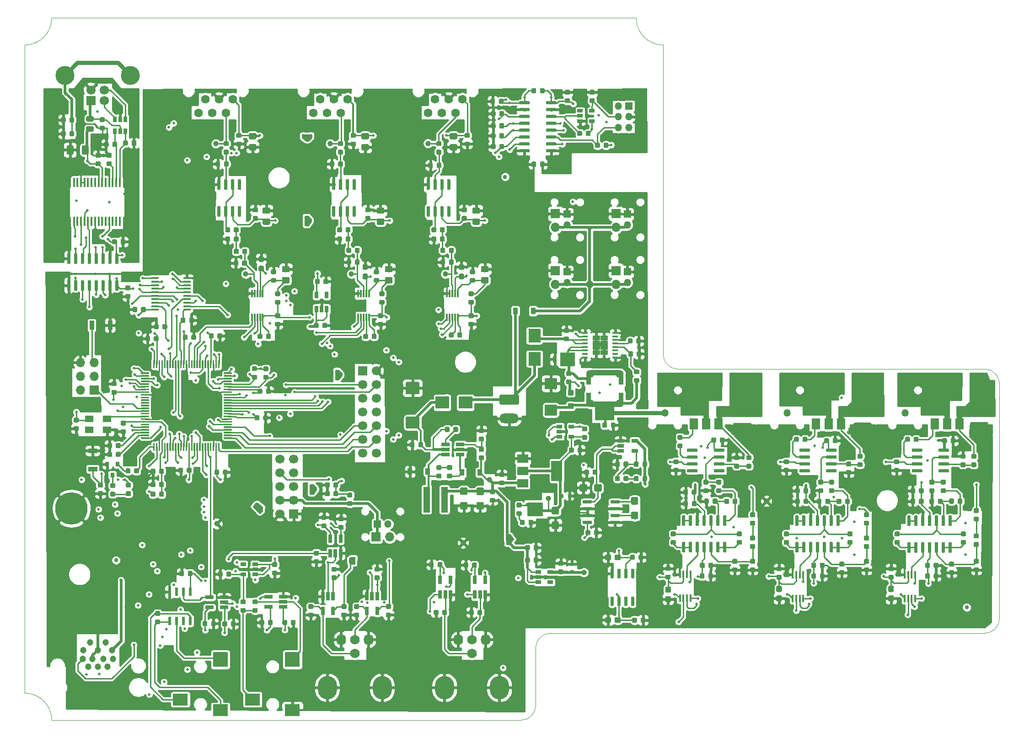
<source format=gbr>
G04 #@! TF.GenerationSoftware,KiCad,Pcbnew,(5.1.4)-1*
G04 #@! TF.CreationDate,2020-03-11T17:26:50+00:00*
G04 #@! TF.ProjectId,FPS-2_v1_revB_II,4650532d-325f-4763-915f-726576425f49,v1_revB II*
G04 #@! TF.SameCoordinates,PX4c3f880PY8011fc8*
G04 #@! TF.FileFunction,Copper,L1,Top*
G04 #@! TF.FilePolarity,Positive*
%FSLAX46Y46*%
G04 Gerber Fmt 4.6, Leading zero omitted, Abs format (unit mm)*
G04 Created by KiCad (PCBNEW (5.1.4)-1) date 2020-03-11 17:26:50*
%MOMM*%
%LPD*%
G04 APERTURE LIST*
%ADD10C,0.120000*%
%ADD11C,0.100000*%
%ADD12C,2.075000*%
%ADD13C,0.875000*%
%ADD14R,1.060000X0.650000*%
%ADD15C,0.600000*%
%ADD16C,1.200000*%
%ADD17C,1.150000*%
%ADD18O,1.350000X1.350000*%
%ADD19R,1.350000X1.350000*%
%ADD20R,1.700000X1.700000*%
%ADD21O,1.700000X1.700000*%
%ADD22R,0.700000X0.600000*%
%ADD23R,0.600000X0.700000*%
%ADD24C,0.750000*%
%ADD25C,1.600000*%
%ADD26C,1.700000*%
%ADD27C,3.500000*%
%ADD28C,0.800000*%
%ADD29C,6.000000*%
%ADD30R,0.600000X1.550000*%
%ADD31C,1.000000*%
%ADD32C,1.525000*%
%ADD33R,2.300000X2.500000*%
%ADD34R,2.500000X2.300000*%
%ADD35R,0.650000X1.560000*%
%ADD36C,1.350000*%
%ADD37O,3.600000X1.800000*%
%ADD38C,1.800000*%
%ADD39R,0.300000X1.400000*%
%ADD40C,0.950000*%
%ADD41R,0.950000X2.000000*%
%ADD42C,1.450000*%
%ADD43R,5.500000X1.000000*%
%ADD44R,0.762000X1.270000*%
%ADD45R,2.670000X2.540000*%
%ADD46R,1.470000X0.895000*%
%ADD47R,1.050000X0.450000*%
%ADD48R,1.000000X1.000000*%
%ADD49R,1.450000X0.450000*%
%ADD50R,0.450000X1.450000*%
%ADD51R,3.800000X2.000000*%
%ADD52R,1.500000X2.000000*%
%ADD53C,1.050000*%
%ADD54R,0.650000X1.220000*%
%ADD55R,1.220000X0.650000*%
%ADD56O,3.556000X4.318000*%
%ADD57O,1.778000X2.032000*%
%ADD58C,1.778000*%
%ADD59R,0.450000X1.750000*%
%ADD60R,0.650000X1.060000*%
%ADD61C,0.975000*%
%ADD62C,1.250000*%
%ADD63R,0.900000X1.700000*%
%ADD64R,0.900000X1.200000*%
%ADD65R,1.200000X4.700000*%
%ADD66R,1.700000X0.900000*%
%ADD67R,0.800000X0.900000*%
%ADD68R,2.800000X2.800000*%
%ADD69R,2.800000X2.200000*%
%ADD70R,1.600000X1.300000*%
%ADD71R,1.560000X0.650000*%
%ADD72C,2.250000*%
%ADD73R,2.000000X1.500000*%
%ADD74R,2.000000X3.800000*%
%ADD75C,0.300000*%
%ADD76C,0.500000*%
%ADD77C,0.500000*%
%ADD78C,0.250000*%
%ADD79C,0.230000*%
%ADD80C,0.300000*%
%ADD81C,0.760000*%
%ADD82C,0.350000*%
%ADD83C,1.000000*%
%ADD84C,0.750000*%
%ADD85C,0.400000*%
%ADD86C,0.254000*%
G04 APERTURE END LIST*
D10*
X77698000Y-16208600D02*
X77698000Y-26908600D01*
X77698000Y-16208600D02*
G75*
G02X80398000Y-13508600I2700000J0D01*
G01*
X160848000Y-13508600D02*
X80398000Y-13508600D01*
X77698000Y-26908600D02*
G75*
G02X74998000Y-29608600I-2700000J0D01*
G01*
X163548000Y-10808600D02*
G75*
G02X160848000Y-13508600I-2700000J0D01*
G01*
X160848000Y35391400D02*
G75*
G02X163548000Y32691400I0J-2700000D01*
G01*
X160848000Y35391400D02*
X103998000Y35391400D01*
X163548000Y32691400D02*
X163548000Y-10808600D01*
X-11902000Y100391400D02*
X96298000Y100391400D01*
X-16902000Y-24608600D02*
X-16902000Y95391400D01*
X74998000Y-29608600D02*
X-11902000Y-29608600D01*
X103998000Y35391400D02*
G75*
G02X101298000Y38091400I0J2700000D01*
G01*
X101298000Y95391400D02*
X101298000Y38091400D01*
X-11902000Y-29608600D02*
G75*
G03X-16902000Y-24608600I-5000000J0D01*
G01*
X96298000Y100391400D02*
G75*
G03X101298000Y95391400I5000000J0D01*
G01*
X-16902000Y95391400D02*
G75*
G03X-11902000Y100391400I0J5000000D01*
G01*
D11*
G36*
X81449504Y33748796D02*
G01*
X81473773Y33745196D01*
X81497571Y33739235D01*
X81520671Y33730970D01*
X81542849Y33720480D01*
X81563893Y33707867D01*
X81583598Y33693253D01*
X81601777Y33676777D01*
X81618253Y33658598D01*
X81632867Y33638893D01*
X81645480Y33617849D01*
X81655970Y33595671D01*
X81664235Y33572571D01*
X81670196Y33548773D01*
X81673796Y33524504D01*
X81675000Y33500000D01*
X81675000Y31925000D01*
X81673796Y31900496D01*
X81670196Y31876227D01*
X81664235Y31852429D01*
X81655970Y31829329D01*
X81645480Y31807151D01*
X81632867Y31786107D01*
X81618253Y31766402D01*
X81601777Y31748223D01*
X81583598Y31731747D01*
X81563893Y31717133D01*
X81542849Y31704520D01*
X81520671Y31694030D01*
X81497571Y31685765D01*
X81473773Y31679804D01*
X81449504Y31676204D01*
X81425000Y31675000D01*
X79575000Y31675000D01*
X79550496Y31676204D01*
X79526227Y31679804D01*
X79502429Y31685765D01*
X79479329Y31694030D01*
X79457151Y31704520D01*
X79436107Y31717133D01*
X79416402Y31731747D01*
X79398223Y31748223D01*
X79381747Y31766402D01*
X79367133Y31786107D01*
X79354520Y31807151D01*
X79344030Y31829329D01*
X79335765Y31852429D01*
X79329804Y31876227D01*
X79326204Y31900496D01*
X79325000Y31925000D01*
X79325000Y33500000D01*
X79326204Y33524504D01*
X79329804Y33548773D01*
X79335765Y33572571D01*
X79344030Y33595671D01*
X79354520Y33617849D01*
X79367133Y33638893D01*
X79381747Y33658598D01*
X79398223Y33676777D01*
X79416402Y33693253D01*
X79436107Y33707867D01*
X79457151Y33720480D01*
X79479329Y33730970D01*
X79502429Y33739235D01*
X79526227Y33745196D01*
X79550496Y33748796D01*
X79575000Y33750000D01*
X81425000Y33750000D01*
X81449504Y33748796D01*
X81449504Y33748796D01*
G37*
D12*
X80500000Y32712500D03*
D11*
G36*
X81449504Y28823796D02*
G01*
X81473773Y28820196D01*
X81497571Y28814235D01*
X81520671Y28805970D01*
X81542849Y28795480D01*
X81563893Y28782867D01*
X81583598Y28768253D01*
X81601777Y28751777D01*
X81618253Y28733598D01*
X81632867Y28713893D01*
X81645480Y28692849D01*
X81655970Y28670671D01*
X81664235Y28647571D01*
X81670196Y28623773D01*
X81673796Y28599504D01*
X81675000Y28575000D01*
X81675000Y27000000D01*
X81673796Y26975496D01*
X81670196Y26951227D01*
X81664235Y26927429D01*
X81655970Y26904329D01*
X81645480Y26882151D01*
X81632867Y26861107D01*
X81618253Y26841402D01*
X81601777Y26823223D01*
X81583598Y26806747D01*
X81563893Y26792133D01*
X81542849Y26779520D01*
X81520671Y26769030D01*
X81497571Y26760765D01*
X81473773Y26754804D01*
X81449504Y26751204D01*
X81425000Y26750000D01*
X79575000Y26750000D01*
X79550496Y26751204D01*
X79526227Y26754804D01*
X79502429Y26760765D01*
X79479329Y26769030D01*
X79457151Y26779520D01*
X79436107Y26792133D01*
X79416402Y26806747D01*
X79398223Y26823223D01*
X79381747Y26841402D01*
X79367133Y26861107D01*
X79354520Y26882151D01*
X79344030Y26904329D01*
X79335765Y26927429D01*
X79329804Y26951227D01*
X79326204Y26975496D01*
X79325000Y27000000D01*
X79325000Y28575000D01*
X79326204Y28599504D01*
X79329804Y28623773D01*
X79335765Y28647571D01*
X79344030Y28670671D01*
X79354520Y28692849D01*
X79367133Y28713893D01*
X79381747Y28733598D01*
X79398223Y28751777D01*
X79416402Y28768253D01*
X79436107Y28782867D01*
X79457151Y28795480D01*
X79479329Y28805970D01*
X79502429Y28814235D01*
X79526227Y28820196D01*
X79550496Y28823796D01*
X79575000Y28825000D01*
X81425000Y28825000D01*
X81449504Y28823796D01*
X81449504Y28823796D01*
G37*
D12*
X80500000Y27787500D03*
D11*
G36*
X26027691Y-7276053D02*
G01*
X26048926Y-7279203D01*
X26069750Y-7284419D01*
X26089962Y-7291651D01*
X26109368Y-7300830D01*
X26127781Y-7311866D01*
X26145024Y-7324654D01*
X26160930Y-7339070D01*
X26175346Y-7354976D01*
X26188134Y-7372219D01*
X26199170Y-7390632D01*
X26208349Y-7410038D01*
X26215581Y-7430250D01*
X26220797Y-7451074D01*
X26223947Y-7472309D01*
X26225000Y-7493750D01*
X26225000Y-7931250D01*
X26223947Y-7952691D01*
X26220797Y-7973926D01*
X26215581Y-7994750D01*
X26208349Y-8014962D01*
X26199170Y-8034368D01*
X26188134Y-8052781D01*
X26175346Y-8070024D01*
X26160930Y-8085930D01*
X26145024Y-8100346D01*
X26127781Y-8113134D01*
X26109368Y-8124170D01*
X26089962Y-8133349D01*
X26069750Y-8140581D01*
X26048926Y-8145797D01*
X26027691Y-8148947D01*
X26006250Y-8150000D01*
X25493750Y-8150000D01*
X25472309Y-8148947D01*
X25451074Y-8145797D01*
X25430250Y-8140581D01*
X25410038Y-8133349D01*
X25390632Y-8124170D01*
X25372219Y-8113134D01*
X25354976Y-8100346D01*
X25339070Y-8085930D01*
X25324654Y-8070024D01*
X25311866Y-8052781D01*
X25300830Y-8034368D01*
X25291651Y-8014962D01*
X25284419Y-7994750D01*
X25279203Y-7973926D01*
X25276053Y-7952691D01*
X25275000Y-7931250D01*
X25275000Y-7493750D01*
X25276053Y-7472309D01*
X25279203Y-7451074D01*
X25284419Y-7430250D01*
X25291651Y-7410038D01*
X25300830Y-7390632D01*
X25311866Y-7372219D01*
X25324654Y-7354976D01*
X25339070Y-7339070D01*
X25354976Y-7324654D01*
X25372219Y-7311866D01*
X25390632Y-7300830D01*
X25410038Y-7291651D01*
X25430250Y-7284419D01*
X25451074Y-7279203D01*
X25472309Y-7276053D01*
X25493750Y-7275000D01*
X26006250Y-7275000D01*
X26027691Y-7276053D01*
X26027691Y-7276053D01*
G37*
D13*
X25750000Y-7712500D03*
D11*
G36*
X26027691Y-8851053D02*
G01*
X26048926Y-8854203D01*
X26069750Y-8859419D01*
X26089962Y-8866651D01*
X26109368Y-8875830D01*
X26127781Y-8886866D01*
X26145024Y-8899654D01*
X26160930Y-8914070D01*
X26175346Y-8929976D01*
X26188134Y-8947219D01*
X26199170Y-8965632D01*
X26208349Y-8985038D01*
X26215581Y-9005250D01*
X26220797Y-9026074D01*
X26223947Y-9047309D01*
X26225000Y-9068750D01*
X26225000Y-9506250D01*
X26223947Y-9527691D01*
X26220797Y-9548926D01*
X26215581Y-9569750D01*
X26208349Y-9589962D01*
X26199170Y-9609368D01*
X26188134Y-9627781D01*
X26175346Y-9645024D01*
X26160930Y-9660930D01*
X26145024Y-9675346D01*
X26127781Y-9688134D01*
X26109368Y-9699170D01*
X26089962Y-9708349D01*
X26069750Y-9715581D01*
X26048926Y-9720797D01*
X26027691Y-9723947D01*
X26006250Y-9725000D01*
X25493750Y-9725000D01*
X25472309Y-9723947D01*
X25451074Y-9720797D01*
X25430250Y-9715581D01*
X25410038Y-9708349D01*
X25390632Y-9699170D01*
X25372219Y-9688134D01*
X25354976Y-9675346D01*
X25339070Y-9660930D01*
X25324654Y-9645024D01*
X25311866Y-9627781D01*
X25300830Y-9609368D01*
X25291651Y-9589962D01*
X25284419Y-9569750D01*
X25279203Y-9548926D01*
X25276053Y-9527691D01*
X25275000Y-9506250D01*
X25275000Y-9068750D01*
X25276053Y-9047309D01*
X25279203Y-9026074D01*
X25284419Y-9005250D01*
X25291651Y-8985038D01*
X25300830Y-8965632D01*
X25311866Y-8947219D01*
X25324654Y-8929976D01*
X25339070Y-8914070D01*
X25354976Y-8899654D01*
X25372219Y-8886866D01*
X25390632Y-8875830D01*
X25410038Y-8866651D01*
X25430250Y-8859419D01*
X25451074Y-8854203D01*
X25472309Y-8851053D01*
X25493750Y-8850000D01*
X26006250Y-8850000D01*
X26027691Y-8851053D01*
X26027691Y-8851053D01*
G37*
D13*
X25750000Y-9287500D03*
D14*
X88120400Y83220600D03*
X88120400Y81320600D03*
X85920400Y81320600D03*
X85920400Y82270600D03*
X85920400Y83220600D03*
D11*
G36*
X77583091Y73803747D02*
G01*
X77604326Y73800597D01*
X77625150Y73795381D01*
X77645362Y73788149D01*
X77664768Y73778970D01*
X77683181Y73767934D01*
X77700424Y73755146D01*
X77716330Y73740730D01*
X77730746Y73724824D01*
X77743534Y73707581D01*
X77754570Y73689168D01*
X77763749Y73669762D01*
X77770981Y73649550D01*
X77776197Y73628726D01*
X77779347Y73607491D01*
X77780400Y73586050D01*
X77780400Y73073550D01*
X77779347Y73052109D01*
X77776197Y73030874D01*
X77770981Y73010050D01*
X77763749Y72989838D01*
X77754570Y72970432D01*
X77743534Y72952019D01*
X77730746Y72934776D01*
X77716330Y72918870D01*
X77700424Y72904454D01*
X77683181Y72891666D01*
X77664768Y72880630D01*
X77645362Y72871451D01*
X77625150Y72864219D01*
X77604326Y72859003D01*
X77583091Y72855853D01*
X77561650Y72854800D01*
X77124150Y72854800D01*
X77102709Y72855853D01*
X77081474Y72859003D01*
X77060650Y72864219D01*
X77040438Y72871451D01*
X77021032Y72880630D01*
X77002619Y72891666D01*
X76985376Y72904454D01*
X76969470Y72918870D01*
X76955054Y72934776D01*
X76942266Y72952019D01*
X76931230Y72970432D01*
X76922051Y72989838D01*
X76914819Y73010050D01*
X76909603Y73030874D01*
X76906453Y73052109D01*
X76905400Y73073550D01*
X76905400Y73586050D01*
X76906453Y73607491D01*
X76909603Y73628726D01*
X76914819Y73649550D01*
X76922051Y73669762D01*
X76931230Y73689168D01*
X76942266Y73707581D01*
X76955054Y73724824D01*
X76969470Y73740730D01*
X76985376Y73755146D01*
X77002619Y73767934D01*
X77021032Y73778970D01*
X77040438Y73788149D01*
X77060650Y73795381D01*
X77081474Y73800597D01*
X77102709Y73803747D01*
X77124150Y73804800D01*
X77561650Y73804800D01*
X77583091Y73803747D01*
X77583091Y73803747D01*
G37*
D13*
X77342900Y73329800D03*
D11*
G36*
X79158091Y73803747D02*
G01*
X79179326Y73800597D01*
X79200150Y73795381D01*
X79220362Y73788149D01*
X79239768Y73778970D01*
X79258181Y73767934D01*
X79275424Y73755146D01*
X79291330Y73740730D01*
X79305746Y73724824D01*
X79318534Y73707581D01*
X79329570Y73689168D01*
X79338749Y73669762D01*
X79345981Y73649550D01*
X79351197Y73628726D01*
X79354347Y73607491D01*
X79355400Y73586050D01*
X79355400Y73073550D01*
X79354347Y73052109D01*
X79351197Y73030874D01*
X79345981Y73010050D01*
X79338749Y72989838D01*
X79329570Y72970432D01*
X79318534Y72952019D01*
X79305746Y72934776D01*
X79291330Y72918870D01*
X79275424Y72904454D01*
X79258181Y72891666D01*
X79239768Y72880630D01*
X79220362Y72871451D01*
X79200150Y72864219D01*
X79179326Y72859003D01*
X79158091Y72855853D01*
X79136650Y72854800D01*
X78699150Y72854800D01*
X78677709Y72855853D01*
X78656474Y72859003D01*
X78635650Y72864219D01*
X78615438Y72871451D01*
X78596032Y72880630D01*
X78577619Y72891666D01*
X78560376Y72904454D01*
X78544470Y72918870D01*
X78530054Y72934776D01*
X78517266Y72952019D01*
X78506230Y72970432D01*
X78497051Y72989838D01*
X78489819Y73010050D01*
X78484603Y73030874D01*
X78481453Y73052109D01*
X78480400Y73073550D01*
X78480400Y73586050D01*
X78481453Y73607491D01*
X78484603Y73628726D01*
X78489819Y73649550D01*
X78497051Y73669762D01*
X78506230Y73689168D01*
X78517266Y73707581D01*
X78530054Y73724824D01*
X78544470Y73740730D01*
X78560376Y73755146D01*
X78577619Y73767934D01*
X78596032Y73778970D01*
X78615438Y73788149D01*
X78635650Y73795381D01*
X78656474Y73800597D01*
X78677709Y73803747D01*
X78699150Y73804800D01*
X79136650Y73804800D01*
X79158091Y73803747D01*
X79158091Y73803747D01*
G37*
D13*
X78917900Y73329800D03*
D11*
G36*
X77583091Y87418147D02*
G01*
X77604326Y87414997D01*
X77625150Y87409781D01*
X77645362Y87402549D01*
X77664768Y87393370D01*
X77683181Y87382334D01*
X77700424Y87369546D01*
X77716330Y87355130D01*
X77730746Y87339224D01*
X77743534Y87321981D01*
X77754570Y87303568D01*
X77763749Y87284162D01*
X77770981Y87263950D01*
X77776197Y87243126D01*
X77779347Y87221891D01*
X77780400Y87200450D01*
X77780400Y86687950D01*
X77779347Y86666509D01*
X77776197Y86645274D01*
X77770981Y86624450D01*
X77763749Y86604238D01*
X77754570Y86584832D01*
X77743534Y86566419D01*
X77730746Y86549176D01*
X77716330Y86533270D01*
X77700424Y86518854D01*
X77683181Y86506066D01*
X77664768Y86495030D01*
X77645362Y86485851D01*
X77625150Y86478619D01*
X77604326Y86473403D01*
X77583091Y86470253D01*
X77561650Y86469200D01*
X77124150Y86469200D01*
X77102709Y86470253D01*
X77081474Y86473403D01*
X77060650Y86478619D01*
X77040438Y86485851D01*
X77021032Y86495030D01*
X77002619Y86506066D01*
X76985376Y86518854D01*
X76969470Y86533270D01*
X76955054Y86549176D01*
X76942266Y86566419D01*
X76931230Y86584832D01*
X76922051Y86604238D01*
X76914819Y86624450D01*
X76909603Y86645274D01*
X76906453Y86666509D01*
X76905400Y86687950D01*
X76905400Y87200450D01*
X76906453Y87221891D01*
X76909603Y87243126D01*
X76914819Y87263950D01*
X76922051Y87284162D01*
X76931230Y87303568D01*
X76942266Y87321981D01*
X76955054Y87339224D01*
X76969470Y87355130D01*
X76985376Y87369546D01*
X77002619Y87382334D01*
X77021032Y87393370D01*
X77040438Y87402549D01*
X77060650Y87409781D01*
X77081474Y87414997D01*
X77102709Y87418147D01*
X77124150Y87419200D01*
X77561650Y87419200D01*
X77583091Y87418147D01*
X77583091Y87418147D01*
G37*
D13*
X77342900Y86944200D03*
D11*
G36*
X79158091Y87418147D02*
G01*
X79179326Y87414997D01*
X79200150Y87409781D01*
X79220362Y87402549D01*
X79239768Y87393370D01*
X79258181Y87382334D01*
X79275424Y87369546D01*
X79291330Y87355130D01*
X79305746Y87339224D01*
X79318534Y87321981D01*
X79329570Y87303568D01*
X79338749Y87284162D01*
X79345981Y87263950D01*
X79351197Y87243126D01*
X79354347Y87221891D01*
X79355400Y87200450D01*
X79355400Y86687950D01*
X79354347Y86666509D01*
X79351197Y86645274D01*
X79345981Y86624450D01*
X79338749Y86604238D01*
X79329570Y86584832D01*
X79318534Y86566419D01*
X79305746Y86549176D01*
X79291330Y86533270D01*
X79275424Y86518854D01*
X79258181Y86506066D01*
X79239768Y86495030D01*
X79220362Y86485851D01*
X79200150Y86478619D01*
X79179326Y86473403D01*
X79158091Y86470253D01*
X79136650Y86469200D01*
X78699150Y86469200D01*
X78677709Y86470253D01*
X78656474Y86473403D01*
X78635650Y86478619D01*
X78615438Y86485851D01*
X78596032Y86495030D01*
X78577619Y86506066D01*
X78560376Y86518854D01*
X78544470Y86533270D01*
X78530054Y86549176D01*
X78517266Y86566419D01*
X78506230Y86584832D01*
X78497051Y86604238D01*
X78489819Y86624450D01*
X78484603Y86645274D01*
X78481453Y86666509D01*
X78480400Y86687950D01*
X78480400Y87200450D01*
X78481453Y87221891D01*
X78484603Y87243126D01*
X78489819Y87263950D01*
X78497051Y87284162D01*
X78506230Y87303568D01*
X78517266Y87321981D01*
X78530054Y87339224D01*
X78544470Y87355130D01*
X78560376Y87369546D01*
X78577619Y87382334D01*
X78596032Y87393370D01*
X78615438Y87402549D01*
X78635650Y87409781D01*
X78656474Y87414997D01*
X78677709Y87418147D01*
X78699150Y87419200D01*
X79136650Y87419200D01*
X79158091Y87418147D01*
X79158091Y87418147D01*
G37*
D13*
X78917900Y86944200D03*
D11*
G36*
X86066691Y79493347D02*
G01*
X86087926Y79490197D01*
X86108750Y79484981D01*
X86128962Y79477749D01*
X86148368Y79468570D01*
X86166781Y79457534D01*
X86184024Y79444746D01*
X86199930Y79430330D01*
X86214346Y79414424D01*
X86227134Y79397181D01*
X86238170Y79378768D01*
X86247349Y79359362D01*
X86254581Y79339150D01*
X86259797Y79318326D01*
X86262947Y79297091D01*
X86264000Y79275650D01*
X86264000Y78763150D01*
X86262947Y78741709D01*
X86259797Y78720474D01*
X86254581Y78699650D01*
X86247349Y78679438D01*
X86238170Y78660032D01*
X86227134Y78641619D01*
X86214346Y78624376D01*
X86199930Y78608470D01*
X86184024Y78594054D01*
X86166781Y78581266D01*
X86148368Y78570230D01*
X86128962Y78561051D01*
X86108750Y78553819D01*
X86087926Y78548603D01*
X86066691Y78545453D01*
X86045250Y78544400D01*
X85607750Y78544400D01*
X85586309Y78545453D01*
X85565074Y78548603D01*
X85544250Y78553819D01*
X85524038Y78561051D01*
X85504632Y78570230D01*
X85486219Y78581266D01*
X85468976Y78594054D01*
X85453070Y78608470D01*
X85438654Y78624376D01*
X85425866Y78641619D01*
X85414830Y78660032D01*
X85405651Y78679438D01*
X85398419Y78699650D01*
X85393203Y78720474D01*
X85390053Y78741709D01*
X85389000Y78763150D01*
X85389000Y79275650D01*
X85390053Y79297091D01*
X85393203Y79318326D01*
X85398419Y79339150D01*
X85405651Y79359362D01*
X85414830Y79378768D01*
X85425866Y79397181D01*
X85438654Y79414424D01*
X85453070Y79430330D01*
X85468976Y79444746D01*
X85486219Y79457534D01*
X85504632Y79468570D01*
X85524038Y79477749D01*
X85544250Y79484981D01*
X85565074Y79490197D01*
X85586309Y79493347D01*
X85607750Y79494400D01*
X86045250Y79494400D01*
X86066691Y79493347D01*
X86066691Y79493347D01*
G37*
D13*
X85826500Y79019400D03*
D11*
G36*
X87641691Y79493347D02*
G01*
X87662926Y79490197D01*
X87683750Y79484981D01*
X87703962Y79477749D01*
X87723368Y79468570D01*
X87741781Y79457534D01*
X87759024Y79444746D01*
X87774930Y79430330D01*
X87789346Y79414424D01*
X87802134Y79397181D01*
X87813170Y79378768D01*
X87822349Y79359362D01*
X87829581Y79339150D01*
X87834797Y79318326D01*
X87837947Y79297091D01*
X87839000Y79275650D01*
X87839000Y78763150D01*
X87837947Y78741709D01*
X87834797Y78720474D01*
X87829581Y78699650D01*
X87822349Y78679438D01*
X87813170Y78660032D01*
X87802134Y78641619D01*
X87789346Y78624376D01*
X87774930Y78608470D01*
X87759024Y78594054D01*
X87741781Y78581266D01*
X87723368Y78570230D01*
X87703962Y78561051D01*
X87683750Y78553819D01*
X87662926Y78548603D01*
X87641691Y78545453D01*
X87620250Y78544400D01*
X87182750Y78544400D01*
X87161309Y78545453D01*
X87140074Y78548603D01*
X87119250Y78553819D01*
X87099038Y78561051D01*
X87079632Y78570230D01*
X87061219Y78581266D01*
X87043976Y78594054D01*
X87028070Y78608470D01*
X87013654Y78624376D01*
X87000866Y78641619D01*
X86989830Y78660032D01*
X86980651Y78679438D01*
X86973419Y78699650D01*
X86968203Y78720474D01*
X86965053Y78741709D01*
X86964000Y78763150D01*
X86964000Y79275650D01*
X86965053Y79297091D01*
X86968203Y79318326D01*
X86973419Y79339150D01*
X86980651Y79359362D01*
X86989830Y79378768D01*
X87000866Y79397181D01*
X87013654Y79414424D01*
X87028070Y79430330D01*
X87043976Y79444746D01*
X87061219Y79457534D01*
X87079632Y79468570D01*
X87099038Y79477749D01*
X87119250Y79484981D01*
X87140074Y79490197D01*
X87161309Y79493347D01*
X87182750Y79494400D01*
X87620250Y79494400D01*
X87641691Y79493347D01*
X87641691Y79493347D01*
G37*
D13*
X87401500Y79019400D03*
D11*
G36*
X89368691Y77308947D02*
G01*
X89389926Y77305797D01*
X89410750Y77300581D01*
X89430962Y77293349D01*
X89450368Y77284170D01*
X89468781Y77273134D01*
X89486024Y77260346D01*
X89501930Y77245930D01*
X89516346Y77230024D01*
X89529134Y77212781D01*
X89540170Y77194368D01*
X89549349Y77174962D01*
X89556581Y77154750D01*
X89561797Y77133926D01*
X89564947Y77112691D01*
X89566000Y77091250D01*
X89566000Y76578750D01*
X89564947Y76557309D01*
X89561797Y76536074D01*
X89556581Y76515250D01*
X89549349Y76495038D01*
X89540170Y76475632D01*
X89529134Y76457219D01*
X89516346Y76439976D01*
X89501930Y76424070D01*
X89486024Y76409654D01*
X89468781Y76396866D01*
X89450368Y76385830D01*
X89430962Y76376651D01*
X89410750Y76369419D01*
X89389926Y76364203D01*
X89368691Y76361053D01*
X89347250Y76360000D01*
X88909750Y76360000D01*
X88888309Y76361053D01*
X88867074Y76364203D01*
X88846250Y76369419D01*
X88826038Y76376651D01*
X88806632Y76385830D01*
X88788219Y76396866D01*
X88770976Y76409654D01*
X88755070Y76424070D01*
X88740654Y76439976D01*
X88727866Y76457219D01*
X88716830Y76475632D01*
X88707651Y76495038D01*
X88700419Y76515250D01*
X88695203Y76536074D01*
X88692053Y76557309D01*
X88691000Y76578750D01*
X88691000Y77091250D01*
X88692053Y77112691D01*
X88695203Y77133926D01*
X88700419Y77154750D01*
X88707651Y77174962D01*
X88716830Y77194368D01*
X88727866Y77212781D01*
X88740654Y77230024D01*
X88755070Y77245930D01*
X88770976Y77260346D01*
X88788219Y77273134D01*
X88806632Y77284170D01*
X88826038Y77293349D01*
X88846250Y77300581D01*
X88867074Y77305797D01*
X88888309Y77308947D01*
X88909750Y77310000D01*
X89347250Y77310000D01*
X89368691Y77308947D01*
X89368691Y77308947D01*
G37*
D13*
X89128500Y76835000D03*
D11*
G36*
X90943691Y77308947D02*
G01*
X90964926Y77305797D01*
X90985750Y77300581D01*
X91005962Y77293349D01*
X91025368Y77284170D01*
X91043781Y77273134D01*
X91061024Y77260346D01*
X91076930Y77245930D01*
X91091346Y77230024D01*
X91104134Y77212781D01*
X91115170Y77194368D01*
X91124349Y77174962D01*
X91131581Y77154750D01*
X91136797Y77133926D01*
X91139947Y77112691D01*
X91141000Y77091250D01*
X91141000Y76578750D01*
X91139947Y76557309D01*
X91136797Y76536074D01*
X91131581Y76515250D01*
X91124349Y76495038D01*
X91115170Y76475632D01*
X91104134Y76457219D01*
X91091346Y76439976D01*
X91076930Y76424070D01*
X91061024Y76409654D01*
X91043781Y76396866D01*
X91025368Y76385830D01*
X91005962Y76376651D01*
X90985750Y76369419D01*
X90964926Y76364203D01*
X90943691Y76361053D01*
X90922250Y76360000D01*
X90484750Y76360000D01*
X90463309Y76361053D01*
X90442074Y76364203D01*
X90421250Y76369419D01*
X90401038Y76376651D01*
X90381632Y76385830D01*
X90363219Y76396866D01*
X90345976Y76409654D01*
X90330070Y76424070D01*
X90315654Y76439976D01*
X90302866Y76457219D01*
X90291830Y76475632D01*
X90282651Y76495038D01*
X90275419Y76515250D01*
X90270203Y76536074D01*
X90267053Y76557309D01*
X90266000Y76578750D01*
X90266000Y77091250D01*
X90267053Y77112691D01*
X90270203Y77133926D01*
X90275419Y77154750D01*
X90282651Y77174962D01*
X90291830Y77194368D01*
X90302866Y77212781D01*
X90315654Y77230024D01*
X90330070Y77245930D01*
X90345976Y77260346D01*
X90363219Y77273134D01*
X90381632Y77284170D01*
X90401038Y77293349D01*
X90421250Y77300581D01*
X90442074Y77305797D01*
X90463309Y77308947D01*
X90484750Y77310000D01*
X90922250Y77310000D01*
X90943691Y77308947D01*
X90943691Y77308947D01*
G37*
D13*
X90703500Y76835000D03*
D11*
G36*
X71639691Y83150947D02*
G01*
X71660926Y83147797D01*
X71681750Y83142581D01*
X71701962Y83135349D01*
X71721368Y83126170D01*
X71739781Y83115134D01*
X71757024Y83102346D01*
X71772930Y83087930D01*
X71787346Y83072024D01*
X71800134Y83054781D01*
X71811170Y83036368D01*
X71820349Y83016962D01*
X71827581Y82996750D01*
X71832797Y82975926D01*
X71835947Y82954691D01*
X71837000Y82933250D01*
X71837000Y82420750D01*
X71835947Y82399309D01*
X71832797Y82378074D01*
X71827581Y82357250D01*
X71820349Y82337038D01*
X71811170Y82317632D01*
X71800134Y82299219D01*
X71787346Y82281976D01*
X71772930Y82266070D01*
X71757024Y82251654D01*
X71739781Y82238866D01*
X71721368Y82227830D01*
X71701962Y82218651D01*
X71681750Y82211419D01*
X71660926Y82206203D01*
X71639691Y82203053D01*
X71618250Y82202000D01*
X71180750Y82202000D01*
X71159309Y82203053D01*
X71138074Y82206203D01*
X71117250Y82211419D01*
X71097038Y82218651D01*
X71077632Y82227830D01*
X71059219Y82238866D01*
X71041976Y82251654D01*
X71026070Y82266070D01*
X71011654Y82281976D01*
X70998866Y82299219D01*
X70987830Y82317632D01*
X70978651Y82337038D01*
X70971419Y82357250D01*
X70966203Y82378074D01*
X70963053Y82399309D01*
X70962000Y82420750D01*
X70962000Y82933250D01*
X70963053Y82954691D01*
X70966203Y82975926D01*
X70971419Y82996750D01*
X70978651Y83016962D01*
X70987830Y83036368D01*
X70998866Y83054781D01*
X71011654Y83072024D01*
X71026070Y83087930D01*
X71041976Y83102346D01*
X71059219Y83115134D01*
X71077632Y83126170D01*
X71097038Y83135349D01*
X71117250Y83142581D01*
X71138074Y83147797D01*
X71159309Y83150947D01*
X71180750Y83152000D01*
X71618250Y83152000D01*
X71639691Y83150947D01*
X71639691Y83150947D01*
G37*
D13*
X71399500Y82677000D03*
D11*
G36*
X70064691Y83150947D02*
G01*
X70085926Y83147797D01*
X70106750Y83142581D01*
X70126962Y83135349D01*
X70146368Y83126170D01*
X70164781Y83115134D01*
X70182024Y83102346D01*
X70197930Y83087930D01*
X70212346Y83072024D01*
X70225134Y83054781D01*
X70236170Y83036368D01*
X70245349Y83016962D01*
X70252581Y82996750D01*
X70257797Y82975926D01*
X70260947Y82954691D01*
X70262000Y82933250D01*
X70262000Y82420750D01*
X70260947Y82399309D01*
X70257797Y82378074D01*
X70252581Y82357250D01*
X70245349Y82337038D01*
X70236170Y82317632D01*
X70225134Y82299219D01*
X70212346Y82281976D01*
X70197930Y82266070D01*
X70182024Y82251654D01*
X70164781Y82238866D01*
X70146368Y82227830D01*
X70126962Y82218651D01*
X70106750Y82211419D01*
X70085926Y82206203D01*
X70064691Y82203053D01*
X70043250Y82202000D01*
X69605750Y82202000D01*
X69584309Y82203053D01*
X69563074Y82206203D01*
X69542250Y82211419D01*
X69522038Y82218651D01*
X69502632Y82227830D01*
X69484219Y82238866D01*
X69466976Y82251654D01*
X69451070Y82266070D01*
X69436654Y82281976D01*
X69423866Y82299219D01*
X69412830Y82317632D01*
X69403651Y82337038D01*
X69396419Y82357250D01*
X69391203Y82378074D01*
X69388053Y82399309D01*
X69387000Y82420750D01*
X69387000Y82933250D01*
X69388053Y82954691D01*
X69391203Y82975926D01*
X69396419Y82996750D01*
X69403651Y83016962D01*
X69412830Y83036368D01*
X69423866Y83054781D01*
X69436654Y83072024D01*
X69451070Y83087930D01*
X69466976Y83102346D01*
X69484219Y83115134D01*
X69502632Y83126170D01*
X69522038Y83135349D01*
X69542250Y83142581D01*
X69563074Y83147797D01*
X69584309Y83150947D01*
X69605750Y83152000D01*
X70043250Y83152000D01*
X70064691Y83150947D01*
X70064691Y83150947D01*
G37*
D13*
X69824500Y82677000D03*
D11*
G36*
X71639691Y80915747D02*
G01*
X71660926Y80912597D01*
X71681750Y80907381D01*
X71701962Y80900149D01*
X71721368Y80890970D01*
X71739781Y80879934D01*
X71757024Y80867146D01*
X71772930Y80852730D01*
X71787346Y80836824D01*
X71800134Y80819581D01*
X71811170Y80801168D01*
X71820349Y80781762D01*
X71827581Y80761550D01*
X71832797Y80740726D01*
X71835947Y80719491D01*
X71837000Y80698050D01*
X71837000Y80185550D01*
X71835947Y80164109D01*
X71832797Y80142874D01*
X71827581Y80122050D01*
X71820349Y80101838D01*
X71811170Y80082432D01*
X71800134Y80064019D01*
X71787346Y80046776D01*
X71772930Y80030870D01*
X71757024Y80016454D01*
X71739781Y80003666D01*
X71721368Y79992630D01*
X71701962Y79983451D01*
X71681750Y79976219D01*
X71660926Y79971003D01*
X71639691Y79967853D01*
X71618250Y79966800D01*
X71180750Y79966800D01*
X71159309Y79967853D01*
X71138074Y79971003D01*
X71117250Y79976219D01*
X71097038Y79983451D01*
X71077632Y79992630D01*
X71059219Y80003666D01*
X71041976Y80016454D01*
X71026070Y80030870D01*
X71011654Y80046776D01*
X70998866Y80064019D01*
X70987830Y80082432D01*
X70978651Y80101838D01*
X70971419Y80122050D01*
X70966203Y80142874D01*
X70963053Y80164109D01*
X70962000Y80185550D01*
X70962000Y80698050D01*
X70963053Y80719491D01*
X70966203Y80740726D01*
X70971419Y80761550D01*
X70978651Y80781762D01*
X70987830Y80801168D01*
X70998866Y80819581D01*
X71011654Y80836824D01*
X71026070Y80852730D01*
X71041976Y80867146D01*
X71059219Y80879934D01*
X71077632Y80890970D01*
X71097038Y80900149D01*
X71117250Y80907381D01*
X71138074Y80912597D01*
X71159309Y80915747D01*
X71180750Y80916800D01*
X71618250Y80916800D01*
X71639691Y80915747D01*
X71639691Y80915747D01*
G37*
D13*
X71399500Y80441800D03*
D11*
G36*
X70064691Y80915747D02*
G01*
X70085926Y80912597D01*
X70106750Y80907381D01*
X70126962Y80900149D01*
X70146368Y80890970D01*
X70164781Y80879934D01*
X70182024Y80867146D01*
X70197930Y80852730D01*
X70212346Y80836824D01*
X70225134Y80819581D01*
X70236170Y80801168D01*
X70245349Y80781762D01*
X70252581Y80761550D01*
X70257797Y80740726D01*
X70260947Y80719491D01*
X70262000Y80698050D01*
X70262000Y80185550D01*
X70260947Y80164109D01*
X70257797Y80142874D01*
X70252581Y80122050D01*
X70245349Y80101838D01*
X70236170Y80082432D01*
X70225134Y80064019D01*
X70212346Y80046776D01*
X70197930Y80030870D01*
X70182024Y80016454D01*
X70164781Y80003666D01*
X70146368Y79992630D01*
X70126962Y79983451D01*
X70106750Y79976219D01*
X70085926Y79971003D01*
X70064691Y79967853D01*
X70043250Y79966800D01*
X69605750Y79966800D01*
X69584309Y79967853D01*
X69563074Y79971003D01*
X69542250Y79976219D01*
X69522038Y79983451D01*
X69502632Y79992630D01*
X69484219Y80003666D01*
X69466976Y80016454D01*
X69451070Y80030870D01*
X69436654Y80046776D01*
X69423866Y80064019D01*
X69412830Y80082432D01*
X69403651Y80101838D01*
X69396419Y80122050D01*
X69391203Y80142874D01*
X69388053Y80164109D01*
X69387000Y80185550D01*
X69387000Y80698050D01*
X69388053Y80719491D01*
X69391203Y80740726D01*
X69396419Y80761550D01*
X69403651Y80781762D01*
X69412830Y80801168D01*
X69423866Y80819581D01*
X69436654Y80836824D01*
X69451070Y80852730D01*
X69466976Y80867146D01*
X69484219Y80879934D01*
X69502632Y80890970D01*
X69522038Y80900149D01*
X69542250Y80907381D01*
X69563074Y80912597D01*
X69584309Y80915747D01*
X69605750Y80916800D01*
X70043250Y80916800D01*
X70064691Y80915747D01*
X70064691Y80915747D01*
G37*
D13*
X69824500Y80441800D03*
D11*
G36*
X71639691Y77080347D02*
G01*
X71660926Y77077197D01*
X71681750Y77071981D01*
X71701962Y77064749D01*
X71721368Y77055570D01*
X71739781Y77044534D01*
X71757024Y77031746D01*
X71772930Y77017330D01*
X71787346Y77001424D01*
X71800134Y76984181D01*
X71811170Y76965768D01*
X71820349Y76946362D01*
X71827581Y76926150D01*
X71832797Y76905326D01*
X71835947Y76884091D01*
X71837000Y76862650D01*
X71837000Y76350150D01*
X71835947Y76328709D01*
X71832797Y76307474D01*
X71827581Y76286650D01*
X71820349Y76266438D01*
X71811170Y76247032D01*
X71800134Y76228619D01*
X71787346Y76211376D01*
X71772930Y76195470D01*
X71757024Y76181054D01*
X71739781Y76168266D01*
X71721368Y76157230D01*
X71701962Y76148051D01*
X71681750Y76140819D01*
X71660926Y76135603D01*
X71639691Y76132453D01*
X71618250Y76131400D01*
X71180750Y76131400D01*
X71159309Y76132453D01*
X71138074Y76135603D01*
X71117250Y76140819D01*
X71097038Y76148051D01*
X71077632Y76157230D01*
X71059219Y76168266D01*
X71041976Y76181054D01*
X71026070Y76195470D01*
X71011654Y76211376D01*
X70998866Y76228619D01*
X70987830Y76247032D01*
X70978651Y76266438D01*
X70971419Y76286650D01*
X70966203Y76307474D01*
X70963053Y76328709D01*
X70962000Y76350150D01*
X70962000Y76862650D01*
X70963053Y76884091D01*
X70966203Y76905326D01*
X70971419Y76926150D01*
X70978651Y76946362D01*
X70987830Y76965768D01*
X70998866Y76984181D01*
X71011654Y77001424D01*
X71026070Y77017330D01*
X71041976Y77031746D01*
X71059219Y77044534D01*
X71077632Y77055570D01*
X71097038Y77064749D01*
X71117250Y77071981D01*
X71138074Y77077197D01*
X71159309Y77080347D01*
X71180750Y77081400D01*
X71618250Y77081400D01*
X71639691Y77080347D01*
X71639691Y77080347D01*
G37*
D13*
X71399500Y76606400D03*
D11*
G36*
X70064691Y77080347D02*
G01*
X70085926Y77077197D01*
X70106750Y77071981D01*
X70126962Y77064749D01*
X70146368Y77055570D01*
X70164781Y77044534D01*
X70182024Y77031746D01*
X70197930Y77017330D01*
X70212346Y77001424D01*
X70225134Y76984181D01*
X70236170Y76965768D01*
X70245349Y76946362D01*
X70252581Y76926150D01*
X70257797Y76905326D01*
X70260947Y76884091D01*
X70262000Y76862650D01*
X70262000Y76350150D01*
X70260947Y76328709D01*
X70257797Y76307474D01*
X70252581Y76286650D01*
X70245349Y76266438D01*
X70236170Y76247032D01*
X70225134Y76228619D01*
X70212346Y76211376D01*
X70197930Y76195470D01*
X70182024Y76181054D01*
X70164781Y76168266D01*
X70146368Y76157230D01*
X70126962Y76148051D01*
X70106750Y76140819D01*
X70085926Y76135603D01*
X70064691Y76132453D01*
X70043250Y76131400D01*
X69605750Y76131400D01*
X69584309Y76132453D01*
X69563074Y76135603D01*
X69542250Y76140819D01*
X69522038Y76148051D01*
X69502632Y76157230D01*
X69484219Y76168266D01*
X69466976Y76181054D01*
X69451070Y76195470D01*
X69436654Y76211376D01*
X69423866Y76228619D01*
X69412830Y76247032D01*
X69403651Y76266438D01*
X69396419Y76286650D01*
X69391203Y76307474D01*
X69388053Y76328709D01*
X69387000Y76350150D01*
X69387000Y76862650D01*
X69388053Y76884091D01*
X69391203Y76905326D01*
X69396419Y76926150D01*
X69403651Y76946362D01*
X69412830Y76965768D01*
X69423866Y76984181D01*
X69436654Y77001424D01*
X69451070Y77017330D01*
X69466976Y77031746D01*
X69484219Y77044534D01*
X69502632Y77055570D01*
X69522038Y77064749D01*
X69542250Y77071981D01*
X69563074Y77077197D01*
X69584309Y77080347D01*
X69605750Y77081400D01*
X70043250Y77081400D01*
X70064691Y77080347D01*
X70064691Y77080347D01*
G37*
D13*
X69824500Y76606400D03*
D11*
G36*
X83843691Y85526347D02*
G01*
X83864926Y85523197D01*
X83885750Y85517981D01*
X83905962Y85510749D01*
X83925368Y85501570D01*
X83943781Y85490534D01*
X83961024Y85477746D01*
X83976930Y85463330D01*
X83991346Y85447424D01*
X84004134Y85430181D01*
X84015170Y85411768D01*
X84024349Y85392362D01*
X84031581Y85372150D01*
X84036797Y85351326D01*
X84039947Y85330091D01*
X84041000Y85308650D01*
X84041000Y84871150D01*
X84039947Y84849709D01*
X84036797Y84828474D01*
X84031581Y84807650D01*
X84024349Y84787438D01*
X84015170Y84768032D01*
X84004134Y84749619D01*
X83991346Y84732376D01*
X83976930Y84716470D01*
X83961024Y84702054D01*
X83943781Y84689266D01*
X83925368Y84678230D01*
X83905962Y84669051D01*
X83885750Y84661819D01*
X83864926Y84656603D01*
X83843691Y84653453D01*
X83822250Y84652400D01*
X83309750Y84652400D01*
X83288309Y84653453D01*
X83267074Y84656603D01*
X83246250Y84661819D01*
X83226038Y84669051D01*
X83206632Y84678230D01*
X83188219Y84689266D01*
X83170976Y84702054D01*
X83155070Y84716470D01*
X83140654Y84732376D01*
X83127866Y84749619D01*
X83116830Y84768032D01*
X83107651Y84787438D01*
X83100419Y84807650D01*
X83095203Y84828474D01*
X83092053Y84849709D01*
X83091000Y84871150D01*
X83091000Y85308650D01*
X83092053Y85330091D01*
X83095203Y85351326D01*
X83100419Y85372150D01*
X83107651Y85392362D01*
X83116830Y85411768D01*
X83127866Y85430181D01*
X83140654Y85447424D01*
X83155070Y85463330D01*
X83170976Y85477746D01*
X83188219Y85490534D01*
X83206632Y85501570D01*
X83226038Y85510749D01*
X83246250Y85517981D01*
X83267074Y85523197D01*
X83288309Y85526347D01*
X83309750Y85527400D01*
X83822250Y85527400D01*
X83843691Y85526347D01*
X83843691Y85526347D01*
G37*
D13*
X83566000Y85089900D03*
D11*
G36*
X83843691Y87101347D02*
G01*
X83864926Y87098197D01*
X83885750Y87092981D01*
X83905962Y87085749D01*
X83925368Y87076570D01*
X83943781Y87065534D01*
X83961024Y87052746D01*
X83976930Y87038330D01*
X83991346Y87022424D01*
X84004134Y87005181D01*
X84015170Y86986768D01*
X84024349Y86967362D01*
X84031581Y86947150D01*
X84036797Y86926326D01*
X84039947Y86905091D01*
X84041000Y86883650D01*
X84041000Y86446150D01*
X84039947Y86424709D01*
X84036797Y86403474D01*
X84031581Y86382650D01*
X84024349Y86362438D01*
X84015170Y86343032D01*
X84004134Y86324619D01*
X83991346Y86307376D01*
X83976930Y86291470D01*
X83961024Y86277054D01*
X83943781Y86264266D01*
X83925368Y86253230D01*
X83905962Y86244051D01*
X83885750Y86236819D01*
X83864926Y86231603D01*
X83843691Y86228453D01*
X83822250Y86227400D01*
X83309750Y86227400D01*
X83288309Y86228453D01*
X83267074Y86231603D01*
X83246250Y86236819D01*
X83226038Y86244051D01*
X83206632Y86253230D01*
X83188219Y86264266D01*
X83170976Y86277054D01*
X83155070Y86291470D01*
X83140654Y86307376D01*
X83127866Y86324619D01*
X83116830Y86343032D01*
X83107651Y86362438D01*
X83100419Y86382650D01*
X83095203Y86403474D01*
X83092053Y86424709D01*
X83091000Y86446150D01*
X83091000Y86883650D01*
X83092053Y86905091D01*
X83095203Y86926326D01*
X83100419Y86947150D01*
X83107651Y86967362D01*
X83116830Y86986768D01*
X83127866Y87005181D01*
X83140654Y87022424D01*
X83155070Y87038330D01*
X83170976Y87052746D01*
X83188219Y87065534D01*
X83206632Y87076570D01*
X83226038Y87085749D01*
X83246250Y87092981D01*
X83267074Y87098197D01*
X83288309Y87101347D01*
X83309750Y87102400D01*
X83822250Y87102400D01*
X83843691Y87101347D01*
X83843691Y87101347D01*
G37*
D13*
X83566000Y86664900D03*
D11*
G36*
X71538091Y85462347D02*
G01*
X71559326Y85459197D01*
X71580150Y85453981D01*
X71600362Y85446749D01*
X71619768Y85437570D01*
X71638181Y85426534D01*
X71655424Y85413746D01*
X71671330Y85399330D01*
X71685746Y85383424D01*
X71698534Y85366181D01*
X71709570Y85347768D01*
X71718749Y85328362D01*
X71725981Y85308150D01*
X71731197Y85287326D01*
X71734347Y85266091D01*
X71735400Y85244650D01*
X71735400Y84732150D01*
X71734347Y84710709D01*
X71731197Y84689474D01*
X71725981Y84668650D01*
X71718749Y84648438D01*
X71709570Y84629032D01*
X71698534Y84610619D01*
X71685746Y84593376D01*
X71671330Y84577470D01*
X71655424Y84563054D01*
X71638181Y84550266D01*
X71619768Y84539230D01*
X71600362Y84530051D01*
X71580150Y84522819D01*
X71559326Y84517603D01*
X71538091Y84514453D01*
X71516650Y84513400D01*
X71079150Y84513400D01*
X71057709Y84514453D01*
X71036474Y84517603D01*
X71015650Y84522819D01*
X70995438Y84530051D01*
X70976032Y84539230D01*
X70957619Y84550266D01*
X70940376Y84563054D01*
X70924470Y84577470D01*
X70910054Y84593376D01*
X70897266Y84610619D01*
X70886230Y84629032D01*
X70877051Y84648438D01*
X70869819Y84668650D01*
X70864603Y84689474D01*
X70861453Y84710709D01*
X70860400Y84732150D01*
X70860400Y85244650D01*
X70861453Y85266091D01*
X70864603Y85287326D01*
X70869819Y85308150D01*
X70877051Y85328362D01*
X70886230Y85347768D01*
X70897266Y85366181D01*
X70910054Y85383424D01*
X70924470Y85399330D01*
X70940376Y85413746D01*
X70957619Y85426534D01*
X70976032Y85437570D01*
X70995438Y85446749D01*
X71015650Y85453981D01*
X71036474Y85459197D01*
X71057709Y85462347D01*
X71079150Y85463400D01*
X71516650Y85463400D01*
X71538091Y85462347D01*
X71538091Y85462347D01*
G37*
D13*
X71297900Y84988400D03*
D11*
G36*
X69963091Y85462347D02*
G01*
X69984326Y85459197D01*
X70005150Y85453981D01*
X70025362Y85446749D01*
X70044768Y85437570D01*
X70063181Y85426534D01*
X70080424Y85413746D01*
X70096330Y85399330D01*
X70110746Y85383424D01*
X70123534Y85366181D01*
X70134570Y85347768D01*
X70143749Y85328362D01*
X70150981Y85308150D01*
X70156197Y85287326D01*
X70159347Y85266091D01*
X70160400Y85244650D01*
X70160400Y84732150D01*
X70159347Y84710709D01*
X70156197Y84689474D01*
X70150981Y84668650D01*
X70143749Y84648438D01*
X70134570Y84629032D01*
X70123534Y84610619D01*
X70110746Y84593376D01*
X70096330Y84577470D01*
X70080424Y84563054D01*
X70063181Y84550266D01*
X70044768Y84539230D01*
X70025362Y84530051D01*
X70005150Y84522819D01*
X69984326Y84517603D01*
X69963091Y84514453D01*
X69941650Y84513400D01*
X69504150Y84513400D01*
X69482709Y84514453D01*
X69461474Y84517603D01*
X69440650Y84522819D01*
X69420438Y84530051D01*
X69401032Y84539230D01*
X69382619Y84550266D01*
X69365376Y84563054D01*
X69349470Y84577470D01*
X69335054Y84593376D01*
X69322266Y84610619D01*
X69311230Y84629032D01*
X69302051Y84648438D01*
X69294819Y84668650D01*
X69289603Y84689474D01*
X69286453Y84710709D01*
X69285400Y84732150D01*
X69285400Y85244650D01*
X69286453Y85266091D01*
X69289603Y85287326D01*
X69294819Y85308150D01*
X69302051Y85328362D01*
X69311230Y85347768D01*
X69322266Y85366181D01*
X69335054Y85383424D01*
X69349470Y85399330D01*
X69365376Y85413746D01*
X69382619Y85426534D01*
X69401032Y85437570D01*
X69420438Y85446749D01*
X69440650Y85453981D01*
X69461474Y85459197D01*
X69482709Y85462347D01*
X69504150Y85463400D01*
X69941650Y85463400D01*
X69963091Y85462347D01*
X69963091Y85462347D01*
G37*
D13*
X69722900Y84988400D03*
D11*
G36*
X81394303Y84982878D02*
G01*
X81408864Y84980718D01*
X81423143Y84977141D01*
X81437003Y84972182D01*
X81450310Y84965888D01*
X81462936Y84958320D01*
X81474759Y84949552D01*
X81485666Y84939666D01*
X81495552Y84928759D01*
X81504320Y84916936D01*
X81511888Y84904310D01*
X81518182Y84891003D01*
X81523141Y84877143D01*
X81526718Y84862864D01*
X81528878Y84848303D01*
X81529600Y84833600D01*
X81529600Y84533600D01*
X81528878Y84518897D01*
X81526718Y84504336D01*
X81523141Y84490057D01*
X81518182Y84476197D01*
X81511888Y84462890D01*
X81504320Y84450264D01*
X81495552Y84438441D01*
X81485666Y84427534D01*
X81474759Y84417648D01*
X81462936Y84408880D01*
X81450310Y84401312D01*
X81437003Y84395018D01*
X81423143Y84390059D01*
X81408864Y84386482D01*
X81394303Y84384322D01*
X81379600Y84383600D01*
X79729600Y84383600D01*
X79714897Y84384322D01*
X79700336Y84386482D01*
X79686057Y84390059D01*
X79672197Y84395018D01*
X79658890Y84401312D01*
X79646264Y84408880D01*
X79634441Y84417648D01*
X79623534Y84427534D01*
X79613648Y84438441D01*
X79604880Y84450264D01*
X79597312Y84462890D01*
X79591018Y84476197D01*
X79586059Y84490057D01*
X79582482Y84504336D01*
X79580322Y84518897D01*
X79579600Y84533600D01*
X79579600Y84833600D01*
X79580322Y84848303D01*
X79582482Y84862864D01*
X79586059Y84877143D01*
X79591018Y84891003D01*
X79597312Y84904310D01*
X79604880Y84916936D01*
X79613648Y84928759D01*
X79623534Y84939666D01*
X79634441Y84949552D01*
X79646264Y84958320D01*
X79658890Y84965888D01*
X79672197Y84972182D01*
X79686057Y84977141D01*
X79700336Y84980718D01*
X79714897Y84982878D01*
X79729600Y84983600D01*
X81379600Y84983600D01*
X81394303Y84982878D01*
X81394303Y84982878D01*
G37*
D15*
X80554600Y84683600D03*
D11*
G36*
X81394303Y83712878D02*
G01*
X81408864Y83710718D01*
X81423143Y83707141D01*
X81437003Y83702182D01*
X81450310Y83695888D01*
X81462936Y83688320D01*
X81474759Y83679552D01*
X81485666Y83669666D01*
X81495552Y83658759D01*
X81504320Y83646936D01*
X81511888Y83634310D01*
X81518182Y83621003D01*
X81523141Y83607143D01*
X81526718Y83592864D01*
X81528878Y83578303D01*
X81529600Y83563600D01*
X81529600Y83263600D01*
X81528878Y83248897D01*
X81526718Y83234336D01*
X81523141Y83220057D01*
X81518182Y83206197D01*
X81511888Y83192890D01*
X81504320Y83180264D01*
X81495552Y83168441D01*
X81485666Y83157534D01*
X81474759Y83147648D01*
X81462936Y83138880D01*
X81450310Y83131312D01*
X81437003Y83125018D01*
X81423143Y83120059D01*
X81408864Y83116482D01*
X81394303Y83114322D01*
X81379600Y83113600D01*
X79729600Y83113600D01*
X79714897Y83114322D01*
X79700336Y83116482D01*
X79686057Y83120059D01*
X79672197Y83125018D01*
X79658890Y83131312D01*
X79646264Y83138880D01*
X79634441Y83147648D01*
X79623534Y83157534D01*
X79613648Y83168441D01*
X79604880Y83180264D01*
X79597312Y83192890D01*
X79591018Y83206197D01*
X79586059Y83220057D01*
X79582482Y83234336D01*
X79580322Y83248897D01*
X79579600Y83263600D01*
X79579600Y83563600D01*
X79580322Y83578303D01*
X79582482Y83592864D01*
X79586059Y83607143D01*
X79591018Y83621003D01*
X79597312Y83634310D01*
X79604880Y83646936D01*
X79613648Y83658759D01*
X79623534Y83669666D01*
X79634441Y83679552D01*
X79646264Y83688320D01*
X79658890Y83695888D01*
X79672197Y83702182D01*
X79686057Y83707141D01*
X79700336Y83710718D01*
X79714897Y83712878D01*
X79729600Y83713600D01*
X81379600Y83713600D01*
X81394303Y83712878D01*
X81394303Y83712878D01*
G37*
D15*
X80554600Y83413600D03*
D11*
G36*
X81394303Y82442878D02*
G01*
X81408864Y82440718D01*
X81423143Y82437141D01*
X81437003Y82432182D01*
X81450310Y82425888D01*
X81462936Y82418320D01*
X81474759Y82409552D01*
X81485666Y82399666D01*
X81495552Y82388759D01*
X81504320Y82376936D01*
X81511888Y82364310D01*
X81518182Y82351003D01*
X81523141Y82337143D01*
X81526718Y82322864D01*
X81528878Y82308303D01*
X81529600Y82293600D01*
X81529600Y81993600D01*
X81528878Y81978897D01*
X81526718Y81964336D01*
X81523141Y81950057D01*
X81518182Y81936197D01*
X81511888Y81922890D01*
X81504320Y81910264D01*
X81495552Y81898441D01*
X81485666Y81887534D01*
X81474759Y81877648D01*
X81462936Y81868880D01*
X81450310Y81861312D01*
X81437003Y81855018D01*
X81423143Y81850059D01*
X81408864Y81846482D01*
X81394303Y81844322D01*
X81379600Y81843600D01*
X79729600Y81843600D01*
X79714897Y81844322D01*
X79700336Y81846482D01*
X79686057Y81850059D01*
X79672197Y81855018D01*
X79658890Y81861312D01*
X79646264Y81868880D01*
X79634441Y81877648D01*
X79623534Y81887534D01*
X79613648Y81898441D01*
X79604880Y81910264D01*
X79597312Y81922890D01*
X79591018Y81936197D01*
X79586059Y81950057D01*
X79582482Y81964336D01*
X79580322Y81978897D01*
X79579600Y81993600D01*
X79579600Y82293600D01*
X79580322Y82308303D01*
X79582482Y82322864D01*
X79586059Y82337143D01*
X79591018Y82351003D01*
X79597312Y82364310D01*
X79604880Y82376936D01*
X79613648Y82388759D01*
X79623534Y82399666D01*
X79634441Y82409552D01*
X79646264Y82418320D01*
X79658890Y82425888D01*
X79672197Y82432182D01*
X79686057Y82437141D01*
X79700336Y82440718D01*
X79714897Y82442878D01*
X79729600Y82443600D01*
X81379600Y82443600D01*
X81394303Y82442878D01*
X81394303Y82442878D01*
G37*
D15*
X80554600Y82143600D03*
D11*
G36*
X81394303Y81172878D02*
G01*
X81408864Y81170718D01*
X81423143Y81167141D01*
X81437003Y81162182D01*
X81450310Y81155888D01*
X81462936Y81148320D01*
X81474759Y81139552D01*
X81485666Y81129666D01*
X81495552Y81118759D01*
X81504320Y81106936D01*
X81511888Y81094310D01*
X81518182Y81081003D01*
X81523141Y81067143D01*
X81526718Y81052864D01*
X81528878Y81038303D01*
X81529600Y81023600D01*
X81529600Y80723600D01*
X81528878Y80708897D01*
X81526718Y80694336D01*
X81523141Y80680057D01*
X81518182Y80666197D01*
X81511888Y80652890D01*
X81504320Y80640264D01*
X81495552Y80628441D01*
X81485666Y80617534D01*
X81474759Y80607648D01*
X81462936Y80598880D01*
X81450310Y80591312D01*
X81437003Y80585018D01*
X81423143Y80580059D01*
X81408864Y80576482D01*
X81394303Y80574322D01*
X81379600Y80573600D01*
X79729600Y80573600D01*
X79714897Y80574322D01*
X79700336Y80576482D01*
X79686057Y80580059D01*
X79672197Y80585018D01*
X79658890Y80591312D01*
X79646264Y80598880D01*
X79634441Y80607648D01*
X79623534Y80617534D01*
X79613648Y80628441D01*
X79604880Y80640264D01*
X79597312Y80652890D01*
X79591018Y80666197D01*
X79586059Y80680057D01*
X79582482Y80694336D01*
X79580322Y80708897D01*
X79579600Y80723600D01*
X79579600Y81023600D01*
X79580322Y81038303D01*
X79582482Y81052864D01*
X79586059Y81067143D01*
X79591018Y81081003D01*
X79597312Y81094310D01*
X79604880Y81106936D01*
X79613648Y81118759D01*
X79623534Y81129666D01*
X79634441Y81139552D01*
X79646264Y81148320D01*
X79658890Y81155888D01*
X79672197Y81162182D01*
X79686057Y81167141D01*
X79700336Y81170718D01*
X79714897Y81172878D01*
X79729600Y81173600D01*
X81379600Y81173600D01*
X81394303Y81172878D01*
X81394303Y81172878D01*
G37*
D15*
X80554600Y80873600D03*
D11*
G36*
X81394303Y79902878D02*
G01*
X81408864Y79900718D01*
X81423143Y79897141D01*
X81437003Y79892182D01*
X81450310Y79885888D01*
X81462936Y79878320D01*
X81474759Y79869552D01*
X81485666Y79859666D01*
X81495552Y79848759D01*
X81504320Y79836936D01*
X81511888Y79824310D01*
X81518182Y79811003D01*
X81523141Y79797143D01*
X81526718Y79782864D01*
X81528878Y79768303D01*
X81529600Y79753600D01*
X81529600Y79453600D01*
X81528878Y79438897D01*
X81526718Y79424336D01*
X81523141Y79410057D01*
X81518182Y79396197D01*
X81511888Y79382890D01*
X81504320Y79370264D01*
X81495552Y79358441D01*
X81485666Y79347534D01*
X81474759Y79337648D01*
X81462936Y79328880D01*
X81450310Y79321312D01*
X81437003Y79315018D01*
X81423143Y79310059D01*
X81408864Y79306482D01*
X81394303Y79304322D01*
X81379600Y79303600D01*
X79729600Y79303600D01*
X79714897Y79304322D01*
X79700336Y79306482D01*
X79686057Y79310059D01*
X79672197Y79315018D01*
X79658890Y79321312D01*
X79646264Y79328880D01*
X79634441Y79337648D01*
X79623534Y79347534D01*
X79613648Y79358441D01*
X79604880Y79370264D01*
X79597312Y79382890D01*
X79591018Y79396197D01*
X79586059Y79410057D01*
X79582482Y79424336D01*
X79580322Y79438897D01*
X79579600Y79453600D01*
X79579600Y79753600D01*
X79580322Y79768303D01*
X79582482Y79782864D01*
X79586059Y79797143D01*
X79591018Y79811003D01*
X79597312Y79824310D01*
X79604880Y79836936D01*
X79613648Y79848759D01*
X79623534Y79859666D01*
X79634441Y79869552D01*
X79646264Y79878320D01*
X79658890Y79885888D01*
X79672197Y79892182D01*
X79686057Y79897141D01*
X79700336Y79900718D01*
X79714897Y79902878D01*
X79729600Y79903600D01*
X81379600Y79903600D01*
X81394303Y79902878D01*
X81394303Y79902878D01*
G37*
D15*
X80554600Y79603600D03*
D11*
G36*
X81394303Y78632878D02*
G01*
X81408864Y78630718D01*
X81423143Y78627141D01*
X81437003Y78622182D01*
X81450310Y78615888D01*
X81462936Y78608320D01*
X81474759Y78599552D01*
X81485666Y78589666D01*
X81495552Y78578759D01*
X81504320Y78566936D01*
X81511888Y78554310D01*
X81518182Y78541003D01*
X81523141Y78527143D01*
X81526718Y78512864D01*
X81528878Y78498303D01*
X81529600Y78483600D01*
X81529600Y78183600D01*
X81528878Y78168897D01*
X81526718Y78154336D01*
X81523141Y78140057D01*
X81518182Y78126197D01*
X81511888Y78112890D01*
X81504320Y78100264D01*
X81495552Y78088441D01*
X81485666Y78077534D01*
X81474759Y78067648D01*
X81462936Y78058880D01*
X81450310Y78051312D01*
X81437003Y78045018D01*
X81423143Y78040059D01*
X81408864Y78036482D01*
X81394303Y78034322D01*
X81379600Y78033600D01*
X79729600Y78033600D01*
X79714897Y78034322D01*
X79700336Y78036482D01*
X79686057Y78040059D01*
X79672197Y78045018D01*
X79658890Y78051312D01*
X79646264Y78058880D01*
X79634441Y78067648D01*
X79623534Y78077534D01*
X79613648Y78088441D01*
X79604880Y78100264D01*
X79597312Y78112890D01*
X79591018Y78126197D01*
X79586059Y78140057D01*
X79582482Y78154336D01*
X79580322Y78168897D01*
X79579600Y78183600D01*
X79579600Y78483600D01*
X79580322Y78498303D01*
X79582482Y78512864D01*
X79586059Y78527143D01*
X79591018Y78541003D01*
X79597312Y78554310D01*
X79604880Y78566936D01*
X79613648Y78578759D01*
X79623534Y78589666D01*
X79634441Y78599552D01*
X79646264Y78608320D01*
X79658890Y78615888D01*
X79672197Y78622182D01*
X79686057Y78627141D01*
X79700336Y78630718D01*
X79714897Y78632878D01*
X79729600Y78633600D01*
X81379600Y78633600D01*
X81394303Y78632878D01*
X81394303Y78632878D01*
G37*
D15*
X80554600Y78333600D03*
D11*
G36*
X81394303Y77362878D02*
G01*
X81408864Y77360718D01*
X81423143Y77357141D01*
X81437003Y77352182D01*
X81450310Y77345888D01*
X81462936Y77338320D01*
X81474759Y77329552D01*
X81485666Y77319666D01*
X81495552Y77308759D01*
X81504320Y77296936D01*
X81511888Y77284310D01*
X81518182Y77271003D01*
X81523141Y77257143D01*
X81526718Y77242864D01*
X81528878Y77228303D01*
X81529600Y77213600D01*
X81529600Y76913600D01*
X81528878Y76898897D01*
X81526718Y76884336D01*
X81523141Y76870057D01*
X81518182Y76856197D01*
X81511888Y76842890D01*
X81504320Y76830264D01*
X81495552Y76818441D01*
X81485666Y76807534D01*
X81474759Y76797648D01*
X81462936Y76788880D01*
X81450310Y76781312D01*
X81437003Y76775018D01*
X81423143Y76770059D01*
X81408864Y76766482D01*
X81394303Y76764322D01*
X81379600Y76763600D01*
X79729600Y76763600D01*
X79714897Y76764322D01*
X79700336Y76766482D01*
X79686057Y76770059D01*
X79672197Y76775018D01*
X79658890Y76781312D01*
X79646264Y76788880D01*
X79634441Y76797648D01*
X79623534Y76807534D01*
X79613648Y76818441D01*
X79604880Y76830264D01*
X79597312Y76842890D01*
X79591018Y76856197D01*
X79586059Y76870057D01*
X79582482Y76884336D01*
X79580322Y76898897D01*
X79579600Y76913600D01*
X79579600Y77213600D01*
X79580322Y77228303D01*
X79582482Y77242864D01*
X79586059Y77257143D01*
X79591018Y77271003D01*
X79597312Y77284310D01*
X79604880Y77296936D01*
X79613648Y77308759D01*
X79623534Y77319666D01*
X79634441Y77329552D01*
X79646264Y77338320D01*
X79658890Y77345888D01*
X79672197Y77352182D01*
X79686057Y77357141D01*
X79700336Y77360718D01*
X79714897Y77362878D01*
X79729600Y77363600D01*
X81379600Y77363600D01*
X81394303Y77362878D01*
X81394303Y77362878D01*
G37*
D15*
X80554600Y77063600D03*
D11*
G36*
X81394303Y76092878D02*
G01*
X81408864Y76090718D01*
X81423143Y76087141D01*
X81437003Y76082182D01*
X81450310Y76075888D01*
X81462936Y76068320D01*
X81474759Y76059552D01*
X81485666Y76049666D01*
X81495552Y76038759D01*
X81504320Y76026936D01*
X81511888Y76014310D01*
X81518182Y76001003D01*
X81523141Y75987143D01*
X81526718Y75972864D01*
X81528878Y75958303D01*
X81529600Y75943600D01*
X81529600Y75643600D01*
X81528878Y75628897D01*
X81526718Y75614336D01*
X81523141Y75600057D01*
X81518182Y75586197D01*
X81511888Y75572890D01*
X81504320Y75560264D01*
X81495552Y75548441D01*
X81485666Y75537534D01*
X81474759Y75527648D01*
X81462936Y75518880D01*
X81450310Y75511312D01*
X81437003Y75505018D01*
X81423143Y75500059D01*
X81408864Y75496482D01*
X81394303Y75494322D01*
X81379600Y75493600D01*
X79729600Y75493600D01*
X79714897Y75494322D01*
X79700336Y75496482D01*
X79686057Y75500059D01*
X79672197Y75505018D01*
X79658890Y75511312D01*
X79646264Y75518880D01*
X79634441Y75527648D01*
X79623534Y75537534D01*
X79613648Y75548441D01*
X79604880Y75560264D01*
X79597312Y75572890D01*
X79591018Y75586197D01*
X79586059Y75600057D01*
X79582482Y75614336D01*
X79580322Y75628897D01*
X79579600Y75643600D01*
X79579600Y75943600D01*
X79580322Y75958303D01*
X79582482Y75972864D01*
X79586059Y75987143D01*
X79591018Y76001003D01*
X79597312Y76014310D01*
X79604880Y76026936D01*
X79613648Y76038759D01*
X79623534Y76049666D01*
X79634441Y76059552D01*
X79646264Y76068320D01*
X79658890Y76075888D01*
X79672197Y76082182D01*
X79686057Y76087141D01*
X79700336Y76090718D01*
X79714897Y76092878D01*
X79729600Y76093600D01*
X81379600Y76093600D01*
X81394303Y76092878D01*
X81394303Y76092878D01*
G37*
D15*
X80554600Y75793600D03*
D11*
G36*
X76444303Y76092878D02*
G01*
X76458864Y76090718D01*
X76473143Y76087141D01*
X76487003Y76082182D01*
X76500310Y76075888D01*
X76512936Y76068320D01*
X76524759Y76059552D01*
X76535666Y76049666D01*
X76545552Y76038759D01*
X76554320Y76026936D01*
X76561888Y76014310D01*
X76568182Y76001003D01*
X76573141Y75987143D01*
X76576718Y75972864D01*
X76578878Y75958303D01*
X76579600Y75943600D01*
X76579600Y75643600D01*
X76578878Y75628897D01*
X76576718Y75614336D01*
X76573141Y75600057D01*
X76568182Y75586197D01*
X76561888Y75572890D01*
X76554320Y75560264D01*
X76545552Y75548441D01*
X76535666Y75537534D01*
X76524759Y75527648D01*
X76512936Y75518880D01*
X76500310Y75511312D01*
X76487003Y75505018D01*
X76473143Y75500059D01*
X76458864Y75496482D01*
X76444303Y75494322D01*
X76429600Y75493600D01*
X74779600Y75493600D01*
X74764897Y75494322D01*
X74750336Y75496482D01*
X74736057Y75500059D01*
X74722197Y75505018D01*
X74708890Y75511312D01*
X74696264Y75518880D01*
X74684441Y75527648D01*
X74673534Y75537534D01*
X74663648Y75548441D01*
X74654880Y75560264D01*
X74647312Y75572890D01*
X74641018Y75586197D01*
X74636059Y75600057D01*
X74632482Y75614336D01*
X74630322Y75628897D01*
X74629600Y75643600D01*
X74629600Y75943600D01*
X74630322Y75958303D01*
X74632482Y75972864D01*
X74636059Y75987143D01*
X74641018Y76001003D01*
X74647312Y76014310D01*
X74654880Y76026936D01*
X74663648Y76038759D01*
X74673534Y76049666D01*
X74684441Y76059552D01*
X74696264Y76068320D01*
X74708890Y76075888D01*
X74722197Y76082182D01*
X74736057Y76087141D01*
X74750336Y76090718D01*
X74764897Y76092878D01*
X74779600Y76093600D01*
X76429600Y76093600D01*
X76444303Y76092878D01*
X76444303Y76092878D01*
G37*
D15*
X75604600Y75793600D03*
D11*
G36*
X76444303Y77362878D02*
G01*
X76458864Y77360718D01*
X76473143Y77357141D01*
X76487003Y77352182D01*
X76500310Y77345888D01*
X76512936Y77338320D01*
X76524759Y77329552D01*
X76535666Y77319666D01*
X76545552Y77308759D01*
X76554320Y77296936D01*
X76561888Y77284310D01*
X76568182Y77271003D01*
X76573141Y77257143D01*
X76576718Y77242864D01*
X76578878Y77228303D01*
X76579600Y77213600D01*
X76579600Y76913600D01*
X76578878Y76898897D01*
X76576718Y76884336D01*
X76573141Y76870057D01*
X76568182Y76856197D01*
X76561888Y76842890D01*
X76554320Y76830264D01*
X76545552Y76818441D01*
X76535666Y76807534D01*
X76524759Y76797648D01*
X76512936Y76788880D01*
X76500310Y76781312D01*
X76487003Y76775018D01*
X76473143Y76770059D01*
X76458864Y76766482D01*
X76444303Y76764322D01*
X76429600Y76763600D01*
X74779600Y76763600D01*
X74764897Y76764322D01*
X74750336Y76766482D01*
X74736057Y76770059D01*
X74722197Y76775018D01*
X74708890Y76781312D01*
X74696264Y76788880D01*
X74684441Y76797648D01*
X74673534Y76807534D01*
X74663648Y76818441D01*
X74654880Y76830264D01*
X74647312Y76842890D01*
X74641018Y76856197D01*
X74636059Y76870057D01*
X74632482Y76884336D01*
X74630322Y76898897D01*
X74629600Y76913600D01*
X74629600Y77213600D01*
X74630322Y77228303D01*
X74632482Y77242864D01*
X74636059Y77257143D01*
X74641018Y77271003D01*
X74647312Y77284310D01*
X74654880Y77296936D01*
X74663648Y77308759D01*
X74673534Y77319666D01*
X74684441Y77329552D01*
X74696264Y77338320D01*
X74708890Y77345888D01*
X74722197Y77352182D01*
X74736057Y77357141D01*
X74750336Y77360718D01*
X74764897Y77362878D01*
X74779600Y77363600D01*
X76429600Y77363600D01*
X76444303Y77362878D01*
X76444303Y77362878D01*
G37*
D15*
X75604600Y77063600D03*
D11*
G36*
X76444303Y78632878D02*
G01*
X76458864Y78630718D01*
X76473143Y78627141D01*
X76487003Y78622182D01*
X76500310Y78615888D01*
X76512936Y78608320D01*
X76524759Y78599552D01*
X76535666Y78589666D01*
X76545552Y78578759D01*
X76554320Y78566936D01*
X76561888Y78554310D01*
X76568182Y78541003D01*
X76573141Y78527143D01*
X76576718Y78512864D01*
X76578878Y78498303D01*
X76579600Y78483600D01*
X76579600Y78183600D01*
X76578878Y78168897D01*
X76576718Y78154336D01*
X76573141Y78140057D01*
X76568182Y78126197D01*
X76561888Y78112890D01*
X76554320Y78100264D01*
X76545552Y78088441D01*
X76535666Y78077534D01*
X76524759Y78067648D01*
X76512936Y78058880D01*
X76500310Y78051312D01*
X76487003Y78045018D01*
X76473143Y78040059D01*
X76458864Y78036482D01*
X76444303Y78034322D01*
X76429600Y78033600D01*
X74779600Y78033600D01*
X74764897Y78034322D01*
X74750336Y78036482D01*
X74736057Y78040059D01*
X74722197Y78045018D01*
X74708890Y78051312D01*
X74696264Y78058880D01*
X74684441Y78067648D01*
X74673534Y78077534D01*
X74663648Y78088441D01*
X74654880Y78100264D01*
X74647312Y78112890D01*
X74641018Y78126197D01*
X74636059Y78140057D01*
X74632482Y78154336D01*
X74630322Y78168897D01*
X74629600Y78183600D01*
X74629600Y78483600D01*
X74630322Y78498303D01*
X74632482Y78512864D01*
X74636059Y78527143D01*
X74641018Y78541003D01*
X74647312Y78554310D01*
X74654880Y78566936D01*
X74663648Y78578759D01*
X74673534Y78589666D01*
X74684441Y78599552D01*
X74696264Y78608320D01*
X74708890Y78615888D01*
X74722197Y78622182D01*
X74736057Y78627141D01*
X74750336Y78630718D01*
X74764897Y78632878D01*
X74779600Y78633600D01*
X76429600Y78633600D01*
X76444303Y78632878D01*
X76444303Y78632878D01*
G37*
D15*
X75604600Y78333600D03*
D11*
G36*
X76444303Y79902878D02*
G01*
X76458864Y79900718D01*
X76473143Y79897141D01*
X76487003Y79892182D01*
X76500310Y79885888D01*
X76512936Y79878320D01*
X76524759Y79869552D01*
X76535666Y79859666D01*
X76545552Y79848759D01*
X76554320Y79836936D01*
X76561888Y79824310D01*
X76568182Y79811003D01*
X76573141Y79797143D01*
X76576718Y79782864D01*
X76578878Y79768303D01*
X76579600Y79753600D01*
X76579600Y79453600D01*
X76578878Y79438897D01*
X76576718Y79424336D01*
X76573141Y79410057D01*
X76568182Y79396197D01*
X76561888Y79382890D01*
X76554320Y79370264D01*
X76545552Y79358441D01*
X76535666Y79347534D01*
X76524759Y79337648D01*
X76512936Y79328880D01*
X76500310Y79321312D01*
X76487003Y79315018D01*
X76473143Y79310059D01*
X76458864Y79306482D01*
X76444303Y79304322D01*
X76429600Y79303600D01*
X74779600Y79303600D01*
X74764897Y79304322D01*
X74750336Y79306482D01*
X74736057Y79310059D01*
X74722197Y79315018D01*
X74708890Y79321312D01*
X74696264Y79328880D01*
X74684441Y79337648D01*
X74673534Y79347534D01*
X74663648Y79358441D01*
X74654880Y79370264D01*
X74647312Y79382890D01*
X74641018Y79396197D01*
X74636059Y79410057D01*
X74632482Y79424336D01*
X74630322Y79438897D01*
X74629600Y79453600D01*
X74629600Y79753600D01*
X74630322Y79768303D01*
X74632482Y79782864D01*
X74636059Y79797143D01*
X74641018Y79811003D01*
X74647312Y79824310D01*
X74654880Y79836936D01*
X74663648Y79848759D01*
X74673534Y79859666D01*
X74684441Y79869552D01*
X74696264Y79878320D01*
X74708890Y79885888D01*
X74722197Y79892182D01*
X74736057Y79897141D01*
X74750336Y79900718D01*
X74764897Y79902878D01*
X74779600Y79903600D01*
X76429600Y79903600D01*
X76444303Y79902878D01*
X76444303Y79902878D01*
G37*
D15*
X75604600Y79603600D03*
D11*
G36*
X76444303Y81172878D02*
G01*
X76458864Y81170718D01*
X76473143Y81167141D01*
X76487003Y81162182D01*
X76500310Y81155888D01*
X76512936Y81148320D01*
X76524759Y81139552D01*
X76535666Y81129666D01*
X76545552Y81118759D01*
X76554320Y81106936D01*
X76561888Y81094310D01*
X76568182Y81081003D01*
X76573141Y81067143D01*
X76576718Y81052864D01*
X76578878Y81038303D01*
X76579600Y81023600D01*
X76579600Y80723600D01*
X76578878Y80708897D01*
X76576718Y80694336D01*
X76573141Y80680057D01*
X76568182Y80666197D01*
X76561888Y80652890D01*
X76554320Y80640264D01*
X76545552Y80628441D01*
X76535666Y80617534D01*
X76524759Y80607648D01*
X76512936Y80598880D01*
X76500310Y80591312D01*
X76487003Y80585018D01*
X76473143Y80580059D01*
X76458864Y80576482D01*
X76444303Y80574322D01*
X76429600Y80573600D01*
X74779600Y80573600D01*
X74764897Y80574322D01*
X74750336Y80576482D01*
X74736057Y80580059D01*
X74722197Y80585018D01*
X74708890Y80591312D01*
X74696264Y80598880D01*
X74684441Y80607648D01*
X74673534Y80617534D01*
X74663648Y80628441D01*
X74654880Y80640264D01*
X74647312Y80652890D01*
X74641018Y80666197D01*
X74636059Y80680057D01*
X74632482Y80694336D01*
X74630322Y80708897D01*
X74629600Y80723600D01*
X74629600Y81023600D01*
X74630322Y81038303D01*
X74632482Y81052864D01*
X74636059Y81067143D01*
X74641018Y81081003D01*
X74647312Y81094310D01*
X74654880Y81106936D01*
X74663648Y81118759D01*
X74673534Y81129666D01*
X74684441Y81139552D01*
X74696264Y81148320D01*
X74708890Y81155888D01*
X74722197Y81162182D01*
X74736057Y81167141D01*
X74750336Y81170718D01*
X74764897Y81172878D01*
X74779600Y81173600D01*
X76429600Y81173600D01*
X76444303Y81172878D01*
X76444303Y81172878D01*
G37*
D15*
X75604600Y80873600D03*
D11*
G36*
X76444303Y82442878D02*
G01*
X76458864Y82440718D01*
X76473143Y82437141D01*
X76487003Y82432182D01*
X76500310Y82425888D01*
X76512936Y82418320D01*
X76524759Y82409552D01*
X76535666Y82399666D01*
X76545552Y82388759D01*
X76554320Y82376936D01*
X76561888Y82364310D01*
X76568182Y82351003D01*
X76573141Y82337143D01*
X76576718Y82322864D01*
X76578878Y82308303D01*
X76579600Y82293600D01*
X76579600Y81993600D01*
X76578878Y81978897D01*
X76576718Y81964336D01*
X76573141Y81950057D01*
X76568182Y81936197D01*
X76561888Y81922890D01*
X76554320Y81910264D01*
X76545552Y81898441D01*
X76535666Y81887534D01*
X76524759Y81877648D01*
X76512936Y81868880D01*
X76500310Y81861312D01*
X76487003Y81855018D01*
X76473143Y81850059D01*
X76458864Y81846482D01*
X76444303Y81844322D01*
X76429600Y81843600D01*
X74779600Y81843600D01*
X74764897Y81844322D01*
X74750336Y81846482D01*
X74736057Y81850059D01*
X74722197Y81855018D01*
X74708890Y81861312D01*
X74696264Y81868880D01*
X74684441Y81877648D01*
X74673534Y81887534D01*
X74663648Y81898441D01*
X74654880Y81910264D01*
X74647312Y81922890D01*
X74641018Y81936197D01*
X74636059Y81950057D01*
X74632482Y81964336D01*
X74630322Y81978897D01*
X74629600Y81993600D01*
X74629600Y82293600D01*
X74630322Y82308303D01*
X74632482Y82322864D01*
X74636059Y82337143D01*
X74641018Y82351003D01*
X74647312Y82364310D01*
X74654880Y82376936D01*
X74663648Y82388759D01*
X74673534Y82399666D01*
X74684441Y82409552D01*
X74696264Y82418320D01*
X74708890Y82425888D01*
X74722197Y82432182D01*
X74736057Y82437141D01*
X74750336Y82440718D01*
X74764897Y82442878D01*
X74779600Y82443600D01*
X76429600Y82443600D01*
X76444303Y82442878D01*
X76444303Y82442878D01*
G37*
D15*
X75604600Y82143600D03*
D11*
G36*
X76444303Y83712878D02*
G01*
X76458864Y83710718D01*
X76473143Y83707141D01*
X76487003Y83702182D01*
X76500310Y83695888D01*
X76512936Y83688320D01*
X76524759Y83679552D01*
X76535666Y83669666D01*
X76545552Y83658759D01*
X76554320Y83646936D01*
X76561888Y83634310D01*
X76568182Y83621003D01*
X76573141Y83607143D01*
X76576718Y83592864D01*
X76578878Y83578303D01*
X76579600Y83563600D01*
X76579600Y83263600D01*
X76578878Y83248897D01*
X76576718Y83234336D01*
X76573141Y83220057D01*
X76568182Y83206197D01*
X76561888Y83192890D01*
X76554320Y83180264D01*
X76545552Y83168441D01*
X76535666Y83157534D01*
X76524759Y83147648D01*
X76512936Y83138880D01*
X76500310Y83131312D01*
X76487003Y83125018D01*
X76473143Y83120059D01*
X76458864Y83116482D01*
X76444303Y83114322D01*
X76429600Y83113600D01*
X74779600Y83113600D01*
X74764897Y83114322D01*
X74750336Y83116482D01*
X74736057Y83120059D01*
X74722197Y83125018D01*
X74708890Y83131312D01*
X74696264Y83138880D01*
X74684441Y83147648D01*
X74673534Y83157534D01*
X74663648Y83168441D01*
X74654880Y83180264D01*
X74647312Y83192890D01*
X74641018Y83206197D01*
X74636059Y83220057D01*
X74632482Y83234336D01*
X74630322Y83248897D01*
X74629600Y83263600D01*
X74629600Y83563600D01*
X74630322Y83578303D01*
X74632482Y83592864D01*
X74636059Y83607143D01*
X74641018Y83621003D01*
X74647312Y83634310D01*
X74654880Y83646936D01*
X74663648Y83658759D01*
X74673534Y83669666D01*
X74684441Y83679552D01*
X74696264Y83688320D01*
X74708890Y83695888D01*
X74722197Y83702182D01*
X74736057Y83707141D01*
X74750336Y83710718D01*
X74764897Y83712878D01*
X74779600Y83713600D01*
X76429600Y83713600D01*
X76444303Y83712878D01*
X76444303Y83712878D01*
G37*
D15*
X75604600Y83413600D03*
D11*
G36*
X76444303Y84982878D02*
G01*
X76458864Y84980718D01*
X76473143Y84977141D01*
X76487003Y84972182D01*
X76500310Y84965888D01*
X76512936Y84958320D01*
X76524759Y84949552D01*
X76535666Y84939666D01*
X76545552Y84928759D01*
X76554320Y84916936D01*
X76561888Y84904310D01*
X76568182Y84891003D01*
X76573141Y84877143D01*
X76576718Y84862864D01*
X76578878Y84848303D01*
X76579600Y84833600D01*
X76579600Y84533600D01*
X76578878Y84518897D01*
X76576718Y84504336D01*
X76573141Y84490057D01*
X76568182Y84476197D01*
X76561888Y84462890D01*
X76554320Y84450264D01*
X76545552Y84438441D01*
X76535666Y84427534D01*
X76524759Y84417648D01*
X76512936Y84408880D01*
X76500310Y84401312D01*
X76487003Y84395018D01*
X76473143Y84390059D01*
X76458864Y84386482D01*
X76444303Y84384322D01*
X76429600Y84383600D01*
X74779600Y84383600D01*
X74764897Y84384322D01*
X74750336Y84386482D01*
X74736057Y84390059D01*
X74722197Y84395018D01*
X74708890Y84401312D01*
X74696264Y84408880D01*
X74684441Y84417648D01*
X74673534Y84427534D01*
X74663648Y84438441D01*
X74654880Y84450264D01*
X74647312Y84462890D01*
X74641018Y84476197D01*
X74636059Y84490057D01*
X74632482Y84504336D01*
X74630322Y84518897D01*
X74629600Y84533600D01*
X74629600Y84833600D01*
X74630322Y84848303D01*
X74632482Y84862864D01*
X74636059Y84877143D01*
X74641018Y84891003D01*
X74647312Y84904310D01*
X74654880Y84916936D01*
X74663648Y84928759D01*
X74673534Y84939666D01*
X74684441Y84949552D01*
X74696264Y84958320D01*
X74708890Y84965888D01*
X74722197Y84972182D01*
X74736057Y84977141D01*
X74750336Y84980718D01*
X74764897Y84982878D01*
X74779600Y84983600D01*
X76429600Y84983600D01*
X76444303Y84982878D01*
X76444303Y84982878D01*
G37*
D15*
X75604600Y84683600D03*
D16*
X-2365500Y-18233100D03*
X-4365500Y-18233100D03*
X-3365500Y-16633100D03*
X-715500Y-16633100D03*
X-565500Y-18233100D03*
X-1615500Y-19733100D03*
X-3365500Y-19733100D03*
X-5115500Y-19733100D03*
X-6165500Y-18233100D03*
X-6065500Y-16633100D03*
X-4815500Y-15233100D03*
X-1915500Y-15233100D03*
D11*
G36*
X23024703Y65580678D02*
G01*
X23039264Y65578518D01*
X23053543Y65574941D01*
X23067403Y65569982D01*
X23080710Y65563688D01*
X23093336Y65556120D01*
X23105159Y65547352D01*
X23116066Y65537466D01*
X23125952Y65526559D01*
X23134720Y65514736D01*
X23142288Y65502110D01*
X23148582Y65488803D01*
X23153541Y65474943D01*
X23157118Y65460664D01*
X23159278Y65446103D01*
X23160000Y65431400D01*
X23160000Y63781400D01*
X23159278Y63766697D01*
X23157118Y63752136D01*
X23153541Y63737857D01*
X23148582Y63723997D01*
X23142288Y63710690D01*
X23134720Y63698064D01*
X23125952Y63686241D01*
X23116066Y63675334D01*
X23105159Y63665448D01*
X23093336Y63656680D01*
X23080710Y63649112D01*
X23067403Y63642818D01*
X23053543Y63637859D01*
X23039264Y63634282D01*
X23024703Y63632122D01*
X23010000Y63631400D01*
X22710000Y63631400D01*
X22695297Y63632122D01*
X22680736Y63634282D01*
X22666457Y63637859D01*
X22652597Y63642818D01*
X22639290Y63649112D01*
X22626664Y63656680D01*
X22614841Y63665448D01*
X22603934Y63675334D01*
X22594048Y63686241D01*
X22585280Y63698064D01*
X22577712Y63710690D01*
X22571418Y63723997D01*
X22566459Y63737857D01*
X22562882Y63752136D01*
X22560722Y63766697D01*
X22560000Y63781400D01*
X22560000Y65431400D01*
X22560722Y65446103D01*
X22562882Y65460664D01*
X22566459Y65474943D01*
X22571418Y65488803D01*
X22577712Y65502110D01*
X22585280Y65514736D01*
X22594048Y65526559D01*
X22603934Y65537466D01*
X22614841Y65547352D01*
X22626664Y65556120D01*
X22639290Y65563688D01*
X22652597Y65569982D01*
X22666457Y65574941D01*
X22680736Y65578518D01*
X22695297Y65580678D01*
X22710000Y65581400D01*
X23010000Y65581400D01*
X23024703Y65580678D01*
X23024703Y65580678D01*
G37*
D15*
X22860000Y64606400D03*
D11*
G36*
X21754703Y65580678D02*
G01*
X21769264Y65578518D01*
X21783543Y65574941D01*
X21797403Y65569982D01*
X21810710Y65563688D01*
X21823336Y65556120D01*
X21835159Y65547352D01*
X21846066Y65537466D01*
X21855952Y65526559D01*
X21864720Y65514736D01*
X21872288Y65502110D01*
X21878582Y65488803D01*
X21883541Y65474943D01*
X21887118Y65460664D01*
X21889278Y65446103D01*
X21890000Y65431400D01*
X21890000Y63781400D01*
X21889278Y63766697D01*
X21887118Y63752136D01*
X21883541Y63737857D01*
X21878582Y63723997D01*
X21872288Y63710690D01*
X21864720Y63698064D01*
X21855952Y63686241D01*
X21846066Y63675334D01*
X21835159Y63665448D01*
X21823336Y63656680D01*
X21810710Y63649112D01*
X21797403Y63642818D01*
X21783543Y63637859D01*
X21769264Y63634282D01*
X21754703Y63632122D01*
X21740000Y63631400D01*
X21440000Y63631400D01*
X21425297Y63632122D01*
X21410736Y63634282D01*
X21396457Y63637859D01*
X21382597Y63642818D01*
X21369290Y63649112D01*
X21356664Y63656680D01*
X21344841Y63665448D01*
X21333934Y63675334D01*
X21324048Y63686241D01*
X21315280Y63698064D01*
X21307712Y63710690D01*
X21301418Y63723997D01*
X21296459Y63737857D01*
X21292882Y63752136D01*
X21290722Y63766697D01*
X21290000Y63781400D01*
X21290000Y65431400D01*
X21290722Y65446103D01*
X21292882Y65460664D01*
X21296459Y65474943D01*
X21301418Y65488803D01*
X21307712Y65502110D01*
X21315280Y65514736D01*
X21324048Y65526559D01*
X21333934Y65537466D01*
X21344841Y65547352D01*
X21356664Y65556120D01*
X21369290Y65563688D01*
X21382597Y65569982D01*
X21396457Y65574941D01*
X21410736Y65578518D01*
X21425297Y65580678D01*
X21440000Y65581400D01*
X21740000Y65581400D01*
X21754703Y65580678D01*
X21754703Y65580678D01*
G37*
D15*
X21590000Y64606400D03*
D11*
G36*
X20484703Y65580678D02*
G01*
X20499264Y65578518D01*
X20513543Y65574941D01*
X20527403Y65569982D01*
X20540710Y65563688D01*
X20553336Y65556120D01*
X20565159Y65547352D01*
X20576066Y65537466D01*
X20585952Y65526559D01*
X20594720Y65514736D01*
X20602288Y65502110D01*
X20608582Y65488803D01*
X20613541Y65474943D01*
X20617118Y65460664D01*
X20619278Y65446103D01*
X20620000Y65431400D01*
X20620000Y63781400D01*
X20619278Y63766697D01*
X20617118Y63752136D01*
X20613541Y63737857D01*
X20608582Y63723997D01*
X20602288Y63710690D01*
X20594720Y63698064D01*
X20585952Y63686241D01*
X20576066Y63675334D01*
X20565159Y63665448D01*
X20553336Y63656680D01*
X20540710Y63649112D01*
X20527403Y63642818D01*
X20513543Y63637859D01*
X20499264Y63634282D01*
X20484703Y63632122D01*
X20470000Y63631400D01*
X20170000Y63631400D01*
X20155297Y63632122D01*
X20140736Y63634282D01*
X20126457Y63637859D01*
X20112597Y63642818D01*
X20099290Y63649112D01*
X20086664Y63656680D01*
X20074841Y63665448D01*
X20063934Y63675334D01*
X20054048Y63686241D01*
X20045280Y63698064D01*
X20037712Y63710690D01*
X20031418Y63723997D01*
X20026459Y63737857D01*
X20022882Y63752136D01*
X20020722Y63766697D01*
X20020000Y63781400D01*
X20020000Y65431400D01*
X20020722Y65446103D01*
X20022882Y65460664D01*
X20026459Y65474943D01*
X20031418Y65488803D01*
X20037712Y65502110D01*
X20045280Y65514736D01*
X20054048Y65526559D01*
X20063934Y65537466D01*
X20074841Y65547352D01*
X20086664Y65556120D01*
X20099290Y65563688D01*
X20112597Y65569982D01*
X20126457Y65574941D01*
X20140736Y65578518D01*
X20155297Y65580678D01*
X20170000Y65581400D01*
X20470000Y65581400D01*
X20484703Y65580678D01*
X20484703Y65580678D01*
G37*
D15*
X20320000Y64606400D03*
D11*
G36*
X19214703Y65580678D02*
G01*
X19229264Y65578518D01*
X19243543Y65574941D01*
X19257403Y65569982D01*
X19270710Y65563688D01*
X19283336Y65556120D01*
X19295159Y65547352D01*
X19306066Y65537466D01*
X19315952Y65526559D01*
X19324720Y65514736D01*
X19332288Y65502110D01*
X19338582Y65488803D01*
X19343541Y65474943D01*
X19347118Y65460664D01*
X19349278Y65446103D01*
X19350000Y65431400D01*
X19350000Y63781400D01*
X19349278Y63766697D01*
X19347118Y63752136D01*
X19343541Y63737857D01*
X19338582Y63723997D01*
X19332288Y63710690D01*
X19324720Y63698064D01*
X19315952Y63686241D01*
X19306066Y63675334D01*
X19295159Y63665448D01*
X19283336Y63656680D01*
X19270710Y63649112D01*
X19257403Y63642818D01*
X19243543Y63637859D01*
X19229264Y63634282D01*
X19214703Y63632122D01*
X19200000Y63631400D01*
X18900000Y63631400D01*
X18885297Y63632122D01*
X18870736Y63634282D01*
X18856457Y63637859D01*
X18842597Y63642818D01*
X18829290Y63649112D01*
X18816664Y63656680D01*
X18804841Y63665448D01*
X18793934Y63675334D01*
X18784048Y63686241D01*
X18775280Y63698064D01*
X18767712Y63710690D01*
X18761418Y63723997D01*
X18756459Y63737857D01*
X18752882Y63752136D01*
X18750722Y63766697D01*
X18750000Y63781400D01*
X18750000Y65431400D01*
X18750722Y65446103D01*
X18752882Y65460664D01*
X18756459Y65474943D01*
X18761418Y65488803D01*
X18767712Y65502110D01*
X18775280Y65514736D01*
X18784048Y65526559D01*
X18793934Y65537466D01*
X18804841Y65547352D01*
X18816664Y65556120D01*
X18829290Y65563688D01*
X18842597Y65569982D01*
X18856457Y65574941D01*
X18870736Y65578518D01*
X18885297Y65580678D01*
X18900000Y65581400D01*
X19200000Y65581400D01*
X19214703Y65580678D01*
X19214703Y65580678D01*
G37*
D15*
X19050000Y64606400D03*
D11*
G36*
X19214703Y70530678D02*
G01*
X19229264Y70528518D01*
X19243543Y70524941D01*
X19257403Y70519982D01*
X19270710Y70513688D01*
X19283336Y70506120D01*
X19295159Y70497352D01*
X19306066Y70487466D01*
X19315952Y70476559D01*
X19324720Y70464736D01*
X19332288Y70452110D01*
X19338582Y70438803D01*
X19343541Y70424943D01*
X19347118Y70410664D01*
X19349278Y70396103D01*
X19350000Y70381400D01*
X19350000Y68731400D01*
X19349278Y68716697D01*
X19347118Y68702136D01*
X19343541Y68687857D01*
X19338582Y68673997D01*
X19332288Y68660690D01*
X19324720Y68648064D01*
X19315952Y68636241D01*
X19306066Y68625334D01*
X19295159Y68615448D01*
X19283336Y68606680D01*
X19270710Y68599112D01*
X19257403Y68592818D01*
X19243543Y68587859D01*
X19229264Y68584282D01*
X19214703Y68582122D01*
X19200000Y68581400D01*
X18900000Y68581400D01*
X18885297Y68582122D01*
X18870736Y68584282D01*
X18856457Y68587859D01*
X18842597Y68592818D01*
X18829290Y68599112D01*
X18816664Y68606680D01*
X18804841Y68615448D01*
X18793934Y68625334D01*
X18784048Y68636241D01*
X18775280Y68648064D01*
X18767712Y68660690D01*
X18761418Y68673997D01*
X18756459Y68687857D01*
X18752882Y68702136D01*
X18750722Y68716697D01*
X18750000Y68731400D01*
X18750000Y70381400D01*
X18750722Y70396103D01*
X18752882Y70410664D01*
X18756459Y70424943D01*
X18761418Y70438803D01*
X18767712Y70452110D01*
X18775280Y70464736D01*
X18784048Y70476559D01*
X18793934Y70487466D01*
X18804841Y70497352D01*
X18816664Y70506120D01*
X18829290Y70513688D01*
X18842597Y70519982D01*
X18856457Y70524941D01*
X18870736Y70528518D01*
X18885297Y70530678D01*
X18900000Y70531400D01*
X19200000Y70531400D01*
X19214703Y70530678D01*
X19214703Y70530678D01*
G37*
D15*
X19050000Y69556400D03*
D11*
G36*
X20484703Y70530678D02*
G01*
X20499264Y70528518D01*
X20513543Y70524941D01*
X20527403Y70519982D01*
X20540710Y70513688D01*
X20553336Y70506120D01*
X20565159Y70497352D01*
X20576066Y70487466D01*
X20585952Y70476559D01*
X20594720Y70464736D01*
X20602288Y70452110D01*
X20608582Y70438803D01*
X20613541Y70424943D01*
X20617118Y70410664D01*
X20619278Y70396103D01*
X20620000Y70381400D01*
X20620000Y68731400D01*
X20619278Y68716697D01*
X20617118Y68702136D01*
X20613541Y68687857D01*
X20608582Y68673997D01*
X20602288Y68660690D01*
X20594720Y68648064D01*
X20585952Y68636241D01*
X20576066Y68625334D01*
X20565159Y68615448D01*
X20553336Y68606680D01*
X20540710Y68599112D01*
X20527403Y68592818D01*
X20513543Y68587859D01*
X20499264Y68584282D01*
X20484703Y68582122D01*
X20470000Y68581400D01*
X20170000Y68581400D01*
X20155297Y68582122D01*
X20140736Y68584282D01*
X20126457Y68587859D01*
X20112597Y68592818D01*
X20099290Y68599112D01*
X20086664Y68606680D01*
X20074841Y68615448D01*
X20063934Y68625334D01*
X20054048Y68636241D01*
X20045280Y68648064D01*
X20037712Y68660690D01*
X20031418Y68673997D01*
X20026459Y68687857D01*
X20022882Y68702136D01*
X20020722Y68716697D01*
X20020000Y68731400D01*
X20020000Y70381400D01*
X20020722Y70396103D01*
X20022882Y70410664D01*
X20026459Y70424943D01*
X20031418Y70438803D01*
X20037712Y70452110D01*
X20045280Y70464736D01*
X20054048Y70476559D01*
X20063934Y70487466D01*
X20074841Y70497352D01*
X20086664Y70506120D01*
X20099290Y70513688D01*
X20112597Y70519982D01*
X20126457Y70524941D01*
X20140736Y70528518D01*
X20155297Y70530678D01*
X20170000Y70531400D01*
X20470000Y70531400D01*
X20484703Y70530678D01*
X20484703Y70530678D01*
G37*
D15*
X20320000Y69556400D03*
D11*
G36*
X21754703Y70530678D02*
G01*
X21769264Y70528518D01*
X21783543Y70524941D01*
X21797403Y70519982D01*
X21810710Y70513688D01*
X21823336Y70506120D01*
X21835159Y70497352D01*
X21846066Y70487466D01*
X21855952Y70476559D01*
X21864720Y70464736D01*
X21872288Y70452110D01*
X21878582Y70438803D01*
X21883541Y70424943D01*
X21887118Y70410664D01*
X21889278Y70396103D01*
X21890000Y70381400D01*
X21890000Y68731400D01*
X21889278Y68716697D01*
X21887118Y68702136D01*
X21883541Y68687857D01*
X21878582Y68673997D01*
X21872288Y68660690D01*
X21864720Y68648064D01*
X21855952Y68636241D01*
X21846066Y68625334D01*
X21835159Y68615448D01*
X21823336Y68606680D01*
X21810710Y68599112D01*
X21797403Y68592818D01*
X21783543Y68587859D01*
X21769264Y68584282D01*
X21754703Y68582122D01*
X21740000Y68581400D01*
X21440000Y68581400D01*
X21425297Y68582122D01*
X21410736Y68584282D01*
X21396457Y68587859D01*
X21382597Y68592818D01*
X21369290Y68599112D01*
X21356664Y68606680D01*
X21344841Y68615448D01*
X21333934Y68625334D01*
X21324048Y68636241D01*
X21315280Y68648064D01*
X21307712Y68660690D01*
X21301418Y68673997D01*
X21296459Y68687857D01*
X21292882Y68702136D01*
X21290722Y68716697D01*
X21290000Y68731400D01*
X21290000Y70381400D01*
X21290722Y70396103D01*
X21292882Y70410664D01*
X21296459Y70424943D01*
X21301418Y70438803D01*
X21307712Y70452110D01*
X21315280Y70464736D01*
X21324048Y70476559D01*
X21333934Y70487466D01*
X21344841Y70497352D01*
X21356664Y70506120D01*
X21369290Y70513688D01*
X21382597Y70519982D01*
X21396457Y70524941D01*
X21410736Y70528518D01*
X21425297Y70530678D01*
X21440000Y70531400D01*
X21740000Y70531400D01*
X21754703Y70530678D01*
X21754703Y70530678D01*
G37*
D15*
X21590000Y69556400D03*
D11*
G36*
X23024703Y70530678D02*
G01*
X23039264Y70528518D01*
X23053543Y70524941D01*
X23067403Y70519982D01*
X23080710Y70513688D01*
X23093336Y70506120D01*
X23105159Y70497352D01*
X23116066Y70487466D01*
X23125952Y70476559D01*
X23134720Y70464736D01*
X23142288Y70452110D01*
X23148582Y70438803D01*
X23153541Y70424943D01*
X23157118Y70410664D01*
X23159278Y70396103D01*
X23160000Y70381400D01*
X23160000Y68731400D01*
X23159278Y68716697D01*
X23157118Y68702136D01*
X23153541Y68687857D01*
X23148582Y68673997D01*
X23142288Y68660690D01*
X23134720Y68648064D01*
X23125952Y68636241D01*
X23116066Y68625334D01*
X23105159Y68615448D01*
X23093336Y68606680D01*
X23080710Y68599112D01*
X23067403Y68592818D01*
X23053543Y68587859D01*
X23039264Y68584282D01*
X23024703Y68582122D01*
X23010000Y68581400D01*
X22710000Y68581400D01*
X22695297Y68582122D01*
X22680736Y68584282D01*
X22666457Y68587859D01*
X22652597Y68592818D01*
X22639290Y68599112D01*
X22626664Y68606680D01*
X22614841Y68615448D01*
X22603934Y68625334D01*
X22594048Y68636241D01*
X22585280Y68648064D01*
X22577712Y68660690D01*
X22571418Y68673997D01*
X22566459Y68687857D01*
X22562882Y68702136D01*
X22560722Y68716697D01*
X22560000Y68731400D01*
X22560000Y70381400D01*
X22560722Y70396103D01*
X22562882Y70410664D01*
X22566459Y70424943D01*
X22571418Y70438803D01*
X22577712Y70452110D01*
X22585280Y70464736D01*
X22594048Y70476559D01*
X22603934Y70487466D01*
X22614841Y70497352D01*
X22626664Y70506120D01*
X22639290Y70513688D01*
X22652597Y70519982D01*
X22666457Y70524941D01*
X22680736Y70528518D01*
X22695297Y70530678D01*
X22710000Y70531400D01*
X23010000Y70531400D01*
X23024703Y70530678D01*
X23024703Y70530678D01*
G37*
D15*
X22860000Y69556400D03*
D11*
G36*
X61759703Y65580678D02*
G01*
X61774264Y65578518D01*
X61788543Y65574941D01*
X61802403Y65569982D01*
X61815710Y65563688D01*
X61828336Y65556120D01*
X61840159Y65547352D01*
X61851066Y65537466D01*
X61860952Y65526559D01*
X61869720Y65514736D01*
X61877288Y65502110D01*
X61883582Y65488803D01*
X61888541Y65474943D01*
X61892118Y65460664D01*
X61894278Y65446103D01*
X61895000Y65431400D01*
X61895000Y63781400D01*
X61894278Y63766697D01*
X61892118Y63752136D01*
X61888541Y63737857D01*
X61883582Y63723997D01*
X61877288Y63710690D01*
X61869720Y63698064D01*
X61860952Y63686241D01*
X61851066Y63675334D01*
X61840159Y63665448D01*
X61828336Y63656680D01*
X61815710Y63649112D01*
X61802403Y63642818D01*
X61788543Y63637859D01*
X61774264Y63634282D01*
X61759703Y63632122D01*
X61745000Y63631400D01*
X61445000Y63631400D01*
X61430297Y63632122D01*
X61415736Y63634282D01*
X61401457Y63637859D01*
X61387597Y63642818D01*
X61374290Y63649112D01*
X61361664Y63656680D01*
X61349841Y63665448D01*
X61338934Y63675334D01*
X61329048Y63686241D01*
X61320280Y63698064D01*
X61312712Y63710690D01*
X61306418Y63723997D01*
X61301459Y63737857D01*
X61297882Y63752136D01*
X61295722Y63766697D01*
X61295000Y63781400D01*
X61295000Y65431400D01*
X61295722Y65446103D01*
X61297882Y65460664D01*
X61301459Y65474943D01*
X61306418Y65488803D01*
X61312712Y65502110D01*
X61320280Y65514736D01*
X61329048Y65526559D01*
X61338934Y65537466D01*
X61349841Y65547352D01*
X61361664Y65556120D01*
X61374290Y65563688D01*
X61387597Y65569982D01*
X61401457Y65574941D01*
X61415736Y65578518D01*
X61430297Y65580678D01*
X61445000Y65581400D01*
X61745000Y65581400D01*
X61759703Y65580678D01*
X61759703Y65580678D01*
G37*
D15*
X61595000Y64606400D03*
D11*
G36*
X60489703Y65580678D02*
G01*
X60504264Y65578518D01*
X60518543Y65574941D01*
X60532403Y65569982D01*
X60545710Y65563688D01*
X60558336Y65556120D01*
X60570159Y65547352D01*
X60581066Y65537466D01*
X60590952Y65526559D01*
X60599720Y65514736D01*
X60607288Y65502110D01*
X60613582Y65488803D01*
X60618541Y65474943D01*
X60622118Y65460664D01*
X60624278Y65446103D01*
X60625000Y65431400D01*
X60625000Y63781400D01*
X60624278Y63766697D01*
X60622118Y63752136D01*
X60618541Y63737857D01*
X60613582Y63723997D01*
X60607288Y63710690D01*
X60599720Y63698064D01*
X60590952Y63686241D01*
X60581066Y63675334D01*
X60570159Y63665448D01*
X60558336Y63656680D01*
X60545710Y63649112D01*
X60532403Y63642818D01*
X60518543Y63637859D01*
X60504264Y63634282D01*
X60489703Y63632122D01*
X60475000Y63631400D01*
X60175000Y63631400D01*
X60160297Y63632122D01*
X60145736Y63634282D01*
X60131457Y63637859D01*
X60117597Y63642818D01*
X60104290Y63649112D01*
X60091664Y63656680D01*
X60079841Y63665448D01*
X60068934Y63675334D01*
X60059048Y63686241D01*
X60050280Y63698064D01*
X60042712Y63710690D01*
X60036418Y63723997D01*
X60031459Y63737857D01*
X60027882Y63752136D01*
X60025722Y63766697D01*
X60025000Y63781400D01*
X60025000Y65431400D01*
X60025722Y65446103D01*
X60027882Y65460664D01*
X60031459Y65474943D01*
X60036418Y65488803D01*
X60042712Y65502110D01*
X60050280Y65514736D01*
X60059048Y65526559D01*
X60068934Y65537466D01*
X60079841Y65547352D01*
X60091664Y65556120D01*
X60104290Y65563688D01*
X60117597Y65569982D01*
X60131457Y65574941D01*
X60145736Y65578518D01*
X60160297Y65580678D01*
X60175000Y65581400D01*
X60475000Y65581400D01*
X60489703Y65580678D01*
X60489703Y65580678D01*
G37*
D15*
X60325000Y64606400D03*
D11*
G36*
X59219703Y65580678D02*
G01*
X59234264Y65578518D01*
X59248543Y65574941D01*
X59262403Y65569982D01*
X59275710Y65563688D01*
X59288336Y65556120D01*
X59300159Y65547352D01*
X59311066Y65537466D01*
X59320952Y65526559D01*
X59329720Y65514736D01*
X59337288Y65502110D01*
X59343582Y65488803D01*
X59348541Y65474943D01*
X59352118Y65460664D01*
X59354278Y65446103D01*
X59355000Y65431400D01*
X59355000Y63781400D01*
X59354278Y63766697D01*
X59352118Y63752136D01*
X59348541Y63737857D01*
X59343582Y63723997D01*
X59337288Y63710690D01*
X59329720Y63698064D01*
X59320952Y63686241D01*
X59311066Y63675334D01*
X59300159Y63665448D01*
X59288336Y63656680D01*
X59275710Y63649112D01*
X59262403Y63642818D01*
X59248543Y63637859D01*
X59234264Y63634282D01*
X59219703Y63632122D01*
X59205000Y63631400D01*
X58905000Y63631400D01*
X58890297Y63632122D01*
X58875736Y63634282D01*
X58861457Y63637859D01*
X58847597Y63642818D01*
X58834290Y63649112D01*
X58821664Y63656680D01*
X58809841Y63665448D01*
X58798934Y63675334D01*
X58789048Y63686241D01*
X58780280Y63698064D01*
X58772712Y63710690D01*
X58766418Y63723997D01*
X58761459Y63737857D01*
X58757882Y63752136D01*
X58755722Y63766697D01*
X58755000Y63781400D01*
X58755000Y65431400D01*
X58755722Y65446103D01*
X58757882Y65460664D01*
X58761459Y65474943D01*
X58766418Y65488803D01*
X58772712Y65502110D01*
X58780280Y65514736D01*
X58789048Y65526559D01*
X58798934Y65537466D01*
X58809841Y65547352D01*
X58821664Y65556120D01*
X58834290Y65563688D01*
X58847597Y65569982D01*
X58861457Y65574941D01*
X58875736Y65578518D01*
X58890297Y65580678D01*
X58905000Y65581400D01*
X59205000Y65581400D01*
X59219703Y65580678D01*
X59219703Y65580678D01*
G37*
D15*
X59055000Y64606400D03*
D11*
G36*
X57949703Y65580678D02*
G01*
X57964264Y65578518D01*
X57978543Y65574941D01*
X57992403Y65569982D01*
X58005710Y65563688D01*
X58018336Y65556120D01*
X58030159Y65547352D01*
X58041066Y65537466D01*
X58050952Y65526559D01*
X58059720Y65514736D01*
X58067288Y65502110D01*
X58073582Y65488803D01*
X58078541Y65474943D01*
X58082118Y65460664D01*
X58084278Y65446103D01*
X58085000Y65431400D01*
X58085000Y63781400D01*
X58084278Y63766697D01*
X58082118Y63752136D01*
X58078541Y63737857D01*
X58073582Y63723997D01*
X58067288Y63710690D01*
X58059720Y63698064D01*
X58050952Y63686241D01*
X58041066Y63675334D01*
X58030159Y63665448D01*
X58018336Y63656680D01*
X58005710Y63649112D01*
X57992403Y63642818D01*
X57978543Y63637859D01*
X57964264Y63634282D01*
X57949703Y63632122D01*
X57935000Y63631400D01*
X57635000Y63631400D01*
X57620297Y63632122D01*
X57605736Y63634282D01*
X57591457Y63637859D01*
X57577597Y63642818D01*
X57564290Y63649112D01*
X57551664Y63656680D01*
X57539841Y63665448D01*
X57528934Y63675334D01*
X57519048Y63686241D01*
X57510280Y63698064D01*
X57502712Y63710690D01*
X57496418Y63723997D01*
X57491459Y63737857D01*
X57487882Y63752136D01*
X57485722Y63766697D01*
X57485000Y63781400D01*
X57485000Y65431400D01*
X57485722Y65446103D01*
X57487882Y65460664D01*
X57491459Y65474943D01*
X57496418Y65488803D01*
X57502712Y65502110D01*
X57510280Y65514736D01*
X57519048Y65526559D01*
X57528934Y65537466D01*
X57539841Y65547352D01*
X57551664Y65556120D01*
X57564290Y65563688D01*
X57577597Y65569982D01*
X57591457Y65574941D01*
X57605736Y65578518D01*
X57620297Y65580678D01*
X57635000Y65581400D01*
X57935000Y65581400D01*
X57949703Y65580678D01*
X57949703Y65580678D01*
G37*
D15*
X57785000Y64606400D03*
D11*
G36*
X57949703Y70530678D02*
G01*
X57964264Y70528518D01*
X57978543Y70524941D01*
X57992403Y70519982D01*
X58005710Y70513688D01*
X58018336Y70506120D01*
X58030159Y70497352D01*
X58041066Y70487466D01*
X58050952Y70476559D01*
X58059720Y70464736D01*
X58067288Y70452110D01*
X58073582Y70438803D01*
X58078541Y70424943D01*
X58082118Y70410664D01*
X58084278Y70396103D01*
X58085000Y70381400D01*
X58085000Y68731400D01*
X58084278Y68716697D01*
X58082118Y68702136D01*
X58078541Y68687857D01*
X58073582Y68673997D01*
X58067288Y68660690D01*
X58059720Y68648064D01*
X58050952Y68636241D01*
X58041066Y68625334D01*
X58030159Y68615448D01*
X58018336Y68606680D01*
X58005710Y68599112D01*
X57992403Y68592818D01*
X57978543Y68587859D01*
X57964264Y68584282D01*
X57949703Y68582122D01*
X57935000Y68581400D01*
X57635000Y68581400D01*
X57620297Y68582122D01*
X57605736Y68584282D01*
X57591457Y68587859D01*
X57577597Y68592818D01*
X57564290Y68599112D01*
X57551664Y68606680D01*
X57539841Y68615448D01*
X57528934Y68625334D01*
X57519048Y68636241D01*
X57510280Y68648064D01*
X57502712Y68660690D01*
X57496418Y68673997D01*
X57491459Y68687857D01*
X57487882Y68702136D01*
X57485722Y68716697D01*
X57485000Y68731400D01*
X57485000Y70381400D01*
X57485722Y70396103D01*
X57487882Y70410664D01*
X57491459Y70424943D01*
X57496418Y70438803D01*
X57502712Y70452110D01*
X57510280Y70464736D01*
X57519048Y70476559D01*
X57528934Y70487466D01*
X57539841Y70497352D01*
X57551664Y70506120D01*
X57564290Y70513688D01*
X57577597Y70519982D01*
X57591457Y70524941D01*
X57605736Y70528518D01*
X57620297Y70530678D01*
X57635000Y70531400D01*
X57935000Y70531400D01*
X57949703Y70530678D01*
X57949703Y70530678D01*
G37*
D15*
X57785000Y69556400D03*
D11*
G36*
X59219703Y70530678D02*
G01*
X59234264Y70528518D01*
X59248543Y70524941D01*
X59262403Y70519982D01*
X59275710Y70513688D01*
X59288336Y70506120D01*
X59300159Y70497352D01*
X59311066Y70487466D01*
X59320952Y70476559D01*
X59329720Y70464736D01*
X59337288Y70452110D01*
X59343582Y70438803D01*
X59348541Y70424943D01*
X59352118Y70410664D01*
X59354278Y70396103D01*
X59355000Y70381400D01*
X59355000Y68731400D01*
X59354278Y68716697D01*
X59352118Y68702136D01*
X59348541Y68687857D01*
X59343582Y68673997D01*
X59337288Y68660690D01*
X59329720Y68648064D01*
X59320952Y68636241D01*
X59311066Y68625334D01*
X59300159Y68615448D01*
X59288336Y68606680D01*
X59275710Y68599112D01*
X59262403Y68592818D01*
X59248543Y68587859D01*
X59234264Y68584282D01*
X59219703Y68582122D01*
X59205000Y68581400D01*
X58905000Y68581400D01*
X58890297Y68582122D01*
X58875736Y68584282D01*
X58861457Y68587859D01*
X58847597Y68592818D01*
X58834290Y68599112D01*
X58821664Y68606680D01*
X58809841Y68615448D01*
X58798934Y68625334D01*
X58789048Y68636241D01*
X58780280Y68648064D01*
X58772712Y68660690D01*
X58766418Y68673997D01*
X58761459Y68687857D01*
X58757882Y68702136D01*
X58755722Y68716697D01*
X58755000Y68731400D01*
X58755000Y70381400D01*
X58755722Y70396103D01*
X58757882Y70410664D01*
X58761459Y70424943D01*
X58766418Y70438803D01*
X58772712Y70452110D01*
X58780280Y70464736D01*
X58789048Y70476559D01*
X58798934Y70487466D01*
X58809841Y70497352D01*
X58821664Y70506120D01*
X58834290Y70513688D01*
X58847597Y70519982D01*
X58861457Y70524941D01*
X58875736Y70528518D01*
X58890297Y70530678D01*
X58905000Y70531400D01*
X59205000Y70531400D01*
X59219703Y70530678D01*
X59219703Y70530678D01*
G37*
D15*
X59055000Y69556400D03*
D11*
G36*
X60489703Y70530678D02*
G01*
X60504264Y70528518D01*
X60518543Y70524941D01*
X60532403Y70519982D01*
X60545710Y70513688D01*
X60558336Y70506120D01*
X60570159Y70497352D01*
X60581066Y70487466D01*
X60590952Y70476559D01*
X60599720Y70464736D01*
X60607288Y70452110D01*
X60613582Y70438803D01*
X60618541Y70424943D01*
X60622118Y70410664D01*
X60624278Y70396103D01*
X60625000Y70381400D01*
X60625000Y68731400D01*
X60624278Y68716697D01*
X60622118Y68702136D01*
X60618541Y68687857D01*
X60613582Y68673997D01*
X60607288Y68660690D01*
X60599720Y68648064D01*
X60590952Y68636241D01*
X60581066Y68625334D01*
X60570159Y68615448D01*
X60558336Y68606680D01*
X60545710Y68599112D01*
X60532403Y68592818D01*
X60518543Y68587859D01*
X60504264Y68584282D01*
X60489703Y68582122D01*
X60475000Y68581400D01*
X60175000Y68581400D01*
X60160297Y68582122D01*
X60145736Y68584282D01*
X60131457Y68587859D01*
X60117597Y68592818D01*
X60104290Y68599112D01*
X60091664Y68606680D01*
X60079841Y68615448D01*
X60068934Y68625334D01*
X60059048Y68636241D01*
X60050280Y68648064D01*
X60042712Y68660690D01*
X60036418Y68673997D01*
X60031459Y68687857D01*
X60027882Y68702136D01*
X60025722Y68716697D01*
X60025000Y68731400D01*
X60025000Y70381400D01*
X60025722Y70396103D01*
X60027882Y70410664D01*
X60031459Y70424943D01*
X60036418Y70438803D01*
X60042712Y70452110D01*
X60050280Y70464736D01*
X60059048Y70476559D01*
X60068934Y70487466D01*
X60079841Y70497352D01*
X60091664Y70506120D01*
X60104290Y70513688D01*
X60117597Y70519982D01*
X60131457Y70524941D01*
X60145736Y70528518D01*
X60160297Y70530678D01*
X60175000Y70531400D01*
X60475000Y70531400D01*
X60489703Y70530678D01*
X60489703Y70530678D01*
G37*
D15*
X60325000Y69556400D03*
D11*
G36*
X61759703Y70530678D02*
G01*
X61774264Y70528518D01*
X61788543Y70524941D01*
X61802403Y70519982D01*
X61815710Y70513688D01*
X61828336Y70506120D01*
X61840159Y70497352D01*
X61851066Y70487466D01*
X61860952Y70476559D01*
X61869720Y70464736D01*
X61877288Y70452110D01*
X61883582Y70438803D01*
X61888541Y70424943D01*
X61892118Y70410664D01*
X61894278Y70396103D01*
X61895000Y70381400D01*
X61895000Y68731400D01*
X61894278Y68716697D01*
X61892118Y68702136D01*
X61888541Y68687857D01*
X61883582Y68673997D01*
X61877288Y68660690D01*
X61869720Y68648064D01*
X61860952Y68636241D01*
X61851066Y68625334D01*
X61840159Y68615448D01*
X61828336Y68606680D01*
X61815710Y68599112D01*
X61802403Y68592818D01*
X61788543Y68587859D01*
X61774264Y68584282D01*
X61759703Y68582122D01*
X61745000Y68581400D01*
X61445000Y68581400D01*
X61430297Y68582122D01*
X61415736Y68584282D01*
X61401457Y68587859D01*
X61387597Y68592818D01*
X61374290Y68599112D01*
X61361664Y68606680D01*
X61349841Y68615448D01*
X61338934Y68625334D01*
X61329048Y68636241D01*
X61320280Y68648064D01*
X61312712Y68660690D01*
X61306418Y68673997D01*
X61301459Y68687857D01*
X61297882Y68702136D01*
X61295722Y68716697D01*
X61295000Y68731400D01*
X61295000Y70381400D01*
X61295722Y70396103D01*
X61297882Y70410664D01*
X61301459Y70424943D01*
X61306418Y70438803D01*
X61312712Y70452110D01*
X61320280Y70464736D01*
X61329048Y70476559D01*
X61338934Y70487466D01*
X61349841Y70497352D01*
X61361664Y70506120D01*
X61374290Y70513688D01*
X61387597Y70519982D01*
X61401457Y70524941D01*
X61415736Y70528518D01*
X61430297Y70530678D01*
X61445000Y70531400D01*
X61745000Y70531400D01*
X61759703Y70530678D01*
X61759703Y70530678D01*
G37*
D15*
X61595000Y69556400D03*
D11*
G36*
X44297203Y65580678D02*
G01*
X44311764Y65578518D01*
X44326043Y65574941D01*
X44339903Y65569982D01*
X44353210Y65563688D01*
X44365836Y65556120D01*
X44377659Y65547352D01*
X44388566Y65537466D01*
X44398452Y65526559D01*
X44407220Y65514736D01*
X44414788Y65502110D01*
X44421082Y65488803D01*
X44426041Y65474943D01*
X44429618Y65460664D01*
X44431778Y65446103D01*
X44432500Y65431400D01*
X44432500Y63781400D01*
X44431778Y63766697D01*
X44429618Y63752136D01*
X44426041Y63737857D01*
X44421082Y63723997D01*
X44414788Y63710690D01*
X44407220Y63698064D01*
X44398452Y63686241D01*
X44388566Y63675334D01*
X44377659Y63665448D01*
X44365836Y63656680D01*
X44353210Y63649112D01*
X44339903Y63642818D01*
X44326043Y63637859D01*
X44311764Y63634282D01*
X44297203Y63632122D01*
X44282500Y63631400D01*
X43982500Y63631400D01*
X43967797Y63632122D01*
X43953236Y63634282D01*
X43938957Y63637859D01*
X43925097Y63642818D01*
X43911790Y63649112D01*
X43899164Y63656680D01*
X43887341Y63665448D01*
X43876434Y63675334D01*
X43866548Y63686241D01*
X43857780Y63698064D01*
X43850212Y63710690D01*
X43843918Y63723997D01*
X43838959Y63737857D01*
X43835382Y63752136D01*
X43833222Y63766697D01*
X43832500Y63781400D01*
X43832500Y65431400D01*
X43833222Y65446103D01*
X43835382Y65460664D01*
X43838959Y65474943D01*
X43843918Y65488803D01*
X43850212Y65502110D01*
X43857780Y65514736D01*
X43866548Y65526559D01*
X43876434Y65537466D01*
X43887341Y65547352D01*
X43899164Y65556120D01*
X43911790Y65563688D01*
X43925097Y65569982D01*
X43938957Y65574941D01*
X43953236Y65578518D01*
X43967797Y65580678D01*
X43982500Y65581400D01*
X44282500Y65581400D01*
X44297203Y65580678D01*
X44297203Y65580678D01*
G37*
D15*
X44132500Y64606400D03*
D11*
G36*
X43027203Y65580678D02*
G01*
X43041764Y65578518D01*
X43056043Y65574941D01*
X43069903Y65569982D01*
X43083210Y65563688D01*
X43095836Y65556120D01*
X43107659Y65547352D01*
X43118566Y65537466D01*
X43128452Y65526559D01*
X43137220Y65514736D01*
X43144788Y65502110D01*
X43151082Y65488803D01*
X43156041Y65474943D01*
X43159618Y65460664D01*
X43161778Y65446103D01*
X43162500Y65431400D01*
X43162500Y63781400D01*
X43161778Y63766697D01*
X43159618Y63752136D01*
X43156041Y63737857D01*
X43151082Y63723997D01*
X43144788Y63710690D01*
X43137220Y63698064D01*
X43128452Y63686241D01*
X43118566Y63675334D01*
X43107659Y63665448D01*
X43095836Y63656680D01*
X43083210Y63649112D01*
X43069903Y63642818D01*
X43056043Y63637859D01*
X43041764Y63634282D01*
X43027203Y63632122D01*
X43012500Y63631400D01*
X42712500Y63631400D01*
X42697797Y63632122D01*
X42683236Y63634282D01*
X42668957Y63637859D01*
X42655097Y63642818D01*
X42641790Y63649112D01*
X42629164Y63656680D01*
X42617341Y63665448D01*
X42606434Y63675334D01*
X42596548Y63686241D01*
X42587780Y63698064D01*
X42580212Y63710690D01*
X42573918Y63723997D01*
X42568959Y63737857D01*
X42565382Y63752136D01*
X42563222Y63766697D01*
X42562500Y63781400D01*
X42562500Y65431400D01*
X42563222Y65446103D01*
X42565382Y65460664D01*
X42568959Y65474943D01*
X42573918Y65488803D01*
X42580212Y65502110D01*
X42587780Y65514736D01*
X42596548Y65526559D01*
X42606434Y65537466D01*
X42617341Y65547352D01*
X42629164Y65556120D01*
X42641790Y65563688D01*
X42655097Y65569982D01*
X42668957Y65574941D01*
X42683236Y65578518D01*
X42697797Y65580678D01*
X42712500Y65581400D01*
X43012500Y65581400D01*
X43027203Y65580678D01*
X43027203Y65580678D01*
G37*
D15*
X42862500Y64606400D03*
D11*
G36*
X41757203Y65580678D02*
G01*
X41771764Y65578518D01*
X41786043Y65574941D01*
X41799903Y65569982D01*
X41813210Y65563688D01*
X41825836Y65556120D01*
X41837659Y65547352D01*
X41848566Y65537466D01*
X41858452Y65526559D01*
X41867220Y65514736D01*
X41874788Y65502110D01*
X41881082Y65488803D01*
X41886041Y65474943D01*
X41889618Y65460664D01*
X41891778Y65446103D01*
X41892500Y65431400D01*
X41892500Y63781400D01*
X41891778Y63766697D01*
X41889618Y63752136D01*
X41886041Y63737857D01*
X41881082Y63723997D01*
X41874788Y63710690D01*
X41867220Y63698064D01*
X41858452Y63686241D01*
X41848566Y63675334D01*
X41837659Y63665448D01*
X41825836Y63656680D01*
X41813210Y63649112D01*
X41799903Y63642818D01*
X41786043Y63637859D01*
X41771764Y63634282D01*
X41757203Y63632122D01*
X41742500Y63631400D01*
X41442500Y63631400D01*
X41427797Y63632122D01*
X41413236Y63634282D01*
X41398957Y63637859D01*
X41385097Y63642818D01*
X41371790Y63649112D01*
X41359164Y63656680D01*
X41347341Y63665448D01*
X41336434Y63675334D01*
X41326548Y63686241D01*
X41317780Y63698064D01*
X41310212Y63710690D01*
X41303918Y63723997D01*
X41298959Y63737857D01*
X41295382Y63752136D01*
X41293222Y63766697D01*
X41292500Y63781400D01*
X41292500Y65431400D01*
X41293222Y65446103D01*
X41295382Y65460664D01*
X41298959Y65474943D01*
X41303918Y65488803D01*
X41310212Y65502110D01*
X41317780Y65514736D01*
X41326548Y65526559D01*
X41336434Y65537466D01*
X41347341Y65547352D01*
X41359164Y65556120D01*
X41371790Y65563688D01*
X41385097Y65569982D01*
X41398957Y65574941D01*
X41413236Y65578518D01*
X41427797Y65580678D01*
X41442500Y65581400D01*
X41742500Y65581400D01*
X41757203Y65580678D01*
X41757203Y65580678D01*
G37*
D15*
X41592500Y64606400D03*
D11*
G36*
X40487203Y65580678D02*
G01*
X40501764Y65578518D01*
X40516043Y65574941D01*
X40529903Y65569982D01*
X40543210Y65563688D01*
X40555836Y65556120D01*
X40567659Y65547352D01*
X40578566Y65537466D01*
X40588452Y65526559D01*
X40597220Y65514736D01*
X40604788Y65502110D01*
X40611082Y65488803D01*
X40616041Y65474943D01*
X40619618Y65460664D01*
X40621778Y65446103D01*
X40622500Y65431400D01*
X40622500Y63781400D01*
X40621778Y63766697D01*
X40619618Y63752136D01*
X40616041Y63737857D01*
X40611082Y63723997D01*
X40604788Y63710690D01*
X40597220Y63698064D01*
X40588452Y63686241D01*
X40578566Y63675334D01*
X40567659Y63665448D01*
X40555836Y63656680D01*
X40543210Y63649112D01*
X40529903Y63642818D01*
X40516043Y63637859D01*
X40501764Y63634282D01*
X40487203Y63632122D01*
X40472500Y63631400D01*
X40172500Y63631400D01*
X40157797Y63632122D01*
X40143236Y63634282D01*
X40128957Y63637859D01*
X40115097Y63642818D01*
X40101790Y63649112D01*
X40089164Y63656680D01*
X40077341Y63665448D01*
X40066434Y63675334D01*
X40056548Y63686241D01*
X40047780Y63698064D01*
X40040212Y63710690D01*
X40033918Y63723997D01*
X40028959Y63737857D01*
X40025382Y63752136D01*
X40023222Y63766697D01*
X40022500Y63781400D01*
X40022500Y65431400D01*
X40023222Y65446103D01*
X40025382Y65460664D01*
X40028959Y65474943D01*
X40033918Y65488803D01*
X40040212Y65502110D01*
X40047780Y65514736D01*
X40056548Y65526559D01*
X40066434Y65537466D01*
X40077341Y65547352D01*
X40089164Y65556120D01*
X40101790Y65563688D01*
X40115097Y65569982D01*
X40128957Y65574941D01*
X40143236Y65578518D01*
X40157797Y65580678D01*
X40172500Y65581400D01*
X40472500Y65581400D01*
X40487203Y65580678D01*
X40487203Y65580678D01*
G37*
D15*
X40322500Y64606400D03*
D11*
G36*
X40487203Y70530678D02*
G01*
X40501764Y70528518D01*
X40516043Y70524941D01*
X40529903Y70519982D01*
X40543210Y70513688D01*
X40555836Y70506120D01*
X40567659Y70497352D01*
X40578566Y70487466D01*
X40588452Y70476559D01*
X40597220Y70464736D01*
X40604788Y70452110D01*
X40611082Y70438803D01*
X40616041Y70424943D01*
X40619618Y70410664D01*
X40621778Y70396103D01*
X40622500Y70381400D01*
X40622500Y68731400D01*
X40621778Y68716697D01*
X40619618Y68702136D01*
X40616041Y68687857D01*
X40611082Y68673997D01*
X40604788Y68660690D01*
X40597220Y68648064D01*
X40588452Y68636241D01*
X40578566Y68625334D01*
X40567659Y68615448D01*
X40555836Y68606680D01*
X40543210Y68599112D01*
X40529903Y68592818D01*
X40516043Y68587859D01*
X40501764Y68584282D01*
X40487203Y68582122D01*
X40472500Y68581400D01*
X40172500Y68581400D01*
X40157797Y68582122D01*
X40143236Y68584282D01*
X40128957Y68587859D01*
X40115097Y68592818D01*
X40101790Y68599112D01*
X40089164Y68606680D01*
X40077341Y68615448D01*
X40066434Y68625334D01*
X40056548Y68636241D01*
X40047780Y68648064D01*
X40040212Y68660690D01*
X40033918Y68673997D01*
X40028959Y68687857D01*
X40025382Y68702136D01*
X40023222Y68716697D01*
X40022500Y68731400D01*
X40022500Y70381400D01*
X40023222Y70396103D01*
X40025382Y70410664D01*
X40028959Y70424943D01*
X40033918Y70438803D01*
X40040212Y70452110D01*
X40047780Y70464736D01*
X40056548Y70476559D01*
X40066434Y70487466D01*
X40077341Y70497352D01*
X40089164Y70506120D01*
X40101790Y70513688D01*
X40115097Y70519982D01*
X40128957Y70524941D01*
X40143236Y70528518D01*
X40157797Y70530678D01*
X40172500Y70531400D01*
X40472500Y70531400D01*
X40487203Y70530678D01*
X40487203Y70530678D01*
G37*
D15*
X40322500Y69556400D03*
D11*
G36*
X41757203Y70530678D02*
G01*
X41771764Y70528518D01*
X41786043Y70524941D01*
X41799903Y70519982D01*
X41813210Y70513688D01*
X41825836Y70506120D01*
X41837659Y70497352D01*
X41848566Y70487466D01*
X41858452Y70476559D01*
X41867220Y70464736D01*
X41874788Y70452110D01*
X41881082Y70438803D01*
X41886041Y70424943D01*
X41889618Y70410664D01*
X41891778Y70396103D01*
X41892500Y70381400D01*
X41892500Y68731400D01*
X41891778Y68716697D01*
X41889618Y68702136D01*
X41886041Y68687857D01*
X41881082Y68673997D01*
X41874788Y68660690D01*
X41867220Y68648064D01*
X41858452Y68636241D01*
X41848566Y68625334D01*
X41837659Y68615448D01*
X41825836Y68606680D01*
X41813210Y68599112D01*
X41799903Y68592818D01*
X41786043Y68587859D01*
X41771764Y68584282D01*
X41757203Y68582122D01*
X41742500Y68581400D01*
X41442500Y68581400D01*
X41427797Y68582122D01*
X41413236Y68584282D01*
X41398957Y68587859D01*
X41385097Y68592818D01*
X41371790Y68599112D01*
X41359164Y68606680D01*
X41347341Y68615448D01*
X41336434Y68625334D01*
X41326548Y68636241D01*
X41317780Y68648064D01*
X41310212Y68660690D01*
X41303918Y68673997D01*
X41298959Y68687857D01*
X41295382Y68702136D01*
X41293222Y68716697D01*
X41292500Y68731400D01*
X41292500Y70381400D01*
X41293222Y70396103D01*
X41295382Y70410664D01*
X41298959Y70424943D01*
X41303918Y70438803D01*
X41310212Y70452110D01*
X41317780Y70464736D01*
X41326548Y70476559D01*
X41336434Y70487466D01*
X41347341Y70497352D01*
X41359164Y70506120D01*
X41371790Y70513688D01*
X41385097Y70519982D01*
X41398957Y70524941D01*
X41413236Y70528518D01*
X41427797Y70530678D01*
X41442500Y70531400D01*
X41742500Y70531400D01*
X41757203Y70530678D01*
X41757203Y70530678D01*
G37*
D15*
X41592500Y69556400D03*
D11*
G36*
X43027203Y70530678D02*
G01*
X43041764Y70528518D01*
X43056043Y70524941D01*
X43069903Y70519982D01*
X43083210Y70513688D01*
X43095836Y70506120D01*
X43107659Y70497352D01*
X43118566Y70487466D01*
X43128452Y70476559D01*
X43137220Y70464736D01*
X43144788Y70452110D01*
X43151082Y70438803D01*
X43156041Y70424943D01*
X43159618Y70410664D01*
X43161778Y70396103D01*
X43162500Y70381400D01*
X43162500Y68731400D01*
X43161778Y68716697D01*
X43159618Y68702136D01*
X43156041Y68687857D01*
X43151082Y68673997D01*
X43144788Y68660690D01*
X43137220Y68648064D01*
X43128452Y68636241D01*
X43118566Y68625334D01*
X43107659Y68615448D01*
X43095836Y68606680D01*
X43083210Y68599112D01*
X43069903Y68592818D01*
X43056043Y68587859D01*
X43041764Y68584282D01*
X43027203Y68582122D01*
X43012500Y68581400D01*
X42712500Y68581400D01*
X42697797Y68582122D01*
X42683236Y68584282D01*
X42668957Y68587859D01*
X42655097Y68592818D01*
X42641790Y68599112D01*
X42629164Y68606680D01*
X42617341Y68615448D01*
X42606434Y68625334D01*
X42596548Y68636241D01*
X42587780Y68648064D01*
X42580212Y68660690D01*
X42573918Y68673997D01*
X42568959Y68687857D01*
X42565382Y68702136D01*
X42563222Y68716697D01*
X42562500Y68731400D01*
X42562500Y70381400D01*
X42563222Y70396103D01*
X42565382Y70410664D01*
X42568959Y70424943D01*
X42573918Y70438803D01*
X42580212Y70452110D01*
X42587780Y70464736D01*
X42596548Y70476559D01*
X42606434Y70487466D01*
X42617341Y70497352D01*
X42629164Y70506120D01*
X42641790Y70513688D01*
X42655097Y70519982D01*
X42668957Y70524941D01*
X42683236Y70528518D01*
X42697797Y70530678D01*
X42712500Y70531400D01*
X43012500Y70531400D01*
X43027203Y70530678D01*
X43027203Y70530678D01*
G37*
D15*
X42862500Y69556400D03*
D11*
G36*
X44297203Y70530678D02*
G01*
X44311764Y70528518D01*
X44326043Y70524941D01*
X44339903Y70519982D01*
X44353210Y70513688D01*
X44365836Y70506120D01*
X44377659Y70497352D01*
X44388566Y70487466D01*
X44398452Y70476559D01*
X44407220Y70464736D01*
X44414788Y70452110D01*
X44421082Y70438803D01*
X44426041Y70424943D01*
X44429618Y70410664D01*
X44431778Y70396103D01*
X44432500Y70381400D01*
X44432500Y68731400D01*
X44431778Y68716697D01*
X44429618Y68702136D01*
X44426041Y68687857D01*
X44421082Y68673997D01*
X44414788Y68660690D01*
X44407220Y68648064D01*
X44398452Y68636241D01*
X44388566Y68625334D01*
X44377659Y68615448D01*
X44365836Y68606680D01*
X44353210Y68599112D01*
X44339903Y68592818D01*
X44326043Y68587859D01*
X44311764Y68584282D01*
X44297203Y68582122D01*
X44282500Y68581400D01*
X43982500Y68581400D01*
X43967797Y68582122D01*
X43953236Y68584282D01*
X43938957Y68587859D01*
X43925097Y68592818D01*
X43911790Y68599112D01*
X43899164Y68606680D01*
X43887341Y68615448D01*
X43876434Y68625334D01*
X43866548Y68636241D01*
X43857780Y68648064D01*
X43850212Y68660690D01*
X43843918Y68673997D01*
X43838959Y68687857D01*
X43835382Y68702136D01*
X43833222Y68716697D01*
X43832500Y68731400D01*
X43832500Y70381400D01*
X43833222Y70396103D01*
X43835382Y70410664D01*
X43838959Y70424943D01*
X43843918Y70438803D01*
X43850212Y70452110D01*
X43857780Y70464736D01*
X43866548Y70476559D01*
X43876434Y70487466D01*
X43887341Y70497352D01*
X43899164Y70506120D01*
X43911790Y70513688D01*
X43925097Y70519982D01*
X43938957Y70524941D01*
X43953236Y70528518D01*
X43967797Y70530678D01*
X43982500Y70531400D01*
X44282500Y70531400D01*
X44297203Y70530678D01*
X44297203Y70530678D01*
G37*
D15*
X44132500Y69556400D03*
D11*
G36*
X24078191Y57649347D02*
G01*
X24099426Y57646197D01*
X24120250Y57640981D01*
X24140462Y57633749D01*
X24159868Y57624570D01*
X24178281Y57613534D01*
X24195524Y57600746D01*
X24211430Y57586330D01*
X24225846Y57570424D01*
X24238634Y57553181D01*
X24249670Y57534768D01*
X24258849Y57515362D01*
X24266081Y57495150D01*
X24271297Y57474326D01*
X24274447Y57453091D01*
X24275500Y57431650D01*
X24275500Y56919150D01*
X24274447Y56897709D01*
X24271297Y56876474D01*
X24266081Y56855650D01*
X24258849Y56835438D01*
X24249670Y56816032D01*
X24238634Y56797619D01*
X24225846Y56780376D01*
X24211430Y56764470D01*
X24195524Y56750054D01*
X24178281Y56737266D01*
X24159868Y56726230D01*
X24140462Y56717051D01*
X24120250Y56709819D01*
X24099426Y56704603D01*
X24078191Y56701453D01*
X24056750Y56700400D01*
X23619250Y56700400D01*
X23597809Y56701453D01*
X23576574Y56704603D01*
X23555750Y56709819D01*
X23535538Y56717051D01*
X23516132Y56726230D01*
X23497719Y56737266D01*
X23480476Y56750054D01*
X23464570Y56764470D01*
X23450154Y56780376D01*
X23437366Y56797619D01*
X23426330Y56816032D01*
X23417151Y56835438D01*
X23409919Y56855650D01*
X23404703Y56876474D01*
X23401553Y56897709D01*
X23400500Y56919150D01*
X23400500Y57431650D01*
X23401553Y57453091D01*
X23404703Y57474326D01*
X23409919Y57495150D01*
X23417151Y57515362D01*
X23426330Y57534768D01*
X23437366Y57553181D01*
X23450154Y57570424D01*
X23464570Y57586330D01*
X23480476Y57600746D01*
X23497719Y57613534D01*
X23516132Y57624570D01*
X23535538Y57633749D01*
X23555750Y57640981D01*
X23576574Y57646197D01*
X23597809Y57649347D01*
X23619250Y57650400D01*
X24056750Y57650400D01*
X24078191Y57649347D01*
X24078191Y57649347D01*
G37*
D13*
X23838000Y57175400D03*
D11*
G36*
X22503191Y57649347D02*
G01*
X22524426Y57646197D01*
X22545250Y57640981D01*
X22565462Y57633749D01*
X22584868Y57624570D01*
X22603281Y57613534D01*
X22620524Y57600746D01*
X22636430Y57586330D01*
X22650846Y57570424D01*
X22663634Y57553181D01*
X22674670Y57534768D01*
X22683849Y57515362D01*
X22691081Y57495150D01*
X22696297Y57474326D01*
X22699447Y57453091D01*
X22700500Y57431650D01*
X22700500Y56919150D01*
X22699447Y56897709D01*
X22696297Y56876474D01*
X22691081Y56855650D01*
X22683849Y56835438D01*
X22674670Y56816032D01*
X22663634Y56797619D01*
X22650846Y56780376D01*
X22636430Y56764470D01*
X22620524Y56750054D01*
X22603281Y56737266D01*
X22584868Y56726230D01*
X22565462Y56717051D01*
X22545250Y56709819D01*
X22524426Y56704603D01*
X22503191Y56701453D01*
X22481750Y56700400D01*
X22044250Y56700400D01*
X22022809Y56701453D01*
X22001574Y56704603D01*
X21980750Y56709819D01*
X21960538Y56717051D01*
X21941132Y56726230D01*
X21922719Y56737266D01*
X21905476Y56750054D01*
X21889570Y56764470D01*
X21875154Y56780376D01*
X21862366Y56797619D01*
X21851330Y56816032D01*
X21842151Y56835438D01*
X21834919Y56855650D01*
X21829703Y56876474D01*
X21826553Y56897709D01*
X21825500Y56919150D01*
X21825500Y57431650D01*
X21826553Y57453091D01*
X21829703Y57474326D01*
X21834919Y57495150D01*
X21842151Y57515362D01*
X21851330Y57534768D01*
X21862366Y57553181D01*
X21875154Y57570424D01*
X21889570Y57586330D01*
X21905476Y57600746D01*
X21922719Y57613534D01*
X21941132Y57624570D01*
X21960538Y57633749D01*
X21980750Y57640981D01*
X22001574Y57646197D01*
X22022809Y57649347D01*
X22044250Y57650400D01*
X22481750Y57650400D01*
X22503191Y57649347D01*
X22503191Y57649347D01*
G37*
D13*
X22263000Y57175400D03*
D11*
G36*
X44906191Y57839847D02*
G01*
X44927426Y57836697D01*
X44948250Y57831481D01*
X44968462Y57824249D01*
X44987868Y57815070D01*
X45006281Y57804034D01*
X45023524Y57791246D01*
X45039430Y57776830D01*
X45053846Y57760924D01*
X45066634Y57743681D01*
X45077670Y57725268D01*
X45086849Y57705862D01*
X45094081Y57685650D01*
X45099297Y57664826D01*
X45102447Y57643591D01*
X45103500Y57622150D01*
X45103500Y57109650D01*
X45102447Y57088209D01*
X45099297Y57066974D01*
X45094081Y57046150D01*
X45086849Y57025938D01*
X45077670Y57006532D01*
X45066634Y56988119D01*
X45053846Y56970876D01*
X45039430Y56954970D01*
X45023524Y56940554D01*
X45006281Y56927766D01*
X44987868Y56916730D01*
X44968462Y56907551D01*
X44948250Y56900319D01*
X44927426Y56895103D01*
X44906191Y56891953D01*
X44884750Y56890900D01*
X44447250Y56890900D01*
X44425809Y56891953D01*
X44404574Y56895103D01*
X44383750Y56900319D01*
X44363538Y56907551D01*
X44344132Y56916730D01*
X44325719Y56927766D01*
X44308476Y56940554D01*
X44292570Y56954970D01*
X44278154Y56970876D01*
X44265366Y56988119D01*
X44254330Y57006532D01*
X44245151Y57025938D01*
X44237919Y57046150D01*
X44232703Y57066974D01*
X44229553Y57088209D01*
X44228500Y57109650D01*
X44228500Y57622150D01*
X44229553Y57643591D01*
X44232703Y57664826D01*
X44237919Y57685650D01*
X44245151Y57705862D01*
X44254330Y57725268D01*
X44265366Y57743681D01*
X44278154Y57760924D01*
X44292570Y57776830D01*
X44308476Y57791246D01*
X44325719Y57804034D01*
X44344132Y57815070D01*
X44363538Y57824249D01*
X44383750Y57831481D01*
X44404574Y57836697D01*
X44425809Y57839847D01*
X44447250Y57840900D01*
X44884750Y57840900D01*
X44906191Y57839847D01*
X44906191Y57839847D01*
G37*
D13*
X44666000Y57365900D03*
D11*
G36*
X43331191Y57839847D02*
G01*
X43352426Y57836697D01*
X43373250Y57831481D01*
X43393462Y57824249D01*
X43412868Y57815070D01*
X43431281Y57804034D01*
X43448524Y57791246D01*
X43464430Y57776830D01*
X43478846Y57760924D01*
X43491634Y57743681D01*
X43502670Y57725268D01*
X43511849Y57705862D01*
X43519081Y57685650D01*
X43524297Y57664826D01*
X43527447Y57643591D01*
X43528500Y57622150D01*
X43528500Y57109650D01*
X43527447Y57088209D01*
X43524297Y57066974D01*
X43519081Y57046150D01*
X43511849Y57025938D01*
X43502670Y57006532D01*
X43491634Y56988119D01*
X43478846Y56970876D01*
X43464430Y56954970D01*
X43448524Y56940554D01*
X43431281Y56927766D01*
X43412868Y56916730D01*
X43393462Y56907551D01*
X43373250Y56900319D01*
X43352426Y56895103D01*
X43331191Y56891953D01*
X43309750Y56890900D01*
X42872250Y56890900D01*
X42850809Y56891953D01*
X42829574Y56895103D01*
X42808750Y56900319D01*
X42788538Y56907551D01*
X42769132Y56916730D01*
X42750719Y56927766D01*
X42733476Y56940554D01*
X42717570Y56954970D01*
X42703154Y56970876D01*
X42690366Y56988119D01*
X42679330Y57006532D01*
X42670151Y57025938D01*
X42662919Y57046150D01*
X42657703Y57066974D01*
X42654553Y57088209D01*
X42653500Y57109650D01*
X42653500Y57622150D01*
X42654553Y57643591D01*
X42657703Y57664826D01*
X42662919Y57685650D01*
X42670151Y57705862D01*
X42679330Y57725268D01*
X42690366Y57743681D01*
X42703154Y57760924D01*
X42717570Y57776830D01*
X42733476Y57791246D01*
X42750719Y57804034D01*
X42769132Y57815070D01*
X42788538Y57824249D01*
X42808750Y57831481D01*
X42829574Y57836697D01*
X42850809Y57839847D01*
X42872250Y57840900D01*
X43309750Y57840900D01*
X43331191Y57839847D01*
X43331191Y57839847D01*
G37*
D13*
X43091000Y57365900D03*
D11*
G36*
X62305191Y57839847D02*
G01*
X62326426Y57836697D01*
X62347250Y57831481D01*
X62367462Y57824249D01*
X62386868Y57815070D01*
X62405281Y57804034D01*
X62422524Y57791246D01*
X62438430Y57776830D01*
X62452846Y57760924D01*
X62465634Y57743681D01*
X62476670Y57725268D01*
X62485849Y57705862D01*
X62493081Y57685650D01*
X62498297Y57664826D01*
X62501447Y57643591D01*
X62502500Y57622150D01*
X62502500Y57109650D01*
X62501447Y57088209D01*
X62498297Y57066974D01*
X62493081Y57046150D01*
X62485849Y57025938D01*
X62476670Y57006532D01*
X62465634Y56988119D01*
X62452846Y56970876D01*
X62438430Y56954970D01*
X62422524Y56940554D01*
X62405281Y56927766D01*
X62386868Y56916730D01*
X62367462Y56907551D01*
X62347250Y56900319D01*
X62326426Y56895103D01*
X62305191Y56891953D01*
X62283750Y56890900D01*
X61846250Y56890900D01*
X61824809Y56891953D01*
X61803574Y56895103D01*
X61782750Y56900319D01*
X61762538Y56907551D01*
X61743132Y56916730D01*
X61724719Y56927766D01*
X61707476Y56940554D01*
X61691570Y56954970D01*
X61677154Y56970876D01*
X61664366Y56988119D01*
X61653330Y57006532D01*
X61644151Y57025938D01*
X61636919Y57046150D01*
X61631703Y57066974D01*
X61628553Y57088209D01*
X61627500Y57109650D01*
X61627500Y57622150D01*
X61628553Y57643591D01*
X61631703Y57664826D01*
X61636919Y57685650D01*
X61644151Y57705862D01*
X61653330Y57725268D01*
X61664366Y57743681D01*
X61677154Y57760924D01*
X61691570Y57776830D01*
X61707476Y57791246D01*
X61724719Y57804034D01*
X61743132Y57815070D01*
X61762538Y57824249D01*
X61782750Y57831481D01*
X61803574Y57836697D01*
X61824809Y57839847D01*
X61846250Y57840900D01*
X62283750Y57840900D01*
X62305191Y57839847D01*
X62305191Y57839847D01*
G37*
D13*
X62065000Y57365900D03*
D11*
G36*
X60730191Y57839847D02*
G01*
X60751426Y57836697D01*
X60772250Y57831481D01*
X60792462Y57824249D01*
X60811868Y57815070D01*
X60830281Y57804034D01*
X60847524Y57791246D01*
X60863430Y57776830D01*
X60877846Y57760924D01*
X60890634Y57743681D01*
X60901670Y57725268D01*
X60910849Y57705862D01*
X60918081Y57685650D01*
X60923297Y57664826D01*
X60926447Y57643591D01*
X60927500Y57622150D01*
X60927500Y57109650D01*
X60926447Y57088209D01*
X60923297Y57066974D01*
X60918081Y57046150D01*
X60910849Y57025938D01*
X60901670Y57006532D01*
X60890634Y56988119D01*
X60877846Y56970876D01*
X60863430Y56954970D01*
X60847524Y56940554D01*
X60830281Y56927766D01*
X60811868Y56916730D01*
X60792462Y56907551D01*
X60772250Y56900319D01*
X60751426Y56895103D01*
X60730191Y56891953D01*
X60708750Y56890900D01*
X60271250Y56890900D01*
X60249809Y56891953D01*
X60228574Y56895103D01*
X60207750Y56900319D01*
X60187538Y56907551D01*
X60168132Y56916730D01*
X60149719Y56927766D01*
X60132476Y56940554D01*
X60116570Y56954970D01*
X60102154Y56970876D01*
X60089366Y56988119D01*
X60078330Y57006532D01*
X60069151Y57025938D01*
X60061919Y57046150D01*
X60056703Y57066974D01*
X60053553Y57088209D01*
X60052500Y57109650D01*
X60052500Y57622150D01*
X60053553Y57643591D01*
X60056703Y57664826D01*
X60061919Y57685650D01*
X60069151Y57705862D01*
X60078330Y57725268D01*
X60089366Y57743681D01*
X60102154Y57760924D01*
X60116570Y57776830D01*
X60132476Y57791246D01*
X60149719Y57804034D01*
X60168132Y57815070D01*
X60187538Y57824249D01*
X60207750Y57831481D01*
X60228574Y57836697D01*
X60249809Y57839847D01*
X60271250Y57840900D01*
X60708750Y57840900D01*
X60730191Y57839847D01*
X60730191Y57839847D01*
G37*
D13*
X60490000Y57365900D03*
D11*
G36*
X22490691Y61649847D02*
G01*
X22511926Y61646697D01*
X22532750Y61641481D01*
X22552962Y61634249D01*
X22572368Y61625070D01*
X22590781Y61614034D01*
X22608024Y61601246D01*
X22623930Y61586830D01*
X22638346Y61570924D01*
X22651134Y61553681D01*
X22662170Y61535268D01*
X22671349Y61515862D01*
X22678581Y61495650D01*
X22683797Y61474826D01*
X22686947Y61453591D01*
X22688000Y61432150D01*
X22688000Y60919650D01*
X22686947Y60898209D01*
X22683797Y60876974D01*
X22678581Y60856150D01*
X22671349Y60835938D01*
X22662170Y60816532D01*
X22651134Y60798119D01*
X22638346Y60780876D01*
X22623930Y60764970D01*
X22608024Y60750554D01*
X22590781Y60737766D01*
X22572368Y60726730D01*
X22552962Y60717551D01*
X22532750Y60710319D01*
X22511926Y60705103D01*
X22490691Y60701953D01*
X22469250Y60700900D01*
X22031750Y60700900D01*
X22010309Y60701953D01*
X21989074Y60705103D01*
X21968250Y60710319D01*
X21948038Y60717551D01*
X21928632Y60726730D01*
X21910219Y60737766D01*
X21892976Y60750554D01*
X21877070Y60764970D01*
X21862654Y60780876D01*
X21849866Y60798119D01*
X21838830Y60816532D01*
X21829651Y60835938D01*
X21822419Y60856150D01*
X21817203Y60876974D01*
X21814053Y60898209D01*
X21813000Y60919650D01*
X21813000Y61432150D01*
X21814053Y61453591D01*
X21817203Y61474826D01*
X21822419Y61495650D01*
X21829651Y61515862D01*
X21838830Y61535268D01*
X21849866Y61553681D01*
X21862654Y61570924D01*
X21877070Y61586830D01*
X21892976Y61601246D01*
X21910219Y61614034D01*
X21928632Y61625070D01*
X21948038Y61634249D01*
X21968250Y61641481D01*
X21989074Y61646697D01*
X22010309Y61649847D01*
X22031750Y61650900D01*
X22469250Y61650900D01*
X22490691Y61649847D01*
X22490691Y61649847D01*
G37*
D13*
X22250500Y61175900D03*
D11*
G36*
X20915691Y61649847D02*
G01*
X20936926Y61646697D01*
X20957750Y61641481D01*
X20977962Y61634249D01*
X20997368Y61625070D01*
X21015781Y61614034D01*
X21033024Y61601246D01*
X21048930Y61586830D01*
X21063346Y61570924D01*
X21076134Y61553681D01*
X21087170Y61535268D01*
X21096349Y61515862D01*
X21103581Y61495650D01*
X21108797Y61474826D01*
X21111947Y61453591D01*
X21113000Y61432150D01*
X21113000Y60919650D01*
X21111947Y60898209D01*
X21108797Y60876974D01*
X21103581Y60856150D01*
X21096349Y60835938D01*
X21087170Y60816532D01*
X21076134Y60798119D01*
X21063346Y60780876D01*
X21048930Y60764970D01*
X21033024Y60750554D01*
X21015781Y60737766D01*
X20997368Y60726730D01*
X20977962Y60717551D01*
X20957750Y60710319D01*
X20936926Y60705103D01*
X20915691Y60701953D01*
X20894250Y60700900D01*
X20456750Y60700900D01*
X20435309Y60701953D01*
X20414074Y60705103D01*
X20393250Y60710319D01*
X20373038Y60717551D01*
X20353632Y60726730D01*
X20335219Y60737766D01*
X20317976Y60750554D01*
X20302070Y60764970D01*
X20287654Y60780876D01*
X20274866Y60798119D01*
X20263830Y60816532D01*
X20254651Y60835938D01*
X20247419Y60856150D01*
X20242203Y60876974D01*
X20239053Y60898209D01*
X20238000Y60919650D01*
X20238000Y61432150D01*
X20239053Y61453591D01*
X20242203Y61474826D01*
X20247419Y61495650D01*
X20254651Y61515862D01*
X20263830Y61535268D01*
X20274866Y61553681D01*
X20287654Y61570924D01*
X20302070Y61586830D01*
X20317976Y61601246D01*
X20335219Y61614034D01*
X20353632Y61625070D01*
X20373038Y61634249D01*
X20393250Y61641481D01*
X20414074Y61646697D01*
X20435309Y61649847D01*
X20456750Y61650900D01*
X20894250Y61650900D01*
X20915691Y61649847D01*
X20915691Y61649847D01*
G37*
D13*
X20675500Y61175900D03*
D11*
G36*
X43191691Y61649847D02*
G01*
X43212926Y61646697D01*
X43233750Y61641481D01*
X43253962Y61634249D01*
X43273368Y61625070D01*
X43291781Y61614034D01*
X43309024Y61601246D01*
X43324930Y61586830D01*
X43339346Y61570924D01*
X43352134Y61553681D01*
X43363170Y61535268D01*
X43372349Y61515862D01*
X43379581Y61495650D01*
X43384797Y61474826D01*
X43387947Y61453591D01*
X43389000Y61432150D01*
X43389000Y60919650D01*
X43387947Y60898209D01*
X43384797Y60876974D01*
X43379581Y60856150D01*
X43372349Y60835938D01*
X43363170Y60816532D01*
X43352134Y60798119D01*
X43339346Y60780876D01*
X43324930Y60764970D01*
X43309024Y60750554D01*
X43291781Y60737766D01*
X43273368Y60726730D01*
X43253962Y60717551D01*
X43233750Y60710319D01*
X43212926Y60705103D01*
X43191691Y60701953D01*
X43170250Y60700900D01*
X42732750Y60700900D01*
X42711309Y60701953D01*
X42690074Y60705103D01*
X42669250Y60710319D01*
X42649038Y60717551D01*
X42629632Y60726730D01*
X42611219Y60737766D01*
X42593976Y60750554D01*
X42578070Y60764970D01*
X42563654Y60780876D01*
X42550866Y60798119D01*
X42539830Y60816532D01*
X42530651Y60835938D01*
X42523419Y60856150D01*
X42518203Y60876974D01*
X42515053Y60898209D01*
X42514000Y60919650D01*
X42514000Y61432150D01*
X42515053Y61453591D01*
X42518203Y61474826D01*
X42523419Y61495650D01*
X42530651Y61515862D01*
X42539830Y61535268D01*
X42550866Y61553681D01*
X42563654Y61570924D01*
X42578070Y61586830D01*
X42593976Y61601246D01*
X42611219Y61614034D01*
X42629632Y61625070D01*
X42649038Y61634249D01*
X42669250Y61641481D01*
X42690074Y61646697D01*
X42711309Y61649847D01*
X42732750Y61650900D01*
X43170250Y61650900D01*
X43191691Y61649847D01*
X43191691Y61649847D01*
G37*
D13*
X42951500Y61175900D03*
D11*
G36*
X41616691Y61649847D02*
G01*
X41637926Y61646697D01*
X41658750Y61641481D01*
X41678962Y61634249D01*
X41698368Y61625070D01*
X41716781Y61614034D01*
X41734024Y61601246D01*
X41749930Y61586830D01*
X41764346Y61570924D01*
X41777134Y61553681D01*
X41788170Y61535268D01*
X41797349Y61515862D01*
X41804581Y61495650D01*
X41809797Y61474826D01*
X41812947Y61453591D01*
X41814000Y61432150D01*
X41814000Y60919650D01*
X41812947Y60898209D01*
X41809797Y60876974D01*
X41804581Y60856150D01*
X41797349Y60835938D01*
X41788170Y60816532D01*
X41777134Y60798119D01*
X41764346Y60780876D01*
X41749930Y60764970D01*
X41734024Y60750554D01*
X41716781Y60737766D01*
X41698368Y60726730D01*
X41678962Y60717551D01*
X41658750Y60710319D01*
X41637926Y60705103D01*
X41616691Y60701953D01*
X41595250Y60700900D01*
X41157750Y60700900D01*
X41136309Y60701953D01*
X41115074Y60705103D01*
X41094250Y60710319D01*
X41074038Y60717551D01*
X41054632Y60726730D01*
X41036219Y60737766D01*
X41018976Y60750554D01*
X41003070Y60764970D01*
X40988654Y60780876D01*
X40975866Y60798119D01*
X40964830Y60816532D01*
X40955651Y60835938D01*
X40948419Y60856150D01*
X40943203Y60876974D01*
X40940053Y60898209D01*
X40939000Y60919650D01*
X40939000Y61432150D01*
X40940053Y61453591D01*
X40943203Y61474826D01*
X40948419Y61495650D01*
X40955651Y61515862D01*
X40964830Y61535268D01*
X40975866Y61553681D01*
X40988654Y61570924D01*
X41003070Y61586830D01*
X41018976Y61601246D01*
X41036219Y61614034D01*
X41054632Y61625070D01*
X41074038Y61634249D01*
X41094250Y61641481D01*
X41115074Y61646697D01*
X41136309Y61649847D01*
X41157750Y61650900D01*
X41595250Y61650900D01*
X41616691Y61649847D01*
X41616691Y61649847D01*
G37*
D13*
X41376500Y61175900D03*
D11*
G36*
X60654191Y61649847D02*
G01*
X60675426Y61646697D01*
X60696250Y61641481D01*
X60716462Y61634249D01*
X60735868Y61625070D01*
X60754281Y61614034D01*
X60771524Y61601246D01*
X60787430Y61586830D01*
X60801846Y61570924D01*
X60814634Y61553681D01*
X60825670Y61535268D01*
X60834849Y61515862D01*
X60842081Y61495650D01*
X60847297Y61474826D01*
X60850447Y61453591D01*
X60851500Y61432150D01*
X60851500Y60919650D01*
X60850447Y60898209D01*
X60847297Y60876974D01*
X60842081Y60856150D01*
X60834849Y60835938D01*
X60825670Y60816532D01*
X60814634Y60798119D01*
X60801846Y60780876D01*
X60787430Y60764970D01*
X60771524Y60750554D01*
X60754281Y60737766D01*
X60735868Y60726730D01*
X60716462Y60717551D01*
X60696250Y60710319D01*
X60675426Y60705103D01*
X60654191Y60701953D01*
X60632750Y60700900D01*
X60195250Y60700900D01*
X60173809Y60701953D01*
X60152574Y60705103D01*
X60131750Y60710319D01*
X60111538Y60717551D01*
X60092132Y60726730D01*
X60073719Y60737766D01*
X60056476Y60750554D01*
X60040570Y60764970D01*
X60026154Y60780876D01*
X60013366Y60798119D01*
X60002330Y60816532D01*
X59993151Y60835938D01*
X59985919Y60856150D01*
X59980703Y60876974D01*
X59977553Y60898209D01*
X59976500Y60919650D01*
X59976500Y61432150D01*
X59977553Y61453591D01*
X59980703Y61474826D01*
X59985919Y61495650D01*
X59993151Y61515862D01*
X60002330Y61535268D01*
X60013366Y61553681D01*
X60026154Y61570924D01*
X60040570Y61586830D01*
X60056476Y61601246D01*
X60073719Y61614034D01*
X60092132Y61625070D01*
X60111538Y61634249D01*
X60131750Y61641481D01*
X60152574Y61646697D01*
X60173809Y61649847D01*
X60195250Y61650900D01*
X60632750Y61650900D01*
X60654191Y61649847D01*
X60654191Y61649847D01*
G37*
D13*
X60414000Y61175900D03*
D11*
G36*
X59079191Y61649847D02*
G01*
X59100426Y61646697D01*
X59121250Y61641481D01*
X59141462Y61634249D01*
X59160868Y61625070D01*
X59179281Y61614034D01*
X59196524Y61601246D01*
X59212430Y61586830D01*
X59226846Y61570924D01*
X59239634Y61553681D01*
X59250670Y61535268D01*
X59259849Y61515862D01*
X59267081Y61495650D01*
X59272297Y61474826D01*
X59275447Y61453591D01*
X59276500Y61432150D01*
X59276500Y60919650D01*
X59275447Y60898209D01*
X59272297Y60876974D01*
X59267081Y60856150D01*
X59259849Y60835938D01*
X59250670Y60816532D01*
X59239634Y60798119D01*
X59226846Y60780876D01*
X59212430Y60764970D01*
X59196524Y60750554D01*
X59179281Y60737766D01*
X59160868Y60726730D01*
X59141462Y60717551D01*
X59121250Y60710319D01*
X59100426Y60705103D01*
X59079191Y60701953D01*
X59057750Y60700900D01*
X58620250Y60700900D01*
X58598809Y60701953D01*
X58577574Y60705103D01*
X58556750Y60710319D01*
X58536538Y60717551D01*
X58517132Y60726730D01*
X58498719Y60737766D01*
X58481476Y60750554D01*
X58465570Y60764970D01*
X58451154Y60780876D01*
X58438366Y60798119D01*
X58427330Y60816532D01*
X58418151Y60835938D01*
X58410919Y60856150D01*
X58405703Y60876974D01*
X58402553Y60898209D01*
X58401500Y60919650D01*
X58401500Y61432150D01*
X58402553Y61453591D01*
X58405703Y61474826D01*
X58410919Y61495650D01*
X58418151Y61515862D01*
X58427330Y61535268D01*
X58438366Y61553681D01*
X58451154Y61570924D01*
X58465570Y61586830D01*
X58481476Y61601246D01*
X58498719Y61614034D01*
X58517132Y61625070D01*
X58536538Y61634249D01*
X58556750Y61641481D01*
X58577574Y61646697D01*
X58598809Y61649847D01*
X58620250Y61650900D01*
X59057750Y61650900D01*
X59079191Y61649847D01*
X59079191Y61649847D01*
G37*
D13*
X58839000Y61175900D03*
D11*
G36*
X22439691Y55490347D02*
G01*
X22460926Y55487197D01*
X22481750Y55481981D01*
X22501962Y55474749D01*
X22521368Y55465570D01*
X22539781Y55454534D01*
X22557024Y55441746D01*
X22572930Y55427330D01*
X22587346Y55411424D01*
X22600134Y55394181D01*
X22611170Y55375768D01*
X22620349Y55356362D01*
X22627581Y55336150D01*
X22632797Y55315326D01*
X22635947Y55294091D01*
X22637000Y55272650D01*
X22637000Y54760150D01*
X22635947Y54738709D01*
X22632797Y54717474D01*
X22627581Y54696650D01*
X22620349Y54676438D01*
X22611170Y54657032D01*
X22600134Y54638619D01*
X22587346Y54621376D01*
X22572930Y54605470D01*
X22557024Y54591054D01*
X22539781Y54578266D01*
X22521368Y54567230D01*
X22501962Y54558051D01*
X22481750Y54550819D01*
X22460926Y54545603D01*
X22439691Y54542453D01*
X22418250Y54541400D01*
X21980750Y54541400D01*
X21959309Y54542453D01*
X21938074Y54545603D01*
X21917250Y54550819D01*
X21897038Y54558051D01*
X21877632Y54567230D01*
X21859219Y54578266D01*
X21841976Y54591054D01*
X21826070Y54605470D01*
X21811654Y54621376D01*
X21798866Y54638619D01*
X21787830Y54657032D01*
X21778651Y54676438D01*
X21771419Y54696650D01*
X21766203Y54717474D01*
X21763053Y54738709D01*
X21762000Y54760150D01*
X21762000Y55272650D01*
X21763053Y55294091D01*
X21766203Y55315326D01*
X21771419Y55336150D01*
X21778651Y55356362D01*
X21787830Y55375768D01*
X21798866Y55394181D01*
X21811654Y55411424D01*
X21826070Y55427330D01*
X21841976Y55441746D01*
X21859219Y55454534D01*
X21877632Y55465570D01*
X21897038Y55474749D01*
X21917250Y55481981D01*
X21938074Y55487197D01*
X21959309Y55490347D01*
X21980750Y55491400D01*
X22418250Y55491400D01*
X22439691Y55490347D01*
X22439691Y55490347D01*
G37*
D13*
X22199500Y55016400D03*
D11*
G36*
X24014691Y55490347D02*
G01*
X24035926Y55487197D01*
X24056750Y55481981D01*
X24076962Y55474749D01*
X24096368Y55465570D01*
X24114781Y55454534D01*
X24132024Y55441746D01*
X24147930Y55427330D01*
X24162346Y55411424D01*
X24175134Y55394181D01*
X24186170Y55375768D01*
X24195349Y55356362D01*
X24202581Y55336150D01*
X24207797Y55315326D01*
X24210947Y55294091D01*
X24212000Y55272650D01*
X24212000Y54760150D01*
X24210947Y54738709D01*
X24207797Y54717474D01*
X24202581Y54696650D01*
X24195349Y54676438D01*
X24186170Y54657032D01*
X24175134Y54638619D01*
X24162346Y54621376D01*
X24147930Y54605470D01*
X24132024Y54591054D01*
X24114781Y54578266D01*
X24096368Y54567230D01*
X24076962Y54558051D01*
X24056750Y54550819D01*
X24035926Y54545603D01*
X24014691Y54542453D01*
X23993250Y54541400D01*
X23555750Y54541400D01*
X23534309Y54542453D01*
X23513074Y54545603D01*
X23492250Y54550819D01*
X23472038Y54558051D01*
X23452632Y54567230D01*
X23434219Y54578266D01*
X23416976Y54591054D01*
X23401070Y54605470D01*
X23386654Y54621376D01*
X23373866Y54638619D01*
X23362830Y54657032D01*
X23353651Y54676438D01*
X23346419Y54696650D01*
X23341203Y54717474D01*
X23338053Y54738709D01*
X23337000Y54760150D01*
X23337000Y55272650D01*
X23338053Y55294091D01*
X23341203Y55315326D01*
X23346419Y55336150D01*
X23353651Y55356362D01*
X23362830Y55375768D01*
X23373866Y55394181D01*
X23386654Y55411424D01*
X23401070Y55427330D01*
X23416976Y55441746D01*
X23434219Y55454534D01*
X23452632Y55465570D01*
X23472038Y55474749D01*
X23492250Y55481981D01*
X23513074Y55487197D01*
X23534309Y55490347D01*
X23555750Y55491400D01*
X23993250Y55491400D01*
X24014691Y55490347D01*
X24014691Y55490347D01*
G37*
D13*
X23774500Y55016400D03*
D11*
G36*
X43331191Y55680847D02*
G01*
X43352426Y55677697D01*
X43373250Y55672481D01*
X43393462Y55665249D01*
X43412868Y55656070D01*
X43431281Y55645034D01*
X43448524Y55632246D01*
X43464430Y55617830D01*
X43478846Y55601924D01*
X43491634Y55584681D01*
X43502670Y55566268D01*
X43511849Y55546862D01*
X43519081Y55526650D01*
X43524297Y55505826D01*
X43527447Y55484591D01*
X43528500Y55463150D01*
X43528500Y54950650D01*
X43527447Y54929209D01*
X43524297Y54907974D01*
X43519081Y54887150D01*
X43511849Y54866938D01*
X43502670Y54847532D01*
X43491634Y54829119D01*
X43478846Y54811876D01*
X43464430Y54795970D01*
X43448524Y54781554D01*
X43431281Y54768766D01*
X43412868Y54757730D01*
X43393462Y54748551D01*
X43373250Y54741319D01*
X43352426Y54736103D01*
X43331191Y54732953D01*
X43309750Y54731900D01*
X42872250Y54731900D01*
X42850809Y54732953D01*
X42829574Y54736103D01*
X42808750Y54741319D01*
X42788538Y54748551D01*
X42769132Y54757730D01*
X42750719Y54768766D01*
X42733476Y54781554D01*
X42717570Y54795970D01*
X42703154Y54811876D01*
X42690366Y54829119D01*
X42679330Y54847532D01*
X42670151Y54866938D01*
X42662919Y54887150D01*
X42657703Y54907974D01*
X42654553Y54929209D01*
X42653500Y54950650D01*
X42653500Y55463150D01*
X42654553Y55484591D01*
X42657703Y55505826D01*
X42662919Y55526650D01*
X42670151Y55546862D01*
X42679330Y55566268D01*
X42690366Y55584681D01*
X42703154Y55601924D01*
X42717570Y55617830D01*
X42733476Y55632246D01*
X42750719Y55645034D01*
X42769132Y55656070D01*
X42788538Y55665249D01*
X42808750Y55672481D01*
X42829574Y55677697D01*
X42850809Y55680847D01*
X42872250Y55681900D01*
X43309750Y55681900D01*
X43331191Y55680847D01*
X43331191Y55680847D01*
G37*
D13*
X43091000Y55206900D03*
D11*
G36*
X44906191Y55680847D02*
G01*
X44927426Y55677697D01*
X44948250Y55672481D01*
X44968462Y55665249D01*
X44987868Y55656070D01*
X45006281Y55645034D01*
X45023524Y55632246D01*
X45039430Y55617830D01*
X45053846Y55601924D01*
X45066634Y55584681D01*
X45077670Y55566268D01*
X45086849Y55546862D01*
X45094081Y55526650D01*
X45099297Y55505826D01*
X45102447Y55484591D01*
X45103500Y55463150D01*
X45103500Y54950650D01*
X45102447Y54929209D01*
X45099297Y54907974D01*
X45094081Y54887150D01*
X45086849Y54866938D01*
X45077670Y54847532D01*
X45066634Y54829119D01*
X45053846Y54811876D01*
X45039430Y54795970D01*
X45023524Y54781554D01*
X45006281Y54768766D01*
X44987868Y54757730D01*
X44968462Y54748551D01*
X44948250Y54741319D01*
X44927426Y54736103D01*
X44906191Y54732953D01*
X44884750Y54731900D01*
X44447250Y54731900D01*
X44425809Y54732953D01*
X44404574Y54736103D01*
X44383750Y54741319D01*
X44363538Y54748551D01*
X44344132Y54757730D01*
X44325719Y54768766D01*
X44308476Y54781554D01*
X44292570Y54795970D01*
X44278154Y54811876D01*
X44265366Y54829119D01*
X44254330Y54847532D01*
X44245151Y54866938D01*
X44237919Y54887150D01*
X44232703Y54907974D01*
X44229553Y54929209D01*
X44228500Y54950650D01*
X44228500Y55463150D01*
X44229553Y55484591D01*
X44232703Y55505826D01*
X44237919Y55526650D01*
X44245151Y55546862D01*
X44254330Y55566268D01*
X44265366Y55584681D01*
X44278154Y55601924D01*
X44292570Y55617830D01*
X44308476Y55632246D01*
X44325719Y55645034D01*
X44344132Y55656070D01*
X44363538Y55665249D01*
X44383750Y55672481D01*
X44404574Y55677697D01*
X44425809Y55680847D01*
X44447250Y55681900D01*
X44884750Y55681900D01*
X44906191Y55680847D01*
X44906191Y55680847D01*
G37*
D13*
X44666000Y55206900D03*
D11*
G36*
X60730191Y55680847D02*
G01*
X60751426Y55677697D01*
X60772250Y55672481D01*
X60792462Y55665249D01*
X60811868Y55656070D01*
X60830281Y55645034D01*
X60847524Y55632246D01*
X60863430Y55617830D01*
X60877846Y55601924D01*
X60890634Y55584681D01*
X60901670Y55566268D01*
X60910849Y55546862D01*
X60918081Y55526650D01*
X60923297Y55505826D01*
X60926447Y55484591D01*
X60927500Y55463150D01*
X60927500Y54950650D01*
X60926447Y54929209D01*
X60923297Y54907974D01*
X60918081Y54887150D01*
X60910849Y54866938D01*
X60901670Y54847532D01*
X60890634Y54829119D01*
X60877846Y54811876D01*
X60863430Y54795970D01*
X60847524Y54781554D01*
X60830281Y54768766D01*
X60811868Y54757730D01*
X60792462Y54748551D01*
X60772250Y54741319D01*
X60751426Y54736103D01*
X60730191Y54732953D01*
X60708750Y54731900D01*
X60271250Y54731900D01*
X60249809Y54732953D01*
X60228574Y54736103D01*
X60207750Y54741319D01*
X60187538Y54748551D01*
X60168132Y54757730D01*
X60149719Y54768766D01*
X60132476Y54781554D01*
X60116570Y54795970D01*
X60102154Y54811876D01*
X60089366Y54829119D01*
X60078330Y54847532D01*
X60069151Y54866938D01*
X60061919Y54887150D01*
X60056703Y54907974D01*
X60053553Y54929209D01*
X60052500Y54950650D01*
X60052500Y55463150D01*
X60053553Y55484591D01*
X60056703Y55505826D01*
X60061919Y55526650D01*
X60069151Y55546862D01*
X60078330Y55566268D01*
X60089366Y55584681D01*
X60102154Y55601924D01*
X60116570Y55617830D01*
X60132476Y55632246D01*
X60149719Y55645034D01*
X60168132Y55656070D01*
X60187538Y55665249D01*
X60207750Y55672481D01*
X60228574Y55677697D01*
X60249809Y55680847D01*
X60271250Y55681900D01*
X60708750Y55681900D01*
X60730191Y55680847D01*
X60730191Y55680847D01*
G37*
D13*
X60490000Y55206900D03*
D11*
G36*
X62305191Y55680847D02*
G01*
X62326426Y55677697D01*
X62347250Y55672481D01*
X62367462Y55665249D01*
X62386868Y55656070D01*
X62405281Y55645034D01*
X62422524Y55632246D01*
X62438430Y55617830D01*
X62452846Y55601924D01*
X62465634Y55584681D01*
X62476670Y55566268D01*
X62485849Y55546862D01*
X62493081Y55526650D01*
X62498297Y55505826D01*
X62501447Y55484591D01*
X62502500Y55463150D01*
X62502500Y54950650D01*
X62501447Y54929209D01*
X62498297Y54907974D01*
X62493081Y54887150D01*
X62485849Y54866938D01*
X62476670Y54847532D01*
X62465634Y54829119D01*
X62452846Y54811876D01*
X62438430Y54795970D01*
X62422524Y54781554D01*
X62405281Y54768766D01*
X62386868Y54757730D01*
X62367462Y54748551D01*
X62347250Y54741319D01*
X62326426Y54736103D01*
X62305191Y54732953D01*
X62283750Y54731900D01*
X61846250Y54731900D01*
X61824809Y54732953D01*
X61803574Y54736103D01*
X61782750Y54741319D01*
X61762538Y54748551D01*
X61743132Y54757730D01*
X61724719Y54768766D01*
X61707476Y54781554D01*
X61691570Y54795970D01*
X61677154Y54811876D01*
X61664366Y54829119D01*
X61653330Y54847532D01*
X61644151Y54866938D01*
X61636919Y54887150D01*
X61631703Y54907974D01*
X61628553Y54929209D01*
X61627500Y54950650D01*
X61627500Y55463150D01*
X61628553Y55484591D01*
X61631703Y55505826D01*
X61636919Y55526650D01*
X61644151Y55546862D01*
X61653330Y55566268D01*
X61664366Y55584681D01*
X61677154Y55601924D01*
X61691570Y55617830D01*
X61707476Y55632246D01*
X61724719Y55645034D01*
X61743132Y55656070D01*
X61762538Y55665249D01*
X61782750Y55672481D01*
X61803574Y55677697D01*
X61824809Y55680847D01*
X61846250Y55681900D01*
X62283750Y55681900D01*
X62305191Y55680847D01*
X62305191Y55680847D01*
G37*
D13*
X62065000Y55206900D03*
D11*
G36*
X20915691Y59935347D02*
G01*
X20936926Y59932197D01*
X20957750Y59926981D01*
X20977962Y59919749D01*
X20997368Y59910570D01*
X21015781Y59899534D01*
X21033024Y59886746D01*
X21048930Y59872330D01*
X21063346Y59856424D01*
X21076134Y59839181D01*
X21087170Y59820768D01*
X21096349Y59801362D01*
X21103581Y59781150D01*
X21108797Y59760326D01*
X21111947Y59739091D01*
X21113000Y59717650D01*
X21113000Y59205150D01*
X21111947Y59183709D01*
X21108797Y59162474D01*
X21103581Y59141650D01*
X21096349Y59121438D01*
X21087170Y59102032D01*
X21076134Y59083619D01*
X21063346Y59066376D01*
X21048930Y59050470D01*
X21033024Y59036054D01*
X21015781Y59023266D01*
X20997368Y59012230D01*
X20977962Y59003051D01*
X20957750Y58995819D01*
X20936926Y58990603D01*
X20915691Y58987453D01*
X20894250Y58986400D01*
X20456750Y58986400D01*
X20435309Y58987453D01*
X20414074Y58990603D01*
X20393250Y58995819D01*
X20373038Y59003051D01*
X20353632Y59012230D01*
X20335219Y59023266D01*
X20317976Y59036054D01*
X20302070Y59050470D01*
X20287654Y59066376D01*
X20274866Y59083619D01*
X20263830Y59102032D01*
X20254651Y59121438D01*
X20247419Y59141650D01*
X20242203Y59162474D01*
X20239053Y59183709D01*
X20238000Y59205150D01*
X20238000Y59717650D01*
X20239053Y59739091D01*
X20242203Y59760326D01*
X20247419Y59781150D01*
X20254651Y59801362D01*
X20263830Y59820768D01*
X20274866Y59839181D01*
X20287654Y59856424D01*
X20302070Y59872330D01*
X20317976Y59886746D01*
X20335219Y59899534D01*
X20353632Y59910570D01*
X20373038Y59919749D01*
X20393250Y59926981D01*
X20414074Y59932197D01*
X20435309Y59935347D01*
X20456750Y59936400D01*
X20894250Y59936400D01*
X20915691Y59935347D01*
X20915691Y59935347D01*
G37*
D13*
X20675500Y59461400D03*
D11*
G36*
X22490691Y59935347D02*
G01*
X22511926Y59932197D01*
X22532750Y59926981D01*
X22552962Y59919749D01*
X22572368Y59910570D01*
X22590781Y59899534D01*
X22608024Y59886746D01*
X22623930Y59872330D01*
X22638346Y59856424D01*
X22651134Y59839181D01*
X22662170Y59820768D01*
X22671349Y59801362D01*
X22678581Y59781150D01*
X22683797Y59760326D01*
X22686947Y59739091D01*
X22688000Y59717650D01*
X22688000Y59205150D01*
X22686947Y59183709D01*
X22683797Y59162474D01*
X22678581Y59141650D01*
X22671349Y59121438D01*
X22662170Y59102032D01*
X22651134Y59083619D01*
X22638346Y59066376D01*
X22623930Y59050470D01*
X22608024Y59036054D01*
X22590781Y59023266D01*
X22572368Y59012230D01*
X22552962Y59003051D01*
X22532750Y58995819D01*
X22511926Y58990603D01*
X22490691Y58987453D01*
X22469250Y58986400D01*
X22031750Y58986400D01*
X22010309Y58987453D01*
X21989074Y58990603D01*
X21968250Y58995819D01*
X21948038Y59003051D01*
X21928632Y59012230D01*
X21910219Y59023266D01*
X21892976Y59036054D01*
X21877070Y59050470D01*
X21862654Y59066376D01*
X21849866Y59083619D01*
X21838830Y59102032D01*
X21829651Y59121438D01*
X21822419Y59141650D01*
X21817203Y59162474D01*
X21814053Y59183709D01*
X21813000Y59205150D01*
X21813000Y59717650D01*
X21814053Y59739091D01*
X21817203Y59760326D01*
X21822419Y59781150D01*
X21829651Y59801362D01*
X21838830Y59820768D01*
X21849866Y59839181D01*
X21862654Y59856424D01*
X21877070Y59872330D01*
X21892976Y59886746D01*
X21910219Y59899534D01*
X21928632Y59910570D01*
X21948038Y59919749D01*
X21968250Y59926981D01*
X21989074Y59932197D01*
X22010309Y59935347D01*
X22031750Y59936400D01*
X22469250Y59936400D01*
X22490691Y59935347D01*
X22490691Y59935347D01*
G37*
D13*
X22250500Y59461400D03*
D11*
G36*
X41616691Y59935347D02*
G01*
X41637926Y59932197D01*
X41658750Y59926981D01*
X41678962Y59919749D01*
X41698368Y59910570D01*
X41716781Y59899534D01*
X41734024Y59886746D01*
X41749930Y59872330D01*
X41764346Y59856424D01*
X41777134Y59839181D01*
X41788170Y59820768D01*
X41797349Y59801362D01*
X41804581Y59781150D01*
X41809797Y59760326D01*
X41812947Y59739091D01*
X41814000Y59717650D01*
X41814000Y59205150D01*
X41812947Y59183709D01*
X41809797Y59162474D01*
X41804581Y59141650D01*
X41797349Y59121438D01*
X41788170Y59102032D01*
X41777134Y59083619D01*
X41764346Y59066376D01*
X41749930Y59050470D01*
X41734024Y59036054D01*
X41716781Y59023266D01*
X41698368Y59012230D01*
X41678962Y59003051D01*
X41658750Y58995819D01*
X41637926Y58990603D01*
X41616691Y58987453D01*
X41595250Y58986400D01*
X41157750Y58986400D01*
X41136309Y58987453D01*
X41115074Y58990603D01*
X41094250Y58995819D01*
X41074038Y59003051D01*
X41054632Y59012230D01*
X41036219Y59023266D01*
X41018976Y59036054D01*
X41003070Y59050470D01*
X40988654Y59066376D01*
X40975866Y59083619D01*
X40964830Y59102032D01*
X40955651Y59121438D01*
X40948419Y59141650D01*
X40943203Y59162474D01*
X40940053Y59183709D01*
X40939000Y59205150D01*
X40939000Y59717650D01*
X40940053Y59739091D01*
X40943203Y59760326D01*
X40948419Y59781150D01*
X40955651Y59801362D01*
X40964830Y59820768D01*
X40975866Y59839181D01*
X40988654Y59856424D01*
X41003070Y59872330D01*
X41018976Y59886746D01*
X41036219Y59899534D01*
X41054632Y59910570D01*
X41074038Y59919749D01*
X41094250Y59926981D01*
X41115074Y59932197D01*
X41136309Y59935347D01*
X41157750Y59936400D01*
X41595250Y59936400D01*
X41616691Y59935347D01*
X41616691Y59935347D01*
G37*
D13*
X41376500Y59461400D03*
D11*
G36*
X43191691Y59935347D02*
G01*
X43212926Y59932197D01*
X43233750Y59926981D01*
X43253962Y59919749D01*
X43273368Y59910570D01*
X43291781Y59899534D01*
X43309024Y59886746D01*
X43324930Y59872330D01*
X43339346Y59856424D01*
X43352134Y59839181D01*
X43363170Y59820768D01*
X43372349Y59801362D01*
X43379581Y59781150D01*
X43384797Y59760326D01*
X43387947Y59739091D01*
X43389000Y59717650D01*
X43389000Y59205150D01*
X43387947Y59183709D01*
X43384797Y59162474D01*
X43379581Y59141650D01*
X43372349Y59121438D01*
X43363170Y59102032D01*
X43352134Y59083619D01*
X43339346Y59066376D01*
X43324930Y59050470D01*
X43309024Y59036054D01*
X43291781Y59023266D01*
X43273368Y59012230D01*
X43253962Y59003051D01*
X43233750Y58995819D01*
X43212926Y58990603D01*
X43191691Y58987453D01*
X43170250Y58986400D01*
X42732750Y58986400D01*
X42711309Y58987453D01*
X42690074Y58990603D01*
X42669250Y58995819D01*
X42649038Y59003051D01*
X42629632Y59012230D01*
X42611219Y59023266D01*
X42593976Y59036054D01*
X42578070Y59050470D01*
X42563654Y59066376D01*
X42550866Y59083619D01*
X42539830Y59102032D01*
X42530651Y59121438D01*
X42523419Y59141650D01*
X42518203Y59162474D01*
X42515053Y59183709D01*
X42514000Y59205150D01*
X42514000Y59717650D01*
X42515053Y59739091D01*
X42518203Y59760326D01*
X42523419Y59781150D01*
X42530651Y59801362D01*
X42539830Y59820768D01*
X42550866Y59839181D01*
X42563654Y59856424D01*
X42578070Y59872330D01*
X42593976Y59886746D01*
X42611219Y59899534D01*
X42629632Y59910570D01*
X42649038Y59919749D01*
X42669250Y59926981D01*
X42690074Y59932197D01*
X42711309Y59935347D01*
X42732750Y59936400D01*
X43170250Y59936400D01*
X43191691Y59935347D01*
X43191691Y59935347D01*
G37*
D13*
X42951500Y59461400D03*
D11*
G36*
X59079191Y59935347D02*
G01*
X59100426Y59932197D01*
X59121250Y59926981D01*
X59141462Y59919749D01*
X59160868Y59910570D01*
X59179281Y59899534D01*
X59196524Y59886746D01*
X59212430Y59872330D01*
X59226846Y59856424D01*
X59239634Y59839181D01*
X59250670Y59820768D01*
X59259849Y59801362D01*
X59267081Y59781150D01*
X59272297Y59760326D01*
X59275447Y59739091D01*
X59276500Y59717650D01*
X59276500Y59205150D01*
X59275447Y59183709D01*
X59272297Y59162474D01*
X59267081Y59141650D01*
X59259849Y59121438D01*
X59250670Y59102032D01*
X59239634Y59083619D01*
X59226846Y59066376D01*
X59212430Y59050470D01*
X59196524Y59036054D01*
X59179281Y59023266D01*
X59160868Y59012230D01*
X59141462Y59003051D01*
X59121250Y58995819D01*
X59100426Y58990603D01*
X59079191Y58987453D01*
X59057750Y58986400D01*
X58620250Y58986400D01*
X58598809Y58987453D01*
X58577574Y58990603D01*
X58556750Y58995819D01*
X58536538Y59003051D01*
X58517132Y59012230D01*
X58498719Y59023266D01*
X58481476Y59036054D01*
X58465570Y59050470D01*
X58451154Y59066376D01*
X58438366Y59083619D01*
X58427330Y59102032D01*
X58418151Y59121438D01*
X58410919Y59141650D01*
X58405703Y59162474D01*
X58402553Y59183709D01*
X58401500Y59205150D01*
X58401500Y59717650D01*
X58402553Y59739091D01*
X58405703Y59760326D01*
X58410919Y59781150D01*
X58418151Y59801362D01*
X58427330Y59820768D01*
X58438366Y59839181D01*
X58451154Y59856424D01*
X58465570Y59872330D01*
X58481476Y59886746D01*
X58498719Y59899534D01*
X58517132Y59910570D01*
X58536538Y59919749D01*
X58556750Y59926981D01*
X58577574Y59932197D01*
X58598809Y59935347D01*
X58620250Y59936400D01*
X59057750Y59936400D01*
X59079191Y59935347D01*
X59079191Y59935347D01*
G37*
D13*
X58839000Y59461400D03*
D11*
G36*
X60654191Y59935347D02*
G01*
X60675426Y59932197D01*
X60696250Y59926981D01*
X60716462Y59919749D01*
X60735868Y59910570D01*
X60754281Y59899534D01*
X60771524Y59886746D01*
X60787430Y59872330D01*
X60801846Y59856424D01*
X60814634Y59839181D01*
X60825670Y59820768D01*
X60834849Y59801362D01*
X60842081Y59781150D01*
X60847297Y59760326D01*
X60850447Y59739091D01*
X60851500Y59717650D01*
X60851500Y59205150D01*
X60850447Y59183709D01*
X60847297Y59162474D01*
X60842081Y59141650D01*
X60834849Y59121438D01*
X60825670Y59102032D01*
X60814634Y59083619D01*
X60801846Y59066376D01*
X60787430Y59050470D01*
X60771524Y59036054D01*
X60754281Y59023266D01*
X60735868Y59012230D01*
X60716462Y59003051D01*
X60696250Y58995819D01*
X60675426Y58990603D01*
X60654191Y58987453D01*
X60632750Y58986400D01*
X60195250Y58986400D01*
X60173809Y58987453D01*
X60152574Y58990603D01*
X60131750Y58995819D01*
X60111538Y59003051D01*
X60092132Y59012230D01*
X60073719Y59023266D01*
X60056476Y59036054D01*
X60040570Y59050470D01*
X60026154Y59066376D01*
X60013366Y59083619D01*
X60002330Y59102032D01*
X59993151Y59121438D01*
X59985919Y59141650D01*
X59980703Y59162474D01*
X59977553Y59183709D01*
X59976500Y59205150D01*
X59976500Y59717650D01*
X59977553Y59739091D01*
X59980703Y59760326D01*
X59985919Y59781150D01*
X59993151Y59801362D01*
X60002330Y59820768D01*
X60013366Y59839181D01*
X60026154Y59856424D01*
X60040570Y59872330D01*
X60056476Y59886746D01*
X60073719Y59899534D01*
X60092132Y59910570D01*
X60111538Y59919749D01*
X60131750Y59926981D01*
X60152574Y59932197D01*
X60173809Y59935347D01*
X60195250Y59936400D01*
X60632750Y59936400D01*
X60654191Y59935347D01*
X60654191Y59935347D01*
G37*
D13*
X60414000Y59461400D03*
D11*
G36*
X46886691Y65309847D02*
G01*
X46907926Y65306697D01*
X46928750Y65301481D01*
X46948962Y65294249D01*
X46968368Y65285070D01*
X46986781Y65274034D01*
X47004024Y65261246D01*
X47019930Y65246830D01*
X47034346Y65230924D01*
X47047134Y65213681D01*
X47058170Y65195268D01*
X47067349Y65175862D01*
X47074581Y65155650D01*
X47079797Y65134826D01*
X47082947Y65113591D01*
X47084000Y65092150D01*
X47084000Y64654650D01*
X47082947Y64633209D01*
X47079797Y64611974D01*
X47074581Y64591150D01*
X47067349Y64570938D01*
X47058170Y64551532D01*
X47047134Y64533119D01*
X47034346Y64515876D01*
X47019930Y64499970D01*
X47004024Y64485554D01*
X46986781Y64472766D01*
X46968368Y64461730D01*
X46948962Y64452551D01*
X46928750Y64445319D01*
X46907926Y64440103D01*
X46886691Y64436953D01*
X46865250Y64435900D01*
X46352750Y64435900D01*
X46331309Y64436953D01*
X46310074Y64440103D01*
X46289250Y64445319D01*
X46269038Y64452551D01*
X46249632Y64461730D01*
X46231219Y64472766D01*
X46213976Y64485554D01*
X46198070Y64499970D01*
X46183654Y64515876D01*
X46170866Y64533119D01*
X46159830Y64551532D01*
X46150651Y64570938D01*
X46143419Y64591150D01*
X46138203Y64611974D01*
X46135053Y64633209D01*
X46134000Y64654650D01*
X46134000Y65092150D01*
X46135053Y65113591D01*
X46138203Y65134826D01*
X46143419Y65155650D01*
X46150651Y65175862D01*
X46159830Y65195268D01*
X46170866Y65213681D01*
X46183654Y65230924D01*
X46198070Y65246830D01*
X46213976Y65261246D01*
X46231219Y65274034D01*
X46249632Y65285070D01*
X46269038Y65294249D01*
X46289250Y65301481D01*
X46310074Y65306697D01*
X46331309Y65309847D01*
X46352750Y65310900D01*
X46865250Y65310900D01*
X46886691Y65309847D01*
X46886691Y65309847D01*
G37*
D13*
X46609000Y64873400D03*
D11*
G36*
X46886691Y63734847D02*
G01*
X46907926Y63731697D01*
X46928750Y63726481D01*
X46948962Y63719249D01*
X46968368Y63710070D01*
X46986781Y63699034D01*
X47004024Y63686246D01*
X47019930Y63671830D01*
X47034346Y63655924D01*
X47047134Y63638681D01*
X47058170Y63620268D01*
X47067349Y63600862D01*
X47074581Y63580650D01*
X47079797Y63559826D01*
X47082947Y63538591D01*
X47084000Y63517150D01*
X47084000Y63079650D01*
X47082947Y63058209D01*
X47079797Y63036974D01*
X47074581Y63016150D01*
X47067349Y62995938D01*
X47058170Y62976532D01*
X47047134Y62958119D01*
X47034346Y62940876D01*
X47019930Y62924970D01*
X47004024Y62910554D01*
X46986781Y62897766D01*
X46968368Y62886730D01*
X46948962Y62877551D01*
X46928750Y62870319D01*
X46907926Y62865103D01*
X46886691Y62861953D01*
X46865250Y62860900D01*
X46352750Y62860900D01*
X46331309Y62861953D01*
X46310074Y62865103D01*
X46289250Y62870319D01*
X46269038Y62877551D01*
X46249632Y62886730D01*
X46231219Y62897766D01*
X46213976Y62910554D01*
X46198070Y62924970D01*
X46183654Y62940876D01*
X46170866Y62958119D01*
X46159830Y62976532D01*
X46150651Y62995938D01*
X46143419Y63016150D01*
X46138203Y63036974D01*
X46135053Y63058209D01*
X46134000Y63079650D01*
X46134000Y63517150D01*
X46135053Y63538591D01*
X46138203Y63559826D01*
X46143419Y63580650D01*
X46150651Y63600862D01*
X46159830Y63620268D01*
X46170866Y63638681D01*
X46183654Y63655924D01*
X46198070Y63671830D01*
X46213976Y63686246D01*
X46231219Y63699034D01*
X46249632Y63710070D01*
X46269038Y63719249D01*
X46289250Y63726481D01*
X46310074Y63731697D01*
X46331309Y63734847D01*
X46352750Y63735900D01*
X46865250Y63735900D01*
X46886691Y63734847D01*
X46886691Y63734847D01*
G37*
D13*
X46609000Y63298400D03*
D11*
G36*
X49433005Y65314696D02*
G01*
X49457273Y65311096D01*
X49481072Y65305135D01*
X49504171Y65296870D01*
X49526350Y65286380D01*
X49547393Y65273768D01*
X49567099Y65259153D01*
X49585277Y65242677D01*
X49601753Y65224499D01*
X49616368Y65204793D01*
X49628980Y65183750D01*
X49639470Y65161571D01*
X49647735Y65138472D01*
X49653696Y65114673D01*
X49657296Y65090405D01*
X49658500Y65065901D01*
X49658500Y64415899D01*
X49657296Y64391395D01*
X49653696Y64367127D01*
X49647735Y64343328D01*
X49639470Y64320229D01*
X49628980Y64298050D01*
X49616368Y64277007D01*
X49601753Y64257301D01*
X49585277Y64239123D01*
X49567099Y64222647D01*
X49547393Y64208032D01*
X49526350Y64195420D01*
X49504171Y64184930D01*
X49481072Y64176665D01*
X49457273Y64170704D01*
X49433005Y64167104D01*
X49408501Y64165900D01*
X48508499Y64165900D01*
X48483995Y64167104D01*
X48459727Y64170704D01*
X48435928Y64176665D01*
X48412829Y64184930D01*
X48390650Y64195420D01*
X48369607Y64208032D01*
X48349901Y64222647D01*
X48331723Y64239123D01*
X48315247Y64257301D01*
X48300632Y64277007D01*
X48288020Y64298050D01*
X48277530Y64320229D01*
X48269265Y64343328D01*
X48263304Y64367127D01*
X48259704Y64391395D01*
X48258500Y64415899D01*
X48258500Y65065901D01*
X48259704Y65090405D01*
X48263304Y65114673D01*
X48269265Y65138472D01*
X48277530Y65161571D01*
X48288020Y65183750D01*
X48300632Y65204793D01*
X48315247Y65224499D01*
X48331723Y65242677D01*
X48349901Y65259153D01*
X48369607Y65273768D01*
X48390650Y65286380D01*
X48412829Y65296870D01*
X48435928Y65305135D01*
X48459727Y65311096D01*
X48483995Y65314696D01*
X48508499Y65315900D01*
X49408501Y65315900D01*
X49433005Y65314696D01*
X49433005Y65314696D01*
G37*
D17*
X48958500Y64740900D03*
D11*
G36*
X49433005Y63264696D02*
G01*
X49457273Y63261096D01*
X49481072Y63255135D01*
X49504171Y63246870D01*
X49526350Y63236380D01*
X49547393Y63223768D01*
X49567099Y63209153D01*
X49585277Y63192677D01*
X49601753Y63174499D01*
X49616368Y63154793D01*
X49628980Y63133750D01*
X49639470Y63111571D01*
X49647735Y63088472D01*
X49653696Y63064673D01*
X49657296Y63040405D01*
X49658500Y63015901D01*
X49658500Y62365899D01*
X49657296Y62341395D01*
X49653696Y62317127D01*
X49647735Y62293328D01*
X49639470Y62270229D01*
X49628980Y62248050D01*
X49616368Y62227007D01*
X49601753Y62207301D01*
X49585277Y62189123D01*
X49567099Y62172647D01*
X49547393Y62158032D01*
X49526350Y62145420D01*
X49504171Y62134930D01*
X49481072Y62126665D01*
X49457273Y62120704D01*
X49433005Y62117104D01*
X49408501Y62115900D01*
X48508499Y62115900D01*
X48483995Y62117104D01*
X48459727Y62120704D01*
X48435928Y62126665D01*
X48412829Y62134930D01*
X48390650Y62145420D01*
X48369607Y62158032D01*
X48349901Y62172647D01*
X48331723Y62189123D01*
X48315247Y62207301D01*
X48300632Y62227007D01*
X48288020Y62248050D01*
X48277530Y62270229D01*
X48269265Y62293328D01*
X48263304Y62317127D01*
X48259704Y62341395D01*
X48258500Y62365899D01*
X48258500Y63015901D01*
X48259704Y63040405D01*
X48263304Y63064673D01*
X48269265Y63088472D01*
X48277530Y63111571D01*
X48288020Y63133750D01*
X48300632Y63154793D01*
X48315247Y63174499D01*
X48331723Y63192677D01*
X48349901Y63209153D01*
X48369607Y63223768D01*
X48390650Y63236380D01*
X48412829Y63246870D01*
X48435928Y63255135D01*
X48459727Y63261096D01*
X48483995Y63264696D01*
X48508499Y63265900D01*
X49408501Y63265900D01*
X49433005Y63264696D01*
X49433005Y63264696D01*
G37*
D17*
X48958500Y62690900D03*
D18*
X83502500Y62067400D03*
D19*
X83502500Y64067400D03*
D18*
X83502500Y51399400D03*
D19*
X83502500Y53399400D03*
D20*
X81343500Y64149400D03*
D21*
X81343500Y61609400D03*
D20*
X81343500Y53629400D03*
D21*
X81343500Y51089400D03*
D19*
X94970600Y84099400D03*
D18*
X92970600Y84099400D03*
X94970600Y82099400D03*
X92970600Y82099400D03*
X94970600Y80099400D03*
X92970600Y80099400D03*
D22*
X84428000Y-2138600D03*
X84428000Y-738600D03*
D23*
X82548500Y11899900D03*
X83948500Y11899900D03*
D11*
G36*
X-2617909Y14355747D02*
G01*
X-2596674Y14352597D01*
X-2575850Y14347381D01*
X-2555638Y14340149D01*
X-2536232Y14330970D01*
X-2517819Y14319934D01*
X-2500576Y14307146D01*
X-2484670Y14292730D01*
X-2470254Y14276824D01*
X-2457466Y14259581D01*
X-2446430Y14241168D01*
X-2437251Y14221762D01*
X-2430019Y14201550D01*
X-2424803Y14180726D01*
X-2421653Y14159491D01*
X-2420600Y14138050D01*
X-2420600Y13700550D01*
X-2421653Y13679109D01*
X-2424803Y13657874D01*
X-2430019Y13637050D01*
X-2437251Y13616838D01*
X-2446430Y13597432D01*
X-2457466Y13579019D01*
X-2470254Y13561776D01*
X-2484670Y13545870D01*
X-2500576Y13531454D01*
X-2517819Y13518666D01*
X-2536232Y13507630D01*
X-2555638Y13498451D01*
X-2575850Y13491219D01*
X-2596674Y13486003D01*
X-2617909Y13482853D01*
X-2639350Y13481800D01*
X-3151850Y13481800D01*
X-3173291Y13482853D01*
X-3194526Y13486003D01*
X-3215350Y13491219D01*
X-3235562Y13498451D01*
X-3254968Y13507630D01*
X-3273381Y13518666D01*
X-3290624Y13531454D01*
X-3306530Y13545870D01*
X-3320946Y13561776D01*
X-3333734Y13579019D01*
X-3344770Y13597432D01*
X-3353949Y13616838D01*
X-3361181Y13637050D01*
X-3366397Y13657874D01*
X-3369547Y13679109D01*
X-3370600Y13700550D01*
X-3370600Y14138050D01*
X-3369547Y14159491D01*
X-3366397Y14180726D01*
X-3361181Y14201550D01*
X-3353949Y14221762D01*
X-3344770Y14241168D01*
X-3333734Y14259581D01*
X-3320946Y14276824D01*
X-3306530Y14292730D01*
X-3290624Y14307146D01*
X-3273381Y14319934D01*
X-3254968Y14330970D01*
X-3235562Y14340149D01*
X-3215350Y14347381D01*
X-3194526Y14352597D01*
X-3173291Y14355747D01*
X-3151850Y14356800D01*
X-2639350Y14356800D01*
X-2617909Y14355747D01*
X-2617909Y14355747D01*
G37*
D13*
X-2895600Y13919300D03*
D11*
G36*
X-2617909Y12780747D02*
G01*
X-2596674Y12777597D01*
X-2575850Y12772381D01*
X-2555638Y12765149D01*
X-2536232Y12755970D01*
X-2517819Y12744934D01*
X-2500576Y12732146D01*
X-2484670Y12717730D01*
X-2470254Y12701824D01*
X-2457466Y12684581D01*
X-2446430Y12666168D01*
X-2437251Y12646762D01*
X-2430019Y12626550D01*
X-2424803Y12605726D01*
X-2421653Y12584491D01*
X-2420600Y12563050D01*
X-2420600Y12125550D01*
X-2421653Y12104109D01*
X-2424803Y12082874D01*
X-2430019Y12062050D01*
X-2437251Y12041838D01*
X-2446430Y12022432D01*
X-2457466Y12004019D01*
X-2470254Y11986776D01*
X-2484670Y11970870D01*
X-2500576Y11956454D01*
X-2517819Y11943666D01*
X-2536232Y11932630D01*
X-2555638Y11923451D01*
X-2575850Y11916219D01*
X-2596674Y11911003D01*
X-2617909Y11907853D01*
X-2639350Y11906800D01*
X-3151850Y11906800D01*
X-3173291Y11907853D01*
X-3194526Y11911003D01*
X-3215350Y11916219D01*
X-3235562Y11923451D01*
X-3254968Y11932630D01*
X-3273381Y11943666D01*
X-3290624Y11956454D01*
X-3306530Y11970870D01*
X-3320946Y11986776D01*
X-3333734Y12004019D01*
X-3344770Y12022432D01*
X-3353949Y12041838D01*
X-3361181Y12062050D01*
X-3366397Y12082874D01*
X-3369547Y12104109D01*
X-3370600Y12125550D01*
X-3370600Y12563050D01*
X-3369547Y12584491D01*
X-3366397Y12605726D01*
X-3361181Y12626550D01*
X-3353949Y12646762D01*
X-3344770Y12666168D01*
X-3333734Y12684581D01*
X-3320946Y12701824D01*
X-3306530Y12717730D01*
X-3290624Y12732146D01*
X-3273381Y12744934D01*
X-3254968Y12755970D01*
X-3235562Y12765149D01*
X-3215350Y12772381D01*
X-3194526Y12777597D01*
X-3173291Y12780747D01*
X-3151850Y12781800D01*
X-2639350Y12781800D01*
X-2617909Y12780747D01*
X-2617909Y12780747D01*
G37*
D13*
X-2895600Y12344300D03*
D24*
X157480000Y-8737600D03*
X0Y0D03*
X72034400Y70993000D03*
D11*
G36*
X646691Y20057347D02*
G01*
X667926Y20054197D01*
X688750Y20048981D01*
X708962Y20041749D01*
X728368Y20032570D01*
X746781Y20021534D01*
X764024Y20008746D01*
X779930Y19994330D01*
X794346Y19978424D01*
X807134Y19961181D01*
X818170Y19942768D01*
X827349Y19923362D01*
X834581Y19903150D01*
X839797Y19882326D01*
X842947Y19861091D01*
X844000Y19839650D01*
X844000Y19327150D01*
X842947Y19305709D01*
X839797Y19284474D01*
X834581Y19263650D01*
X827349Y19243438D01*
X818170Y19224032D01*
X807134Y19205619D01*
X794346Y19188376D01*
X779930Y19172470D01*
X764024Y19158054D01*
X746781Y19145266D01*
X728368Y19134230D01*
X708962Y19125051D01*
X688750Y19117819D01*
X667926Y19112603D01*
X646691Y19109453D01*
X625250Y19108400D01*
X187750Y19108400D01*
X166309Y19109453D01*
X145074Y19112603D01*
X124250Y19117819D01*
X104038Y19125051D01*
X84632Y19134230D01*
X66219Y19145266D01*
X48976Y19158054D01*
X33070Y19172470D01*
X18654Y19188376D01*
X5866Y19205619D01*
X-5170Y19224032D01*
X-14349Y19243438D01*
X-21581Y19263650D01*
X-26797Y19284474D01*
X-29947Y19305709D01*
X-31000Y19327150D01*
X-31000Y19839650D01*
X-29947Y19861091D01*
X-26797Y19882326D01*
X-21581Y19903150D01*
X-14349Y19923362D01*
X-5170Y19942768D01*
X5866Y19961181D01*
X18654Y19978424D01*
X33070Y19994330D01*
X48976Y20008746D01*
X66219Y20021534D01*
X84632Y20032570D01*
X104038Y20041749D01*
X124250Y20048981D01*
X145074Y20054197D01*
X166309Y20057347D01*
X187750Y20058400D01*
X625250Y20058400D01*
X646691Y20057347D01*
X646691Y20057347D01*
G37*
D13*
X406500Y19583400D03*
D11*
G36*
X-928309Y20057347D02*
G01*
X-907074Y20054197D01*
X-886250Y20048981D01*
X-866038Y20041749D01*
X-846632Y20032570D01*
X-828219Y20021534D01*
X-810976Y20008746D01*
X-795070Y19994330D01*
X-780654Y19978424D01*
X-767866Y19961181D01*
X-756830Y19942768D01*
X-747651Y19923362D01*
X-740419Y19903150D01*
X-735203Y19882326D01*
X-732053Y19861091D01*
X-731000Y19839650D01*
X-731000Y19327150D01*
X-732053Y19305709D01*
X-735203Y19284474D01*
X-740419Y19263650D01*
X-747651Y19243438D01*
X-756830Y19224032D01*
X-767866Y19205619D01*
X-780654Y19188376D01*
X-795070Y19172470D01*
X-810976Y19158054D01*
X-828219Y19145266D01*
X-846632Y19134230D01*
X-866038Y19125051D01*
X-886250Y19117819D01*
X-907074Y19112603D01*
X-928309Y19109453D01*
X-949750Y19108400D01*
X-1387250Y19108400D01*
X-1408691Y19109453D01*
X-1429926Y19112603D01*
X-1450750Y19117819D01*
X-1470962Y19125051D01*
X-1490368Y19134230D01*
X-1508781Y19145266D01*
X-1526024Y19158054D01*
X-1541930Y19172470D01*
X-1556346Y19188376D01*
X-1569134Y19205619D01*
X-1580170Y19224032D01*
X-1589349Y19243438D01*
X-1596581Y19263650D01*
X-1601797Y19284474D01*
X-1604947Y19305709D01*
X-1606000Y19327150D01*
X-1606000Y19839650D01*
X-1604947Y19861091D01*
X-1601797Y19882326D01*
X-1596581Y19903150D01*
X-1589349Y19923362D01*
X-1580170Y19942768D01*
X-1569134Y19961181D01*
X-1556346Y19978424D01*
X-1541930Y19994330D01*
X-1526024Y20008746D01*
X-1508781Y20021534D01*
X-1490368Y20032570D01*
X-1470962Y20041749D01*
X-1450750Y20048981D01*
X-1429926Y20054197D01*
X-1408691Y20057347D01*
X-1387250Y20058400D01*
X-949750Y20058400D01*
X-928309Y20057347D01*
X-928309Y20057347D01*
G37*
D13*
X-1168500Y19583400D03*
D11*
G36*
X646691Y21708347D02*
G01*
X667926Y21705197D01*
X688750Y21699981D01*
X708962Y21692749D01*
X728368Y21683570D01*
X746781Y21672534D01*
X764024Y21659746D01*
X779930Y21645330D01*
X794346Y21629424D01*
X807134Y21612181D01*
X818170Y21593768D01*
X827349Y21574362D01*
X834581Y21554150D01*
X839797Y21533326D01*
X842947Y21512091D01*
X844000Y21490650D01*
X844000Y20978150D01*
X842947Y20956709D01*
X839797Y20935474D01*
X834581Y20914650D01*
X827349Y20894438D01*
X818170Y20875032D01*
X807134Y20856619D01*
X794346Y20839376D01*
X779930Y20823470D01*
X764024Y20809054D01*
X746781Y20796266D01*
X728368Y20785230D01*
X708962Y20776051D01*
X688750Y20768819D01*
X667926Y20763603D01*
X646691Y20760453D01*
X625250Y20759400D01*
X187750Y20759400D01*
X166309Y20760453D01*
X145074Y20763603D01*
X124250Y20768819D01*
X104038Y20776051D01*
X84632Y20785230D01*
X66219Y20796266D01*
X48976Y20809054D01*
X33070Y20823470D01*
X18654Y20839376D01*
X5866Y20856619D01*
X-5170Y20875032D01*
X-14349Y20894438D01*
X-21581Y20914650D01*
X-26797Y20935474D01*
X-29947Y20956709D01*
X-31000Y20978150D01*
X-31000Y21490650D01*
X-29947Y21512091D01*
X-26797Y21533326D01*
X-21581Y21554150D01*
X-14349Y21574362D01*
X-5170Y21593768D01*
X5866Y21612181D01*
X18654Y21629424D01*
X33070Y21645330D01*
X48976Y21659746D01*
X66219Y21672534D01*
X84632Y21683570D01*
X104038Y21692749D01*
X124250Y21699981D01*
X145074Y21705197D01*
X166309Y21708347D01*
X187750Y21709400D01*
X625250Y21709400D01*
X646691Y21708347D01*
X646691Y21708347D01*
G37*
D13*
X406500Y21234400D03*
D11*
G36*
X-928309Y21708347D02*
G01*
X-907074Y21705197D01*
X-886250Y21699981D01*
X-866038Y21692749D01*
X-846632Y21683570D01*
X-828219Y21672534D01*
X-810976Y21659746D01*
X-795070Y21645330D01*
X-780654Y21629424D01*
X-767866Y21612181D01*
X-756830Y21593768D01*
X-747651Y21574362D01*
X-740419Y21554150D01*
X-735203Y21533326D01*
X-732053Y21512091D01*
X-731000Y21490650D01*
X-731000Y20978150D01*
X-732053Y20956709D01*
X-735203Y20935474D01*
X-740419Y20914650D01*
X-747651Y20894438D01*
X-756830Y20875032D01*
X-767866Y20856619D01*
X-780654Y20839376D01*
X-795070Y20823470D01*
X-810976Y20809054D01*
X-828219Y20796266D01*
X-846632Y20785230D01*
X-866038Y20776051D01*
X-886250Y20768819D01*
X-907074Y20763603D01*
X-928309Y20760453D01*
X-949750Y20759400D01*
X-1387250Y20759400D01*
X-1408691Y20760453D01*
X-1429926Y20763603D01*
X-1450750Y20768819D01*
X-1470962Y20776051D01*
X-1490368Y20785230D01*
X-1508781Y20796266D01*
X-1526024Y20809054D01*
X-1541930Y20823470D01*
X-1556346Y20839376D01*
X-1569134Y20856619D01*
X-1580170Y20875032D01*
X-1589349Y20894438D01*
X-1596581Y20914650D01*
X-1601797Y20935474D01*
X-1604947Y20956709D01*
X-1606000Y20978150D01*
X-1606000Y21490650D01*
X-1604947Y21512091D01*
X-1601797Y21533326D01*
X-1596581Y21554150D01*
X-1589349Y21574362D01*
X-1580170Y21593768D01*
X-1569134Y21612181D01*
X-1556346Y21629424D01*
X-1541930Y21645330D01*
X-1526024Y21659746D01*
X-1508781Y21672534D01*
X-1490368Y21683570D01*
X-1470962Y21692749D01*
X-1450750Y21699981D01*
X-1429926Y21705197D01*
X-1408691Y21708347D01*
X-1387250Y21709400D01*
X-949750Y21709400D01*
X-928309Y21708347D01*
X-928309Y21708347D01*
G37*
D13*
X-1168500Y21234400D03*
D25*
X20345000Y82854800D03*
X15265000Y82854800D03*
X17805000Y82854800D03*
X16535000Y85394800D03*
X21615000Y85394800D03*
X19075000Y85394800D03*
X41617500Y82854800D03*
X36537500Y82854800D03*
X39077500Y82854800D03*
X37807500Y85394800D03*
X42887500Y85394800D03*
X40347500Y85394800D03*
X62890000Y82854800D03*
X57810000Y82854800D03*
X60350000Y82854800D03*
X59080000Y85394800D03*
X64160000Y85394800D03*
X61620000Y85394800D03*
D20*
X48133000Y4292600D03*
D21*
X50673000Y4292600D03*
D11*
G36*
X40931091Y14418547D02*
G01*
X40952326Y14415397D01*
X40973150Y14410181D01*
X40993362Y14402949D01*
X41012768Y14393770D01*
X41031181Y14382734D01*
X41048424Y14369946D01*
X41064330Y14355530D01*
X41078746Y14339624D01*
X41091534Y14322381D01*
X41102570Y14303968D01*
X41111749Y14284562D01*
X41118981Y14264350D01*
X41124197Y14243526D01*
X41127347Y14222291D01*
X41128400Y14200850D01*
X41128400Y13688350D01*
X41127347Y13666909D01*
X41124197Y13645674D01*
X41118981Y13624850D01*
X41111749Y13604638D01*
X41102570Y13585232D01*
X41091534Y13566819D01*
X41078746Y13549576D01*
X41064330Y13533670D01*
X41048424Y13519254D01*
X41031181Y13506466D01*
X41012768Y13495430D01*
X40993362Y13486251D01*
X40973150Y13479019D01*
X40952326Y13473803D01*
X40931091Y13470653D01*
X40909650Y13469600D01*
X40472150Y13469600D01*
X40450709Y13470653D01*
X40429474Y13473803D01*
X40408650Y13479019D01*
X40388438Y13486251D01*
X40369032Y13495430D01*
X40350619Y13506466D01*
X40333376Y13519254D01*
X40317470Y13533670D01*
X40303054Y13549576D01*
X40290266Y13566819D01*
X40279230Y13585232D01*
X40270051Y13604638D01*
X40262819Y13624850D01*
X40257603Y13645674D01*
X40254453Y13666909D01*
X40253400Y13688350D01*
X40253400Y14200850D01*
X40254453Y14222291D01*
X40257603Y14243526D01*
X40262819Y14264350D01*
X40270051Y14284562D01*
X40279230Y14303968D01*
X40290266Y14322381D01*
X40303054Y14339624D01*
X40317470Y14355530D01*
X40333376Y14369946D01*
X40350619Y14382734D01*
X40369032Y14393770D01*
X40388438Y14402949D01*
X40408650Y14410181D01*
X40429474Y14415397D01*
X40450709Y14418547D01*
X40472150Y14419600D01*
X40909650Y14419600D01*
X40931091Y14418547D01*
X40931091Y14418547D01*
G37*
D13*
X40690900Y13944600D03*
D11*
G36*
X39356091Y14418547D02*
G01*
X39377326Y14415397D01*
X39398150Y14410181D01*
X39418362Y14402949D01*
X39437768Y14393770D01*
X39456181Y14382734D01*
X39473424Y14369946D01*
X39489330Y14355530D01*
X39503746Y14339624D01*
X39516534Y14322381D01*
X39527570Y14303968D01*
X39536749Y14284562D01*
X39543981Y14264350D01*
X39549197Y14243526D01*
X39552347Y14222291D01*
X39553400Y14200850D01*
X39553400Y13688350D01*
X39552347Y13666909D01*
X39549197Y13645674D01*
X39543981Y13624850D01*
X39536749Y13604638D01*
X39527570Y13585232D01*
X39516534Y13566819D01*
X39503746Y13549576D01*
X39489330Y13533670D01*
X39473424Y13519254D01*
X39456181Y13506466D01*
X39437768Y13495430D01*
X39418362Y13486251D01*
X39398150Y13479019D01*
X39377326Y13473803D01*
X39356091Y13470653D01*
X39334650Y13469600D01*
X38897150Y13469600D01*
X38875709Y13470653D01*
X38854474Y13473803D01*
X38833650Y13479019D01*
X38813438Y13486251D01*
X38794032Y13495430D01*
X38775619Y13506466D01*
X38758376Y13519254D01*
X38742470Y13533670D01*
X38728054Y13549576D01*
X38715266Y13566819D01*
X38704230Y13585232D01*
X38695051Y13604638D01*
X38687819Y13624850D01*
X38682603Y13645674D01*
X38679453Y13666909D01*
X38678400Y13688350D01*
X38678400Y14200850D01*
X38679453Y14222291D01*
X38682603Y14243526D01*
X38687819Y14264350D01*
X38695051Y14284562D01*
X38704230Y14303968D01*
X38715266Y14322381D01*
X38728054Y14339624D01*
X38742470Y14355530D01*
X38758376Y14369946D01*
X38775619Y14382734D01*
X38794032Y14393770D01*
X38813438Y14402949D01*
X38833650Y14410181D01*
X38854474Y14415397D01*
X38875709Y14418547D01*
X38897150Y14419600D01*
X39334650Y14419600D01*
X39356091Y14418547D01*
X39356091Y14418547D01*
G37*
D13*
X39115900Y13944600D03*
D11*
G36*
X39356091Y12792947D02*
G01*
X39377326Y12789797D01*
X39398150Y12784581D01*
X39418362Y12777349D01*
X39437768Y12768170D01*
X39456181Y12757134D01*
X39473424Y12744346D01*
X39489330Y12729930D01*
X39503746Y12714024D01*
X39516534Y12696781D01*
X39527570Y12678368D01*
X39536749Y12658962D01*
X39543981Y12638750D01*
X39549197Y12617926D01*
X39552347Y12596691D01*
X39553400Y12575250D01*
X39553400Y12062750D01*
X39552347Y12041309D01*
X39549197Y12020074D01*
X39543981Y11999250D01*
X39536749Y11979038D01*
X39527570Y11959632D01*
X39516534Y11941219D01*
X39503746Y11923976D01*
X39489330Y11908070D01*
X39473424Y11893654D01*
X39456181Y11880866D01*
X39437768Y11869830D01*
X39418362Y11860651D01*
X39398150Y11853419D01*
X39377326Y11848203D01*
X39356091Y11845053D01*
X39334650Y11844000D01*
X38897150Y11844000D01*
X38875709Y11845053D01*
X38854474Y11848203D01*
X38833650Y11853419D01*
X38813438Y11860651D01*
X38794032Y11869830D01*
X38775619Y11880866D01*
X38758376Y11893654D01*
X38742470Y11908070D01*
X38728054Y11923976D01*
X38715266Y11941219D01*
X38704230Y11959632D01*
X38695051Y11979038D01*
X38687819Y11999250D01*
X38682603Y12020074D01*
X38679453Y12041309D01*
X38678400Y12062750D01*
X38678400Y12575250D01*
X38679453Y12596691D01*
X38682603Y12617926D01*
X38687819Y12638750D01*
X38695051Y12658962D01*
X38704230Y12678368D01*
X38715266Y12696781D01*
X38728054Y12714024D01*
X38742470Y12729930D01*
X38758376Y12744346D01*
X38775619Y12757134D01*
X38794032Y12768170D01*
X38813438Y12777349D01*
X38833650Y12784581D01*
X38854474Y12789797D01*
X38875709Y12792947D01*
X38897150Y12794000D01*
X39334650Y12794000D01*
X39356091Y12792947D01*
X39356091Y12792947D01*
G37*
D13*
X39115900Y12319000D03*
D11*
G36*
X40931091Y12792947D02*
G01*
X40952326Y12789797D01*
X40973150Y12784581D01*
X40993362Y12777349D01*
X41012768Y12768170D01*
X41031181Y12757134D01*
X41048424Y12744346D01*
X41064330Y12729930D01*
X41078746Y12714024D01*
X41091534Y12696781D01*
X41102570Y12678368D01*
X41111749Y12658962D01*
X41118981Y12638750D01*
X41124197Y12617926D01*
X41127347Y12596691D01*
X41128400Y12575250D01*
X41128400Y12062750D01*
X41127347Y12041309D01*
X41124197Y12020074D01*
X41118981Y11999250D01*
X41111749Y11979038D01*
X41102570Y11959632D01*
X41091534Y11941219D01*
X41078746Y11923976D01*
X41064330Y11908070D01*
X41048424Y11893654D01*
X41031181Y11880866D01*
X41012768Y11869830D01*
X40993362Y11860651D01*
X40973150Y11853419D01*
X40952326Y11848203D01*
X40931091Y11845053D01*
X40909650Y11844000D01*
X40472150Y11844000D01*
X40450709Y11845053D01*
X40429474Y11848203D01*
X40408650Y11853419D01*
X40388438Y11860651D01*
X40369032Y11869830D01*
X40350619Y11880866D01*
X40333376Y11893654D01*
X40317470Y11908070D01*
X40303054Y11923976D01*
X40290266Y11941219D01*
X40279230Y11959632D01*
X40270051Y11979038D01*
X40262819Y11999250D01*
X40257603Y12020074D01*
X40254453Y12041309D01*
X40253400Y12062750D01*
X40253400Y12575250D01*
X40254453Y12596691D01*
X40257603Y12617926D01*
X40262819Y12638750D01*
X40270051Y12658962D01*
X40279230Y12678368D01*
X40290266Y12696781D01*
X40303054Y12714024D01*
X40317470Y12729930D01*
X40333376Y12744346D01*
X40350619Y12757134D01*
X40369032Y12768170D01*
X40388438Y12777349D01*
X40408650Y12784581D01*
X40429474Y12789797D01*
X40450709Y12792947D01*
X40472150Y12794000D01*
X40909650Y12794000D01*
X40931091Y12792947D01*
X40931091Y12792947D01*
G37*
D13*
X40690900Y12319000D03*
D11*
G36*
X43559291Y12501547D02*
G01*
X43580526Y12498397D01*
X43601350Y12493181D01*
X43621562Y12485949D01*
X43640968Y12476770D01*
X43659381Y12465734D01*
X43676624Y12452946D01*
X43692530Y12438530D01*
X43706946Y12422624D01*
X43719734Y12405381D01*
X43730770Y12386968D01*
X43739949Y12367562D01*
X43747181Y12347350D01*
X43752397Y12326526D01*
X43755547Y12305291D01*
X43756600Y12283850D01*
X43756600Y11846350D01*
X43755547Y11824909D01*
X43752397Y11803674D01*
X43747181Y11782850D01*
X43739949Y11762638D01*
X43730770Y11743232D01*
X43719734Y11724819D01*
X43706946Y11707576D01*
X43692530Y11691670D01*
X43676624Y11677254D01*
X43659381Y11664466D01*
X43640968Y11653430D01*
X43621562Y11644251D01*
X43601350Y11637019D01*
X43580526Y11631803D01*
X43559291Y11628653D01*
X43537850Y11627600D01*
X43025350Y11627600D01*
X43003909Y11628653D01*
X42982674Y11631803D01*
X42961850Y11637019D01*
X42941638Y11644251D01*
X42922232Y11653430D01*
X42903819Y11664466D01*
X42886576Y11677254D01*
X42870670Y11691670D01*
X42856254Y11707576D01*
X42843466Y11724819D01*
X42832430Y11743232D01*
X42823251Y11762638D01*
X42816019Y11782850D01*
X42810803Y11803674D01*
X42807653Y11824909D01*
X42806600Y11846350D01*
X42806600Y12283850D01*
X42807653Y12305291D01*
X42810803Y12326526D01*
X42816019Y12347350D01*
X42823251Y12367562D01*
X42832430Y12386968D01*
X42843466Y12405381D01*
X42856254Y12422624D01*
X42870670Y12438530D01*
X42886576Y12452946D01*
X42903819Y12465734D01*
X42922232Y12476770D01*
X42941638Y12485949D01*
X42961850Y12493181D01*
X42982674Y12498397D01*
X43003909Y12501547D01*
X43025350Y12502600D01*
X43537850Y12502600D01*
X43559291Y12501547D01*
X43559291Y12501547D01*
G37*
D13*
X43281600Y12065100D03*
D11*
G36*
X43559291Y10926547D02*
G01*
X43580526Y10923397D01*
X43601350Y10918181D01*
X43621562Y10910949D01*
X43640968Y10901770D01*
X43659381Y10890734D01*
X43676624Y10877946D01*
X43692530Y10863530D01*
X43706946Y10847624D01*
X43719734Y10830381D01*
X43730770Y10811968D01*
X43739949Y10792562D01*
X43747181Y10772350D01*
X43752397Y10751526D01*
X43755547Y10730291D01*
X43756600Y10708850D01*
X43756600Y10271350D01*
X43755547Y10249909D01*
X43752397Y10228674D01*
X43747181Y10207850D01*
X43739949Y10187638D01*
X43730770Y10168232D01*
X43719734Y10149819D01*
X43706946Y10132576D01*
X43692530Y10116670D01*
X43676624Y10102254D01*
X43659381Y10089466D01*
X43640968Y10078430D01*
X43621562Y10069251D01*
X43601350Y10062019D01*
X43580526Y10056803D01*
X43559291Y10053653D01*
X43537850Y10052600D01*
X43025350Y10052600D01*
X43003909Y10053653D01*
X42982674Y10056803D01*
X42961850Y10062019D01*
X42941638Y10069251D01*
X42922232Y10078430D01*
X42903819Y10089466D01*
X42886576Y10102254D01*
X42870670Y10116670D01*
X42856254Y10132576D01*
X42843466Y10149819D01*
X42832430Y10168232D01*
X42823251Y10187638D01*
X42816019Y10207850D01*
X42810803Y10228674D01*
X42807653Y10249909D01*
X42806600Y10271350D01*
X42806600Y10708850D01*
X42807653Y10730291D01*
X42810803Y10751526D01*
X42816019Y10772350D01*
X42823251Y10792562D01*
X42832430Y10811968D01*
X42843466Y10830381D01*
X42856254Y10847624D01*
X42870670Y10863530D01*
X42886576Y10877946D01*
X42903819Y10890734D01*
X42922232Y10901770D01*
X42941638Y10910949D01*
X42961850Y10918181D01*
X42982674Y10923397D01*
X43003909Y10926547D01*
X43025350Y10927600D01*
X43537850Y10927600D01*
X43559291Y10926547D01*
X43559291Y10926547D01*
G37*
D13*
X43281600Y10490100D03*
D18*
X50336200Y6680200D03*
D19*
X48336200Y6680200D03*
D11*
G36*
X41933691Y6532347D02*
G01*
X41954926Y6529197D01*
X41975750Y6523981D01*
X41995962Y6516749D01*
X42015368Y6507570D01*
X42033781Y6496534D01*
X42051024Y6483746D01*
X42066930Y6469330D01*
X42081346Y6453424D01*
X42094134Y6436181D01*
X42105170Y6417768D01*
X42114349Y6398362D01*
X42121581Y6378150D01*
X42126797Y6357326D01*
X42129947Y6336091D01*
X42131000Y6314650D01*
X42131000Y5877150D01*
X42129947Y5855709D01*
X42126797Y5834474D01*
X42121581Y5813650D01*
X42114349Y5793438D01*
X42105170Y5774032D01*
X42094134Y5755619D01*
X42081346Y5738376D01*
X42066930Y5722470D01*
X42051024Y5708054D01*
X42033781Y5695266D01*
X42015368Y5684230D01*
X41995962Y5675051D01*
X41975750Y5667819D01*
X41954926Y5662603D01*
X41933691Y5659453D01*
X41912250Y5658400D01*
X41399750Y5658400D01*
X41378309Y5659453D01*
X41357074Y5662603D01*
X41336250Y5667819D01*
X41316038Y5675051D01*
X41296632Y5684230D01*
X41278219Y5695266D01*
X41260976Y5708054D01*
X41245070Y5722470D01*
X41230654Y5738376D01*
X41217866Y5755619D01*
X41206830Y5774032D01*
X41197651Y5793438D01*
X41190419Y5813650D01*
X41185203Y5834474D01*
X41182053Y5855709D01*
X41181000Y5877150D01*
X41181000Y6314650D01*
X41182053Y6336091D01*
X41185203Y6357326D01*
X41190419Y6378150D01*
X41197651Y6398362D01*
X41206830Y6417768D01*
X41217866Y6436181D01*
X41230654Y6453424D01*
X41245070Y6469330D01*
X41260976Y6483746D01*
X41278219Y6496534D01*
X41296632Y6507570D01*
X41316038Y6516749D01*
X41336250Y6523981D01*
X41357074Y6529197D01*
X41378309Y6532347D01*
X41399750Y6533400D01*
X41912250Y6533400D01*
X41933691Y6532347D01*
X41933691Y6532347D01*
G37*
D13*
X41656000Y6095900D03*
D11*
G36*
X41933691Y8107347D02*
G01*
X41954926Y8104197D01*
X41975750Y8098981D01*
X41995962Y8091749D01*
X42015368Y8082570D01*
X42033781Y8071534D01*
X42051024Y8058746D01*
X42066930Y8044330D01*
X42081346Y8028424D01*
X42094134Y8011181D01*
X42105170Y7992768D01*
X42114349Y7973362D01*
X42121581Y7953150D01*
X42126797Y7932326D01*
X42129947Y7911091D01*
X42131000Y7889650D01*
X42131000Y7452150D01*
X42129947Y7430709D01*
X42126797Y7409474D01*
X42121581Y7388650D01*
X42114349Y7368438D01*
X42105170Y7349032D01*
X42094134Y7330619D01*
X42081346Y7313376D01*
X42066930Y7297470D01*
X42051024Y7283054D01*
X42033781Y7270266D01*
X42015368Y7259230D01*
X41995962Y7250051D01*
X41975750Y7242819D01*
X41954926Y7237603D01*
X41933691Y7234453D01*
X41912250Y7233400D01*
X41399750Y7233400D01*
X41378309Y7234453D01*
X41357074Y7237603D01*
X41336250Y7242819D01*
X41316038Y7250051D01*
X41296632Y7259230D01*
X41278219Y7270266D01*
X41260976Y7283054D01*
X41245070Y7297470D01*
X41230654Y7313376D01*
X41217866Y7330619D01*
X41206830Y7349032D01*
X41197651Y7368438D01*
X41190419Y7388650D01*
X41185203Y7409474D01*
X41182053Y7430709D01*
X41181000Y7452150D01*
X41181000Y7889650D01*
X41182053Y7911091D01*
X41185203Y7932326D01*
X41190419Y7953150D01*
X41197651Y7973362D01*
X41206830Y7992768D01*
X41217866Y8011181D01*
X41230654Y8028424D01*
X41245070Y8044330D01*
X41260976Y8058746D01*
X41278219Y8071534D01*
X41296632Y8082570D01*
X41316038Y8091749D01*
X41336250Y8098981D01*
X41357074Y8104197D01*
X41378309Y8107347D01*
X41399750Y8108400D01*
X41912250Y8108400D01*
X41933691Y8107347D01*
X41933691Y8107347D01*
G37*
D13*
X41656000Y7670900D03*
D11*
G36*
X44825691Y-8134653D02*
G01*
X44846926Y-8137803D01*
X44867750Y-8143019D01*
X44887962Y-8150251D01*
X44907368Y-8159430D01*
X44925781Y-8170466D01*
X44943024Y-8183254D01*
X44958930Y-8197670D01*
X44973346Y-8213576D01*
X44986134Y-8230819D01*
X44997170Y-8249232D01*
X45006349Y-8268638D01*
X45013581Y-8288850D01*
X45018797Y-8309674D01*
X45021947Y-8330909D01*
X45023000Y-8352350D01*
X45023000Y-8789850D01*
X45021947Y-8811291D01*
X45018797Y-8832526D01*
X45013581Y-8853350D01*
X45006349Y-8873562D01*
X44997170Y-8892968D01*
X44986134Y-8911381D01*
X44973346Y-8928624D01*
X44958930Y-8944530D01*
X44943024Y-8958946D01*
X44925781Y-8971734D01*
X44907368Y-8982770D01*
X44887962Y-8991949D01*
X44867750Y-8999181D01*
X44846926Y-9004397D01*
X44825691Y-9007547D01*
X44804250Y-9008600D01*
X44291750Y-9008600D01*
X44270309Y-9007547D01*
X44249074Y-9004397D01*
X44228250Y-8999181D01*
X44208038Y-8991949D01*
X44188632Y-8982770D01*
X44170219Y-8971734D01*
X44152976Y-8958946D01*
X44137070Y-8944530D01*
X44122654Y-8928624D01*
X44109866Y-8911381D01*
X44098830Y-8892968D01*
X44089651Y-8873562D01*
X44082419Y-8853350D01*
X44077203Y-8832526D01*
X44074053Y-8811291D01*
X44073000Y-8789850D01*
X44073000Y-8352350D01*
X44074053Y-8330909D01*
X44077203Y-8309674D01*
X44082419Y-8288850D01*
X44089651Y-8268638D01*
X44098830Y-8249232D01*
X44109866Y-8230819D01*
X44122654Y-8213576D01*
X44137070Y-8197670D01*
X44152976Y-8183254D01*
X44170219Y-8170466D01*
X44188632Y-8159430D01*
X44208038Y-8150251D01*
X44228250Y-8143019D01*
X44249074Y-8137803D01*
X44270309Y-8134653D01*
X44291750Y-8133600D01*
X44804250Y-8133600D01*
X44825691Y-8134653D01*
X44825691Y-8134653D01*
G37*
D13*
X44548000Y-8571100D03*
D11*
G36*
X44825691Y-9709653D02*
G01*
X44846926Y-9712803D01*
X44867750Y-9718019D01*
X44887962Y-9725251D01*
X44907368Y-9734430D01*
X44925781Y-9745466D01*
X44943024Y-9758254D01*
X44958930Y-9772670D01*
X44973346Y-9788576D01*
X44986134Y-9805819D01*
X44997170Y-9824232D01*
X45006349Y-9843638D01*
X45013581Y-9863850D01*
X45018797Y-9884674D01*
X45021947Y-9905909D01*
X45023000Y-9927350D01*
X45023000Y-10364850D01*
X45021947Y-10386291D01*
X45018797Y-10407526D01*
X45013581Y-10428350D01*
X45006349Y-10448562D01*
X44997170Y-10467968D01*
X44986134Y-10486381D01*
X44973346Y-10503624D01*
X44958930Y-10519530D01*
X44943024Y-10533946D01*
X44925781Y-10546734D01*
X44907368Y-10557770D01*
X44887962Y-10566949D01*
X44867750Y-10574181D01*
X44846926Y-10579397D01*
X44825691Y-10582547D01*
X44804250Y-10583600D01*
X44291750Y-10583600D01*
X44270309Y-10582547D01*
X44249074Y-10579397D01*
X44228250Y-10574181D01*
X44208038Y-10566949D01*
X44188632Y-10557770D01*
X44170219Y-10546734D01*
X44152976Y-10533946D01*
X44137070Y-10519530D01*
X44122654Y-10503624D01*
X44109866Y-10486381D01*
X44098830Y-10467968D01*
X44089651Y-10448562D01*
X44082419Y-10428350D01*
X44077203Y-10407526D01*
X44074053Y-10386291D01*
X44073000Y-10364850D01*
X44073000Y-9927350D01*
X44074053Y-9905909D01*
X44077203Y-9884674D01*
X44082419Y-9863850D01*
X44089651Y-9843638D01*
X44098830Y-9824232D01*
X44109866Y-9805819D01*
X44122654Y-9788576D01*
X44137070Y-9772670D01*
X44152976Y-9758254D01*
X44170219Y-9745466D01*
X44188632Y-9734430D01*
X44208038Y-9725251D01*
X44228250Y-9718019D01*
X44249074Y-9712803D01*
X44270309Y-9709653D01*
X44291750Y-9708600D01*
X44804250Y-9708600D01*
X44825691Y-9709653D01*
X44825691Y-9709653D01*
G37*
D13*
X44548000Y-10146100D03*
D11*
G36*
X36325691Y-8134653D02*
G01*
X36346926Y-8137803D01*
X36367750Y-8143019D01*
X36387962Y-8150251D01*
X36407368Y-8159430D01*
X36425781Y-8170466D01*
X36443024Y-8183254D01*
X36458930Y-8197670D01*
X36473346Y-8213576D01*
X36486134Y-8230819D01*
X36497170Y-8249232D01*
X36506349Y-8268638D01*
X36513581Y-8288850D01*
X36518797Y-8309674D01*
X36521947Y-8330909D01*
X36523000Y-8352350D01*
X36523000Y-8789850D01*
X36521947Y-8811291D01*
X36518797Y-8832526D01*
X36513581Y-8853350D01*
X36506349Y-8873562D01*
X36497170Y-8892968D01*
X36486134Y-8911381D01*
X36473346Y-8928624D01*
X36458930Y-8944530D01*
X36443024Y-8958946D01*
X36425781Y-8971734D01*
X36407368Y-8982770D01*
X36387962Y-8991949D01*
X36367750Y-8999181D01*
X36346926Y-9004397D01*
X36325691Y-9007547D01*
X36304250Y-9008600D01*
X35791750Y-9008600D01*
X35770309Y-9007547D01*
X35749074Y-9004397D01*
X35728250Y-8999181D01*
X35708038Y-8991949D01*
X35688632Y-8982770D01*
X35670219Y-8971734D01*
X35652976Y-8958946D01*
X35637070Y-8944530D01*
X35622654Y-8928624D01*
X35609866Y-8911381D01*
X35598830Y-8892968D01*
X35589651Y-8873562D01*
X35582419Y-8853350D01*
X35577203Y-8832526D01*
X35574053Y-8811291D01*
X35573000Y-8789850D01*
X35573000Y-8352350D01*
X35574053Y-8330909D01*
X35577203Y-8309674D01*
X35582419Y-8288850D01*
X35589651Y-8268638D01*
X35598830Y-8249232D01*
X35609866Y-8230819D01*
X35622654Y-8213576D01*
X35637070Y-8197670D01*
X35652976Y-8183254D01*
X35670219Y-8170466D01*
X35688632Y-8159430D01*
X35708038Y-8150251D01*
X35728250Y-8143019D01*
X35749074Y-8137803D01*
X35770309Y-8134653D01*
X35791750Y-8133600D01*
X36304250Y-8133600D01*
X36325691Y-8134653D01*
X36325691Y-8134653D01*
G37*
D13*
X36048000Y-8571100D03*
D11*
G36*
X36325691Y-9709653D02*
G01*
X36346926Y-9712803D01*
X36367750Y-9718019D01*
X36387962Y-9725251D01*
X36407368Y-9734430D01*
X36425781Y-9745466D01*
X36443024Y-9758254D01*
X36458930Y-9772670D01*
X36473346Y-9788576D01*
X36486134Y-9805819D01*
X36497170Y-9824232D01*
X36506349Y-9843638D01*
X36513581Y-9863850D01*
X36518797Y-9884674D01*
X36521947Y-9905909D01*
X36523000Y-9927350D01*
X36523000Y-10364850D01*
X36521947Y-10386291D01*
X36518797Y-10407526D01*
X36513581Y-10428350D01*
X36506349Y-10448562D01*
X36497170Y-10467968D01*
X36486134Y-10486381D01*
X36473346Y-10503624D01*
X36458930Y-10519530D01*
X36443024Y-10533946D01*
X36425781Y-10546734D01*
X36407368Y-10557770D01*
X36387962Y-10566949D01*
X36367750Y-10574181D01*
X36346926Y-10579397D01*
X36325691Y-10582547D01*
X36304250Y-10583600D01*
X35791750Y-10583600D01*
X35770309Y-10582547D01*
X35749074Y-10579397D01*
X35728250Y-10574181D01*
X35708038Y-10566949D01*
X35688632Y-10557770D01*
X35670219Y-10546734D01*
X35652976Y-10533946D01*
X35637070Y-10519530D01*
X35622654Y-10503624D01*
X35609866Y-10486381D01*
X35598830Y-10467968D01*
X35589651Y-10448562D01*
X35582419Y-10428350D01*
X35577203Y-10407526D01*
X35574053Y-10386291D01*
X35573000Y-10364850D01*
X35573000Y-9927350D01*
X35574053Y-9905909D01*
X35577203Y-9884674D01*
X35582419Y-9863850D01*
X35589651Y-9843638D01*
X35598830Y-9824232D01*
X35609866Y-9805819D01*
X35622654Y-9788576D01*
X35637070Y-9772670D01*
X35652976Y-9758254D01*
X35670219Y-9745466D01*
X35688632Y-9734430D01*
X35708038Y-9725251D01*
X35728250Y-9718019D01*
X35749074Y-9712803D01*
X35770309Y-9709653D01*
X35791750Y-9708600D01*
X36304250Y-9708600D01*
X36325691Y-9709653D01*
X36325691Y-9709653D01*
G37*
D13*
X36048000Y-10146100D03*
D11*
G36*
X9275691Y43715347D02*
G01*
X9296926Y43712197D01*
X9317750Y43706981D01*
X9337962Y43699749D01*
X9357368Y43690570D01*
X9375781Y43679534D01*
X9393024Y43666746D01*
X9408930Y43652330D01*
X9423346Y43636424D01*
X9436134Y43619181D01*
X9447170Y43600768D01*
X9456349Y43581362D01*
X9463581Y43561150D01*
X9468797Y43540326D01*
X9471947Y43519091D01*
X9473000Y43497650D01*
X9473000Y42985150D01*
X9471947Y42963709D01*
X9468797Y42942474D01*
X9463581Y42921650D01*
X9456349Y42901438D01*
X9447170Y42882032D01*
X9436134Y42863619D01*
X9423346Y42846376D01*
X9408930Y42830470D01*
X9393024Y42816054D01*
X9375781Y42803266D01*
X9357368Y42792230D01*
X9337962Y42783051D01*
X9317750Y42775819D01*
X9296926Y42770603D01*
X9275691Y42767453D01*
X9254250Y42766400D01*
X8816750Y42766400D01*
X8795309Y42767453D01*
X8774074Y42770603D01*
X8753250Y42775819D01*
X8733038Y42783051D01*
X8713632Y42792230D01*
X8695219Y42803266D01*
X8677976Y42816054D01*
X8662070Y42830470D01*
X8647654Y42846376D01*
X8634866Y42863619D01*
X8623830Y42882032D01*
X8614651Y42901438D01*
X8607419Y42921650D01*
X8602203Y42942474D01*
X8599053Y42963709D01*
X8598000Y42985150D01*
X8598000Y43497650D01*
X8599053Y43519091D01*
X8602203Y43540326D01*
X8607419Y43561150D01*
X8614651Y43581362D01*
X8623830Y43600768D01*
X8634866Y43619181D01*
X8647654Y43636424D01*
X8662070Y43652330D01*
X8677976Y43666746D01*
X8695219Y43679534D01*
X8713632Y43690570D01*
X8733038Y43699749D01*
X8753250Y43706981D01*
X8774074Y43712197D01*
X8795309Y43715347D01*
X8816750Y43716400D01*
X9254250Y43716400D01*
X9275691Y43715347D01*
X9275691Y43715347D01*
G37*
D13*
X9035500Y43241400D03*
D11*
G36*
X7700691Y43715347D02*
G01*
X7721926Y43712197D01*
X7742750Y43706981D01*
X7762962Y43699749D01*
X7782368Y43690570D01*
X7800781Y43679534D01*
X7818024Y43666746D01*
X7833930Y43652330D01*
X7848346Y43636424D01*
X7861134Y43619181D01*
X7872170Y43600768D01*
X7881349Y43581362D01*
X7888581Y43561150D01*
X7893797Y43540326D01*
X7896947Y43519091D01*
X7898000Y43497650D01*
X7898000Y42985150D01*
X7896947Y42963709D01*
X7893797Y42942474D01*
X7888581Y42921650D01*
X7881349Y42901438D01*
X7872170Y42882032D01*
X7861134Y42863619D01*
X7848346Y42846376D01*
X7833930Y42830470D01*
X7818024Y42816054D01*
X7800781Y42803266D01*
X7782368Y42792230D01*
X7762962Y42783051D01*
X7742750Y42775819D01*
X7721926Y42770603D01*
X7700691Y42767453D01*
X7679250Y42766400D01*
X7241750Y42766400D01*
X7220309Y42767453D01*
X7199074Y42770603D01*
X7178250Y42775819D01*
X7158038Y42783051D01*
X7138632Y42792230D01*
X7120219Y42803266D01*
X7102976Y42816054D01*
X7087070Y42830470D01*
X7072654Y42846376D01*
X7059866Y42863619D01*
X7048830Y42882032D01*
X7039651Y42901438D01*
X7032419Y42921650D01*
X7027203Y42942474D01*
X7024053Y42963709D01*
X7023000Y42985150D01*
X7023000Y43497650D01*
X7024053Y43519091D01*
X7027203Y43540326D01*
X7032419Y43561150D01*
X7039651Y43581362D01*
X7048830Y43600768D01*
X7059866Y43619181D01*
X7072654Y43636424D01*
X7087070Y43652330D01*
X7102976Y43666746D01*
X7120219Y43679534D01*
X7138632Y43690570D01*
X7158038Y43699749D01*
X7178250Y43706981D01*
X7199074Y43712197D01*
X7220309Y43715347D01*
X7241750Y43716400D01*
X7679250Y43716400D01*
X7700691Y43715347D01*
X7700691Y43715347D01*
G37*
D13*
X7460500Y43241400D03*
D11*
G36*
X12650691Y44915347D02*
G01*
X12671926Y44912197D01*
X12692750Y44906981D01*
X12712962Y44899749D01*
X12732368Y44890570D01*
X12750781Y44879534D01*
X12768024Y44866746D01*
X12783930Y44852330D01*
X12798346Y44836424D01*
X12811134Y44819181D01*
X12822170Y44800768D01*
X12831349Y44781362D01*
X12838581Y44761150D01*
X12843797Y44740326D01*
X12846947Y44719091D01*
X12848000Y44697650D01*
X12848000Y44185150D01*
X12846947Y44163709D01*
X12843797Y44142474D01*
X12838581Y44121650D01*
X12831349Y44101438D01*
X12822170Y44082032D01*
X12811134Y44063619D01*
X12798346Y44046376D01*
X12783930Y44030470D01*
X12768024Y44016054D01*
X12750781Y44003266D01*
X12732368Y43992230D01*
X12712962Y43983051D01*
X12692750Y43975819D01*
X12671926Y43970603D01*
X12650691Y43967453D01*
X12629250Y43966400D01*
X12191750Y43966400D01*
X12170309Y43967453D01*
X12149074Y43970603D01*
X12128250Y43975819D01*
X12108038Y43983051D01*
X12088632Y43992230D01*
X12070219Y44003266D01*
X12052976Y44016054D01*
X12037070Y44030470D01*
X12022654Y44046376D01*
X12009866Y44063619D01*
X11998830Y44082032D01*
X11989651Y44101438D01*
X11982419Y44121650D01*
X11977203Y44142474D01*
X11974053Y44163709D01*
X11973000Y44185150D01*
X11973000Y44697650D01*
X11974053Y44719091D01*
X11977203Y44740326D01*
X11982419Y44761150D01*
X11989651Y44781362D01*
X11998830Y44800768D01*
X12009866Y44819181D01*
X12022654Y44836424D01*
X12037070Y44852330D01*
X12052976Y44866746D01*
X12070219Y44879534D01*
X12088632Y44890570D01*
X12108038Y44899749D01*
X12128250Y44906981D01*
X12149074Y44912197D01*
X12170309Y44915347D01*
X12191750Y44916400D01*
X12629250Y44916400D01*
X12650691Y44915347D01*
X12650691Y44915347D01*
G37*
D13*
X12410500Y44441400D03*
D11*
G36*
X14225691Y44915347D02*
G01*
X14246926Y44912197D01*
X14267750Y44906981D01*
X14287962Y44899749D01*
X14307368Y44890570D01*
X14325781Y44879534D01*
X14343024Y44866746D01*
X14358930Y44852330D01*
X14373346Y44836424D01*
X14386134Y44819181D01*
X14397170Y44800768D01*
X14406349Y44781362D01*
X14413581Y44761150D01*
X14418797Y44740326D01*
X14421947Y44719091D01*
X14423000Y44697650D01*
X14423000Y44185150D01*
X14421947Y44163709D01*
X14418797Y44142474D01*
X14413581Y44121650D01*
X14406349Y44101438D01*
X14397170Y44082032D01*
X14386134Y44063619D01*
X14373346Y44046376D01*
X14358930Y44030470D01*
X14343024Y44016054D01*
X14325781Y44003266D01*
X14307368Y43992230D01*
X14287962Y43983051D01*
X14267750Y43975819D01*
X14246926Y43970603D01*
X14225691Y43967453D01*
X14204250Y43966400D01*
X13766750Y43966400D01*
X13745309Y43967453D01*
X13724074Y43970603D01*
X13703250Y43975819D01*
X13683038Y43983051D01*
X13663632Y43992230D01*
X13645219Y44003266D01*
X13627976Y44016054D01*
X13612070Y44030470D01*
X13597654Y44046376D01*
X13584866Y44063619D01*
X13573830Y44082032D01*
X13564651Y44101438D01*
X13557419Y44121650D01*
X13552203Y44142474D01*
X13549053Y44163709D01*
X13548000Y44185150D01*
X13548000Y44697650D01*
X13549053Y44719091D01*
X13552203Y44740326D01*
X13557419Y44761150D01*
X13564651Y44781362D01*
X13573830Y44800768D01*
X13584866Y44819181D01*
X13597654Y44836424D01*
X13612070Y44852330D01*
X13627976Y44866746D01*
X13645219Y44879534D01*
X13663632Y44890570D01*
X13683038Y44899749D01*
X13703250Y44906981D01*
X13724074Y44912197D01*
X13745309Y44915347D01*
X13766750Y44916400D01*
X14204250Y44916400D01*
X14225691Y44915347D01*
X14225691Y44915347D01*
G37*
D13*
X13985500Y44441400D03*
D11*
G36*
X69975691Y11540347D02*
G01*
X69996926Y11537197D01*
X70017750Y11531981D01*
X70037962Y11524749D01*
X70057368Y11515570D01*
X70075781Y11504534D01*
X70093024Y11491746D01*
X70108930Y11477330D01*
X70123346Y11461424D01*
X70136134Y11444181D01*
X70147170Y11425768D01*
X70156349Y11406362D01*
X70163581Y11386150D01*
X70168797Y11365326D01*
X70171947Y11344091D01*
X70173000Y11322650D01*
X70173000Y10885150D01*
X70171947Y10863709D01*
X70168797Y10842474D01*
X70163581Y10821650D01*
X70156349Y10801438D01*
X70147170Y10782032D01*
X70136134Y10763619D01*
X70123346Y10746376D01*
X70108930Y10730470D01*
X70093024Y10716054D01*
X70075781Y10703266D01*
X70057368Y10692230D01*
X70037962Y10683051D01*
X70017750Y10675819D01*
X69996926Y10670603D01*
X69975691Y10667453D01*
X69954250Y10666400D01*
X69441750Y10666400D01*
X69420309Y10667453D01*
X69399074Y10670603D01*
X69378250Y10675819D01*
X69358038Y10683051D01*
X69338632Y10692230D01*
X69320219Y10703266D01*
X69302976Y10716054D01*
X69287070Y10730470D01*
X69272654Y10746376D01*
X69259866Y10763619D01*
X69248830Y10782032D01*
X69239651Y10801438D01*
X69232419Y10821650D01*
X69227203Y10842474D01*
X69224053Y10863709D01*
X69223000Y10885150D01*
X69223000Y11322650D01*
X69224053Y11344091D01*
X69227203Y11365326D01*
X69232419Y11386150D01*
X69239651Y11406362D01*
X69248830Y11425768D01*
X69259866Y11444181D01*
X69272654Y11461424D01*
X69287070Y11477330D01*
X69302976Y11491746D01*
X69320219Y11504534D01*
X69338632Y11515570D01*
X69358038Y11524749D01*
X69378250Y11531981D01*
X69399074Y11537197D01*
X69420309Y11540347D01*
X69441750Y11541400D01*
X69954250Y11541400D01*
X69975691Y11540347D01*
X69975691Y11540347D01*
G37*
D13*
X69698000Y11103900D03*
D11*
G36*
X69975691Y13115347D02*
G01*
X69996926Y13112197D01*
X70017750Y13106981D01*
X70037962Y13099749D01*
X70057368Y13090570D01*
X70075781Y13079534D01*
X70093024Y13066746D01*
X70108930Y13052330D01*
X70123346Y13036424D01*
X70136134Y13019181D01*
X70147170Y13000768D01*
X70156349Y12981362D01*
X70163581Y12961150D01*
X70168797Y12940326D01*
X70171947Y12919091D01*
X70173000Y12897650D01*
X70173000Y12460150D01*
X70171947Y12438709D01*
X70168797Y12417474D01*
X70163581Y12396650D01*
X70156349Y12376438D01*
X70147170Y12357032D01*
X70136134Y12338619D01*
X70123346Y12321376D01*
X70108930Y12305470D01*
X70093024Y12291054D01*
X70075781Y12278266D01*
X70057368Y12267230D01*
X70037962Y12258051D01*
X70017750Y12250819D01*
X69996926Y12245603D01*
X69975691Y12242453D01*
X69954250Y12241400D01*
X69441750Y12241400D01*
X69420309Y12242453D01*
X69399074Y12245603D01*
X69378250Y12250819D01*
X69358038Y12258051D01*
X69338632Y12267230D01*
X69320219Y12278266D01*
X69302976Y12291054D01*
X69287070Y12305470D01*
X69272654Y12321376D01*
X69259866Y12338619D01*
X69248830Y12357032D01*
X69239651Y12376438D01*
X69232419Y12396650D01*
X69227203Y12417474D01*
X69224053Y12438709D01*
X69223000Y12460150D01*
X69223000Y12897650D01*
X69224053Y12919091D01*
X69227203Y12940326D01*
X69232419Y12961150D01*
X69239651Y12981362D01*
X69248830Y13000768D01*
X69259866Y13019181D01*
X69272654Y13036424D01*
X69287070Y13052330D01*
X69302976Y13066746D01*
X69320219Y13079534D01*
X69338632Y13090570D01*
X69358038Y13099749D01*
X69378250Y13106981D01*
X69399074Y13112197D01*
X69420309Y13115347D01*
X69441750Y13116400D01*
X69954250Y13116400D01*
X69975691Y13115347D01*
X69975691Y13115347D01*
G37*
D13*
X69698000Y12678900D03*
D26*
X30358000Y18751400D03*
X32898000Y18751400D03*
X30358000Y16211400D03*
X32898000Y16211400D03*
X30358000Y13671400D03*
X32898000Y13671400D03*
X30358000Y11131400D03*
X32898000Y11131400D03*
X30358000Y8591400D03*
D20*
X32898000Y8591400D03*
X-4652000Y85091400D03*
D26*
X-2152000Y85091400D03*
X-2152000Y87091400D03*
X-4652000Y87091400D03*
D27*
X-9422000Y89801400D03*
X2618000Y89801400D03*
D28*
X-6661010Y11182390D03*
X-8252000Y11841400D03*
X-9842990Y11182390D03*
X-10502000Y9591400D03*
X-9842990Y8000410D03*
X-8252000Y7341400D03*
X-6661010Y8000410D03*
X-6002000Y9591400D03*
D29*
X-8252000Y9591400D03*
D11*
G36*
X71639691Y79061547D02*
G01*
X71660926Y79058397D01*
X71681750Y79053181D01*
X71701962Y79045949D01*
X71721368Y79036770D01*
X71739781Y79025734D01*
X71757024Y79012946D01*
X71772930Y78998530D01*
X71787346Y78982624D01*
X71800134Y78965381D01*
X71811170Y78946968D01*
X71820349Y78927562D01*
X71827581Y78907350D01*
X71832797Y78886526D01*
X71835947Y78865291D01*
X71837000Y78843850D01*
X71837000Y78331350D01*
X71835947Y78309909D01*
X71832797Y78288674D01*
X71827581Y78267850D01*
X71820349Y78247638D01*
X71811170Y78228232D01*
X71800134Y78209819D01*
X71787346Y78192576D01*
X71772930Y78176670D01*
X71757024Y78162254D01*
X71739781Y78149466D01*
X71721368Y78138430D01*
X71701962Y78129251D01*
X71681750Y78122019D01*
X71660926Y78116803D01*
X71639691Y78113653D01*
X71618250Y78112600D01*
X71180750Y78112600D01*
X71159309Y78113653D01*
X71138074Y78116803D01*
X71117250Y78122019D01*
X71097038Y78129251D01*
X71077632Y78138430D01*
X71059219Y78149466D01*
X71041976Y78162254D01*
X71026070Y78176670D01*
X71011654Y78192576D01*
X70998866Y78209819D01*
X70987830Y78228232D01*
X70978651Y78247638D01*
X70971419Y78267850D01*
X70966203Y78288674D01*
X70963053Y78309909D01*
X70962000Y78331350D01*
X70962000Y78843850D01*
X70963053Y78865291D01*
X70966203Y78886526D01*
X70971419Y78907350D01*
X70978651Y78927562D01*
X70987830Y78946968D01*
X70998866Y78965381D01*
X71011654Y78982624D01*
X71026070Y78998530D01*
X71041976Y79012946D01*
X71059219Y79025734D01*
X71077632Y79036770D01*
X71097038Y79045949D01*
X71117250Y79053181D01*
X71138074Y79058397D01*
X71159309Y79061547D01*
X71180750Y79062600D01*
X71618250Y79062600D01*
X71639691Y79061547D01*
X71639691Y79061547D01*
G37*
D13*
X71399500Y78587600D03*
D11*
G36*
X70064691Y79061547D02*
G01*
X70085926Y79058397D01*
X70106750Y79053181D01*
X70126962Y79045949D01*
X70146368Y79036770D01*
X70164781Y79025734D01*
X70182024Y79012946D01*
X70197930Y78998530D01*
X70212346Y78982624D01*
X70225134Y78965381D01*
X70236170Y78946968D01*
X70245349Y78927562D01*
X70252581Y78907350D01*
X70257797Y78886526D01*
X70260947Y78865291D01*
X70262000Y78843850D01*
X70262000Y78331350D01*
X70260947Y78309909D01*
X70257797Y78288674D01*
X70252581Y78267850D01*
X70245349Y78247638D01*
X70236170Y78228232D01*
X70225134Y78209819D01*
X70212346Y78192576D01*
X70197930Y78176670D01*
X70182024Y78162254D01*
X70164781Y78149466D01*
X70146368Y78138430D01*
X70126962Y78129251D01*
X70106750Y78122019D01*
X70085926Y78116803D01*
X70064691Y78113653D01*
X70043250Y78112600D01*
X69605750Y78112600D01*
X69584309Y78113653D01*
X69563074Y78116803D01*
X69542250Y78122019D01*
X69522038Y78129251D01*
X69502632Y78138430D01*
X69484219Y78149466D01*
X69466976Y78162254D01*
X69451070Y78176670D01*
X69436654Y78192576D01*
X69423866Y78209819D01*
X69412830Y78228232D01*
X69403651Y78247638D01*
X69396419Y78267850D01*
X69391203Y78288674D01*
X69388053Y78309909D01*
X69387000Y78331350D01*
X69387000Y78843850D01*
X69388053Y78865291D01*
X69391203Y78886526D01*
X69396419Y78907350D01*
X69403651Y78927562D01*
X69412830Y78946968D01*
X69423866Y78965381D01*
X69436654Y78982624D01*
X69451070Y78998530D01*
X69466976Y79012946D01*
X69484219Y79025734D01*
X69502632Y79036770D01*
X69522038Y79045949D01*
X69542250Y79053181D01*
X69563074Y79058397D01*
X69584309Y79061547D01*
X69605750Y79062600D01*
X70043250Y79062600D01*
X70064691Y79061547D01*
X70064691Y79061547D01*
G37*
D13*
X69824500Y78587600D03*
D11*
G36*
X139215691Y8869347D02*
G01*
X139236926Y8866197D01*
X139257750Y8860981D01*
X139277962Y8853749D01*
X139297368Y8844570D01*
X139315781Y8833534D01*
X139333024Y8820746D01*
X139348930Y8806330D01*
X139363346Y8790424D01*
X139376134Y8773181D01*
X139387170Y8754768D01*
X139396349Y8735362D01*
X139403581Y8715150D01*
X139408797Y8694326D01*
X139411947Y8673091D01*
X139413000Y8651650D01*
X139413000Y8214150D01*
X139411947Y8192709D01*
X139408797Y8171474D01*
X139403581Y8150650D01*
X139396349Y8130438D01*
X139387170Y8111032D01*
X139376134Y8092619D01*
X139363346Y8075376D01*
X139348930Y8059470D01*
X139333024Y8045054D01*
X139315781Y8032266D01*
X139297368Y8021230D01*
X139277962Y8012051D01*
X139257750Y8004819D01*
X139236926Y7999603D01*
X139215691Y7996453D01*
X139194250Y7995400D01*
X138681750Y7995400D01*
X138660309Y7996453D01*
X138639074Y7999603D01*
X138618250Y8004819D01*
X138598038Y8012051D01*
X138578632Y8021230D01*
X138560219Y8032266D01*
X138542976Y8045054D01*
X138527070Y8059470D01*
X138512654Y8075376D01*
X138499866Y8092619D01*
X138488830Y8111032D01*
X138479651Y8130438D01*
X138472419Y8150650D01*
X138467203Y8171474D01*
X138464053Y8192709D01*
X138463000Y8214150D01*
X138463000Y8651650D01*
X138464053Y8673091D01*
X138467203Y8694326D01*
X138472419Y8715150D01*
X138479651Y8735362D01*
X138488830Y8754768D01*
X138499866Y8773181D01*
X138512654Y8790424D01*
X138527070Y8806330D01*
X138542976Y8820746D01*
X138560219Y8833534D01*
X138578632Y8844570D01*
X138598038Y8853749D01*
X138618250Y8860981D01*
X138639074Y8866197D01*
X138660309Y8869347D01*
X138681750Y8870400D01*
X139194250Y8870400D01*
X139215691Y8869347D01*
X139215691Y8869347D01*
G37*
D13*
X138938000Y8432900D03*
D11*
G36*
X139215691Y7294347D02*
G01*
X139236926Y7291197D01*
X139257750Y7285981D01*
X139277962Y7278749D01*
X139297368Y7269570D01*
X139315781Y7258534D01*
X139333024Y7245746D01*
X139348930Y7231330D01*
X139363346Y7215424D01*
X139376134Y7198181D01*
X139387170Y7179768D01*
X139396349Y7160362D01*
X139403581Y7140150D01*
X139408797Y7119326D01*
X139411947Y7098091D01*
X139413000Y7076650D01*
X139413000Y6639150D01*
X139411947Y6617709D01*
X139408797Y6596474D01*
X139403581Y6575650D01*
X139396349Y6555438D01*
X139387170Y6536032D01*
X139376134Y6517619D01*
X139363346Y6500376D01*
X139348930Y6484470D01*
X139333024Y6470054D01*
X139315781Y6457266D01*
X139297368Y6446230D01*
X139277962Y6437051D01*
X139257750Y6429819D01*
X139236926Y6424603D01*
X139215691Y6421453D01*
X139194250Y6420400D01*
X138681750Y6420400D01*
X138660309Y6421453D01*
X138639074Y6424603D01*
X138618250Y6429819D01*
X138598038Y6437051D01*
X138578632Y6446230D01*
X138560219Y6457266D01*
X138542976Y6470054D01*
X138527070Y6484470D01*
X138512654Y6500376D01*
X138499866Y6517619D01*
X138488830Y6536032D01*
X138479651Y6555438D01*
X138472419Y6575650D01*
X138467203Y6596474D01*
X138464053Y6617709D01*
X138463000Y6639150D01*
X138463000Y7076650D01*
X138464053Y7098091D01*
X138467203Y7119326D0
... [2219369 chars truncated]
</source>
